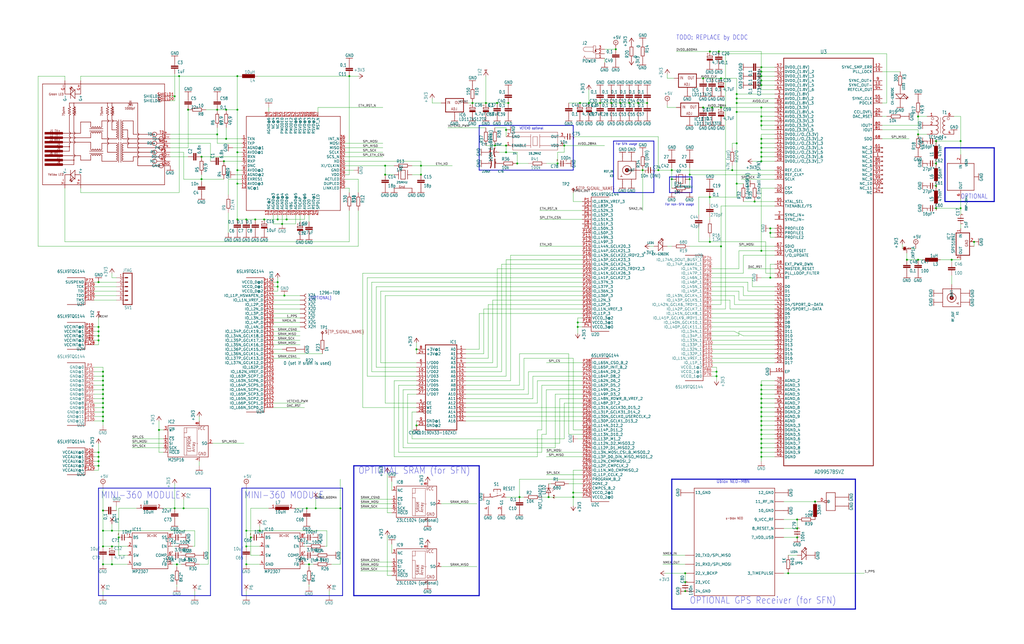
<source format=kicad_sch>
(kicad_sch (version 20250114) (generator "eeschema") (generator_version "9.0")
  (paper "User" 580.771 365.201)
  (lib_symbols
    (symbol "W5500_LX9_AD9957_sramv2_gps-eagle-import:23k256_23SOIC"
      (property "Reference" "IC" (at -10.16 11.33 0))
      (symbol "23k256_23SOIC_1_0"
        (text "SRAM" (at 3.048 -4.926 900) (effects (font (size 1.778 1.5113)) (justify left bottom)))
        (text "Array" (at 5.334 -4.926 900) (effects (font (size 1.778 1.5113)) (justify left bottom)))
        (text "VCC" (at 6.604 7.52 0) (effects (font (size 1.778 1.5113)) (justify left bottom)))
        (text "GND" (at 6.858 -6.958 0) (effects (font (size 1.778 1.5113)) (justify left bottom)))
        (pin input line (at -12.7 7.62 0) (length 2.54) (name "NC") (number "3"))
        (pin input line (at -12.7 2.54 0) (length 2.54) (name "~{CS}") (number "1"))
        (pin input line (at -12.7 0 0) (length 2.54) (name "SI") (number "5"))
        (pin input line (at -12.7 -2.54 0) (length 2.54) (name "SCK") (number "6"))
        (pin input line (at -12.7 -5.08 0) (length 2.54) (name "~{HOLD}") (number "7"))
        (pin power_in line (at 7.62 12.7 270) (length 2.54) (name "VCC") (number "8"))
        (pin power_in line (at 7.62 -10.16 90) (length 2.54) (name "GND") (number "4"))
        (pin bidirectional line (at 15.24 0 180) (length 2.54) (name "SO") (number "2"))
      )
    )
    (symbol "W5500_LX9_AD9957_sramv2_gps-eagle-import:CONNECTER_HR911105A"
      (symbol "CONNECTER_HR911105A_1_0"
        (text "1000pF" (at -46.355 -13.97 0) (effects (font (size 1.27 1.0795)) (justify left bottom)))
        (text "2KV" (at -45.085 -15.875 0) (effects (font (size 1.27 1.0795)) (justify left bottom)))
        (text "75ohm" (at -34.29 -15.875 900) (effects (font (size 1.27 1.0795)) (justify left bottom)))
        (text "75ohm" (at -27.94 -15.875 900) (effects (font (size 1.27 1.0795)) (justify left bottom)))
        (text "75ohm" (at -12.7 -15.875 900) (effects (font (size 1.27 1.0795)) (justify left bottom)))
        (text "75ohm" (at -6.35 -15.875 900) (effects (font (size 1.27 1.0795)) (justify left bottom)))
        (text "Yellow LED" (at -5.715 23.495 0) (effects (font (size 1.27 1.0795)) (justify left bottom)))
        (text "Green LED" (at -5.715 -23.495 0) (effects (font (size 1.27 1.0795)) (justify left top)))
        (text "J8" (at -3.81 16.51 0) (effects (font (size 1.27 1.0795)) (justify left bottom)))
        (text "J7" (at -3.81 13.97 0) (effects (font (size 1.27 1.0795)) (justify left bottom)))
        (text "J6 RX-" (at -3.81 11.43 0) (effects (font (size 1.27 1.0795)) (justify left bottom)))
        (text "J5" (at -3.81 8.89 0) (effects (font (size 1.27 1.0795)) (justify left bottom)))
        (text "J4" (at -3.81 6.35 0) (effects (font (size 1.27 1.0795)) (justify left bottom)))
        (text "J3 RX+" (at -3.81 3.81 0) (effects (font (size 1.27 1.0795)) (justify left bottom)))
        (text "J2 TX-" (at -3.81 1.27 0) (effects (font (size 1.27 1.0795)) (justify left bottom)))
        (text "J1 TX+" (at -3.81 -1.27 0) (effects (font (size 1.27 1.0795)) (justify left bottom)))
        (pin bidirectional line (at -66.04 17.78 0) (length 5.08) (name "GND") (number "GND"))
        (pin bidirectional line (at -66.04 15.24 0) (length 7.62) (name "NC") (number "NC"))
        (pin bidirectional line (at -66.04 12.7 0) (length 5.08) (name "RD-") (number "RD-"))
        (pin bidirectional line (at -66.04 10.16 0) (length 7.62) (name "P5") (number "P5"))
        (pin bidirectional line (at -66.04 7.62 0) (length 5.08) (name "P4") (number "P4"))
        (pin bidirectional line (at -66.04 5.08 0) (length 7.62) (name "RD+") (number "RD+"))
        (pin bidirectional line (at -66.04 2.54 0) (length 5.08) (name "TD-") (number "TD-"))
        (pin bidirectional line (at -66.04 0 0) (length 7.62) (name "TD+") (number "TD+"))
        (pin bidirectional line (at -66.04 -19.05 0) (length 5.08) (name "SHIELD0") (number "SHIELD0"))
        (pin bidirectional line (at -66.04 -21.59 0) (length 5.08) (name "SHIELD1") (number "SHIELD1"))
        (pin bidirectional line (at -15.24 30.48 270) (length 7.62) (name "Y+") (number "Y+"))
        (pin bidirectional line (at -15.24 -30.48 90) (length 7.62) (name "G+") (number "G+"))
        (pin bidirectional line (at -6.35 30.48 270) (length 7.62) (name "Y-") (number "Y-"))
        (pin bidirectional line (at -6.35 -30.48 90) (length 7.62) (name "G-") (number "G-"))
      )
    )
    (symbol "W5500_LX9_AD9957_sramv2_gps-eagle-import:Seeed-OPL-Capacitor_TANTALUM-SMD-10UF-10V-10%(AVX-A)"
      (property "Reference" "C" (at -6.35 3.81 0))
      (symbol "Seeed-OPL-Capacitor_TANTALUM-SMD-10UF-10V-10%(AVX-A)_1_0"
        (text "+" (at -2.54 0 0) (effects (font (size 1.27 1.0795)) (justify left bottom)))
        (text "-" (at 1.27 0 0) (effects (font (size 1.27 1.0795)) (justify left bottom)))
        (pin passive line (at -3.81 0 0) (length 2.54) (name "+") (number "+"))
        (pin passive line (at 3.81 0 180) (length 2.54) (name "-") (number "-"))
      )
    )
    (symbol "W5500_LX9_AD9957_sramv2_gps-eagle-import:Seeed-OPL-Capacitor_TANTALUM-SMD-470UF-6.3V(AVX-D)"
      (property "Reference" "C" (at -6.35 3.81 0))
      (symbol "Seeed-OPL-Capacitor_TANTALUM-SMD-470UF-6.3V(AVX-D)_1_0"
        (text "+" (at -2.54 0 0) (effects (font (size 1.27 1.0795)) (justify left bottom)))
        (text "-" (at 1.27 0 0) (effects (font (size 1.27 1.0795)) (justify left bottom)))
        (pin passive line (at -3.81 0 0) (length 2.54) (name "+") (number "+"))
        (pin passive line (at 3.81 0 180) (length 2.54) (name "-") (number "-"))
      )
    )
    (symbol "W5500_LX9_AD9957_sramv2_gps-eagle-import:Seeed-OPL-Connector_ANTENNA-CONN-U-FL(3P)"
      (symbol "Seeed-OPL-Connector_ANTENNA-CONN-U-FL(3P)_1_0"
        (pin bidirectional inverted_clock (at -7.62 0 0) (length 5.08) (name "D") (number "D"))
        (pin bidirectional line (at 7.62 2.54 180) (length 5.08) (name "GND1") (number "GND1"))
        (pin bidirectional line (at 7.62 -2.54 180) (length 5.08) (name "GND2") (number "GND2"))
      )
    )
    (symbol "W5500_LX9_AD9957_sramv2_gps-eagle-import:Seeed-OPL-Diode_DIP-LED-GREEN-GREEN(2P-D3MM)"
      (property "Reference" "D" (at -7.62 1.27 0))
      (symbol "Seeed-OPL-Diode_DIP-LED-GREEN-GREEN(2P-D3MM)_1_0"
        (pin passive line (at -3.81 0 0) (length 2.54) (name "+") (number "A"))
        (pin passive line (at 3.81 0 180) (length 2.54) (name "-") (number "K"))
      )
    )
    (symbol "W5500_LX9_AD9957_sramv2_gps-eagle-import:Seeed-OPL-Diode_DIP-LED-YELLOW-YELLOW-Y304DC(2P-D3MM)"
      (property "Reference" "D" (at -7.62 1.27 0))
      (symbol "Seeed-OPL-Diode_DIP-LED-YELLOW-YELLOW-Y304DC(2P-D3MM)_1_0"
        (pin passive line (at -3.81 0 0) (length 2.54) (name "+") (number "A"))
        (pin passive line (at 3.81 0 180) (length 2.54) (name "-") (number "K"))
      )
    )
    (symbol "W5500_LX9_AD9957_sramv2_gps-eagle-import:Seeed-OPL-crystal-osctllator_SMD-CRYSTAL-16MHZ-9PF-10PPM-60R(4P-3.2X2.5MM)"
      (property "Reference" "X" (at -12.7 6.35 0))
      (symbol "Seeed-OPL-crystal-osctllator_SMD-CRYSTAL-16MHZ-9PF-10PPM-60R(4P-3.2X2.5MM)_1_0"
        (pin bidirectional line (at -16.51 2.54 0) (length 2.54) (name "ENABLE") (number "1"))
        (pin bidirectional line (at -16.51 -2.54 0) (length 2.54) (name "GND") (number "2"))
        (pin bidirectional line (at 16.51 2.54 180) (length 2.54) (name "VDD") (number "4"))
        (pin bidirectional line (at 16.51 -2.54 180) (length 2.54) (name "OUT") (number "3"))
      )
    )
    (symbol "W5500_LX9_AD9957_sramv2_gps-eagle-import:W5500_LX9_AD9957_CY7C1019CV33ZXC"
      (property "Reference" "IC" (at -7.62 23.495 0))
      (symbol "W5500_LX9_AD9957_CY7C1019CV33ZXC_1_0"
        (pin input line (at -12.7 20.32 0) (length 5.08) (name "A0") (number "1"))
        (pin input line (at -12.7 17.78 0) (length 5.08) (name "A1") (number "2"))
        (pin input line (at -12.7 15.24 0) (length 5.08) (name "A2") (number "3"))
        (pin input line (at -12.7 12.7 0) (length 5.08) (name "A3") (number "4"))
        (pin input line (at -12.7 10.16 0) (length 5.08) (name "A4") (number "13"))
        (pin input line (at -12.7 7.62 0) (length 5.08) (name "A5") (number "14"))
        (pin input line (at -12.7 5.08 0) (length 5.08) (name "A6") (number "15"))
        (pin input line (at -12.7 2.54 0) (length 5.08) (name "A7") (number "16"))
        (pin input line (at -12.7 0 0) (length 5.08) (name "A8") (number "17"))
        (pin input line (at -12.7 -2.54 0) (length 5.08) (name "A9") (number "18"))
        (pin input line (at -12.7 -5.08 0) (length 5.08) (name "A10") (number "19"))
        (pin input line (at -12.7 -7.62 0) (length 5.08) (name "A11") (number "20"))
        (pin input line (at -12.7 -10.16 0) (length 5.08) (name "A12") (number "21"))
        (pin input line (at -12.7 -12.7 0) (length 5.08) (name "A13") (number "29"))
        (pin input line (at -12.7 -15.24 0) (length 5.08) (name "A14") (number "30"))
        (pin input line (at -12.7 -17.78 0) (length 5.08) (name "A15") (number "31"))
        (pin input line (at -12.7 -20.32 0) (length 5.08) (name "A16") (number "32"))
        (pin power_in line (at 15.24 20.32 180) (length 5.08) (name "+3V@1") (number "8"))
        (pin power_in line (at 15.24 17.78 180) (length 5.08) (name "+3V@2") (number "24"))
        (pin bidirectional line (at 15.24 12.7 180) (length 5.08) (name "I/O00") (number "6"))
        (pin bidirectional line (at 15.24 10.16 180) (length 5.08) (name "I/O01") (number "7"))
        (pin bidirectional line (at 15.24 7.62 180) (length 5.08) (name "I/O02") (number "10"))
        (pin bidirectional line (at 15.24 5.08 180) (length 5.08) (name "I/O03") (number "11"))
        (pin bidirectional line (at 15.24 2.54 180) (length 5.08) (name "I/O04") (number "22"))
        (pin bidirectional line (at 15.24 0 180) (length 5.08) (name "I/O05") (number "23"))
        (pin bidirectional line (at 15.24 -2.54 180) (length 5.08) (name "I/O06") (number "26"))
        (pin bidirectional line (at 15.24 -5.08 180) (length 5.08) (name "I/O07") (number "27"))
        (pin bidirectional inverted (at 15.24 -10.16 180) (length 5.08) (name "CE") (number "5"))
        (pin input inverted (at 15.24 -12.7 180) (length 5.08) (name "WE") (number "12"))
        (pin input inverted (at 15.24 -15.24 180) (length 5.08) (name "OE") (number "28"))
        (pin power_in line (at 15.24 -20.32 180) (length 5.08) (name "GND@1") (number "9"))
        (pin power_in line (at 15.24 -22.86 180) (length 5.08) (name "GND@2") (number "25"))
      )
    )
    (symbol "W5500_LX9_AD9957_sramv2_gps-eagle-import:W5500_W5500"
      (symbol "W5500_W5500_1_0"
        (pin passive line (at -30.48 12.7 0) (length 2.54) (name "TXN") (number "1"))
        (pin passive line (at -30.48 10.16 0) (length 2.54) (name "TXP") (number "2"))
        (pin passive line (at -30.48 7.62 0) (length 2.54) (name "AGND@1") (number "3"))
        (pin passive line (at -30.48 5.08 0) (length 2.54) (name "AVDD@1") (number "4"))
        (pin passive line (at -30.48 2.54 0) (length 2.54) (name "RXN") (number "5"))
        (pin passive line (at -30.48 0 0) (length 2.54) (name "RXP") (number "6"))
        (pin passive line (at -30.48 -2.54 0) (length 2.54) (name "DNC") (number "7"))
        (pin passive line (at -30.48 -5.08 0) (length 2.54) (name "AVDD@2") (number "8"))
        (pin passive line (at -30.48 -7.62 0) (length 2.54) (name "AGND@2") (number "9"))
        (pin passive line (at -30.48 -10.16 0) (length 2.54) (name "EXRES1") (number "10"))
        (pin passive line (at -30.48 -12.7 0) (length 2.54) (name "AVDD@3") (number "11"))
        (pin passive line (at -30.48 -15.24 0) (length 2.54) (name "NC@1") (number "12"))
        (pin passive line (at -15.24 27.94 270) (length 2.54) (name "AGND@6") (number "48"))
        (pin passive line (at -15.24 -30.48 90) (length 2.54) (name "NC@2") (number "13"))
        (pin passive line (at -12.7 27.94 270) (length 2.54) (name "NC@4") (number "47"))
        (pin passive line (at -12.7 -30.48 90) (length 2.54) (name "AGND@3") (number "14"))
        (pin passive line (at -10.16 27.94 270) (length 2.54) (name "NC@3") (number "46"))
        (pin passive line (at -10.16 -30.48 90) (length 2.54) (name "AVDD@4") (number "15"))
        (pin passive line (at -7.62 27.94 270) (length 2.54) (name "PMODE0") (number "45"))
        (pin passive line (at -7.62 -30.48 90) (length 2.54) (name "AGND@4") (number "16"))
        (pin passive line (at -5.08 27.94 270) (length 2.54) (name "PMODE1") (number "44"))
        (pin passive line (at -5.08 -30.48 90) (length 2.54) (name "AVDD@5") (number "17"))
        (pin passive line (at -2.54 27.94 270) (length 2.54) (name "PMODE2") (number "43"))
        (pin passive line (at -2.54 -30.48 90) (length 2.54) (name "VBG") (number "18"))
        (pin passive line (at 0 27.94 270) (length 2.54) (name "RSVD@6") (number "42"))
        (pin passive line (at 0 -30.48 90) (length 2.54) (name "AGND@5") (number "19"))
        (pin passive line (at 2.54 27.94 270) (length 2.54) (name "RSVD@5") (number "41"))
        (pin passive line (at 2.54 -30.48 90) (length 2.54) (name "TOCAP") (number "20"))
        (pin passive line (at 5.08 27.94 270) (length 2.54) (name "RSVD@4") (number "40"))
        (pin passive line (at 5.08 -30.48 90) (length 2.54) (name "AVDD@6") (number "21"))
        (pin passive line (at 7.62 27.94 270) (length 2.54) (name "RSVD@3") (number "39"))
        (pin passive line (at 7.62 -30.48 90) (length 2.54) (name "1V2O") (number "22"))
        (pin passive line (at 10.16 27.94 270) (length 2.54) (name "RSVD@2") (number "38"))
        (pin passive line (at 10.16 -30.48 90) (length 2.54) (name "RSVD@1") (number "23"))
        (pin passive line (at 12.7 27.94 270) (length 2.54) (name "RST_N") (number "37"))
        (pin passive line (at 12.7 -30.48 90) (length 2.54) (name "SPDLED") (number "24"))
        (pin passive line (at 27.94 12.7 180) (length 2.54) (name "INT_N") (number "36"))
        (pin passive line (at 27.94 10.16 180) (length 2.54) (name "MOSI") (number "35"))
        (pin passive line (at 27.94 7.62 180) (length 2.54) (name "MISO") (number "34"))
        (pin passive line (at 27.94 5.08 180) (length 2.54) (name "SCLK") (number "33"))
        (pin passive line (at 27.94 2.54 180) (length 2.54) (name "SCS_N") (number "32"))
        (pin passive line (at 27.94 0 180) (length 2.54) (name "XO") (number "31"))
        (pin passive line (at 27.94 -2.54 180) (length 2.54) (name "XI/CLKIN") (number "30"))
        (pin passive line (at 27.94 -5.08 180) (length 2.54) (name "GND") (number "29"))
        (pin passive line (at 27.94 -7.62 180) (length 2.54) (name "VDD") (number "28"))
        (pin passive line (at 27.94 -10.16 180) (length 2.54) (name "ACTLED") (number "27"))
        (pin passive line (at 27.94 -12.7 180) (length 2.54) (name "DUPLED") (number "26"))
        (pin passive line (at 27.94 -15.24 180) (length 2.54) (name "LINKLED") (number "25"))
      )
    )
    (symbol "W5500_LX9_AD9957_sramv2_gps-eagle-import:ad9957_AD9957BSVZ"
      (property "Reference" "U" (at -4.7244 114.2492 0))
      (symbol "ad9957_AD9957BSVZ_1_0"
        (pin power_in line (at -30.48 106.68 0) (length 5.08) (name "DVDD_(1.8V)") (number "57"))
        (pin power_in line (at -30.48 104.14 0) (length 5.08) (name "DVDD_(1.8V)_2") (number "17"))
        (pin power_in line (at -30.48 101.6 0) (length 5.08) (name "DVDD_(1.8V)_3") (number "30"))
        (pin power_in line (at -30.48 99.06 0) (length 5.08) (name "DVDD_(1.8V)_4") (number "23"))
        (pin power_in line (at -30.48 96.52 0) (length 5.08) (name "DVDD_(1.8V)_5") (number "47"))
        (pin power_in line (at -30.48 93.98 0) (length 5.08) (name "DVDD_(1.8V)_6") (number "64"))
        (pin power_in line (at -30.48 91.44 0) (length 5.08) (name "AVDD_(1.8V)") (number "3"))
        (pin power_in line (at -30.48 88.9 0) (length 5.08) (name "AVDD_(1.8V)_2") (number "6"))
        (pin power_in line (at -30.48 86.36 0) (length 5.08) (name "AVDD_(1.8V)_3") (number "89"))
        (pin power_in line (at -30.48 83.82 0) (length 5.08) (name "AVDD_(3.3V)") (number "75"))
        (pin power_in line (at -30.48 81.28 0) (length 5.08) (name "AVDD_(1.8V)_4") (number "92"))
        (pin power_in line (at -30.48 78.74 0) (length 5.08) (name "AVDD_(3.3V)_2") (number "74"))
        (pin power_in line (at -30.48 76.2 0) (length 5.08) (name "AVDD_(3.3V)_3") (number "76"))
        (pin power_in line (at -30.48 73.66 0) (length 5.08) (name "AVDD_(3.3V)_4") (number "77"))
        (pin power_in line (at -30.48 71.12 0) (length 5.08) (name "AVDD_(3.3V)_5") (number "83"))
        (pin power_in line (at -30.48 68.58 0) (length 5.08) (name "DVDD_I/O_(3.3V)") (number "11"))
        (pin power_in line (at -30.48 66.04 0) (length 5.08) (name "DVDD_I/O_(3.3V)_2") (number "15"))
        (pin power_in line (at -30.48 63.5 0) (length 5.08) (name "DVDD_I/O_(3.3V)_3") (number "21"))
        (pin power_in line (at -30.48 60.96 0) (length 5.08) (name "DVDD_I/O_(3.3V)_4") (number "45"))
        (pin power_in line (at -30.48 58.42 0) (length 5.08) (name "DVDD_I/O_(3.3V)_5") (number "56"))
        (pin power_in line (at -30.48 55.88 0) (length 5.08) (name "DVDD_I/O_(3.3V)_6") (number "66"))
        (pin power_in line (at -30.48 53.34 0) (length 5.08) (name "DVDD_I/O_(3.3V)_7") (number "28"))
        (pin input line (at -30.48 48.26 0) (length 5.08) (name "REF_CLK") (number "90"))
        (pin input line (at -30.48 45.72 0) (length 5.08) (name "REF_CLK*") (number "91"))
        (pin input line (at -30.48 43.18 0) (length 5.08) (name "SCLK") (number "69"))
        (pin input line (at -30.48 38.1 0) (length 5.08) (name "CS*") (number "70"))
        (pin input line (at -30.48 35.56 0) (length 5.08) (name "OSK") (number "60"))
        (pin input line (at -30.48 30.48 0) (length 5.08) (name "XTAL_SEL") (number "95"))
        (pin input line (at -30.48 27.94 0) (length 5.08) (name "TXENABLE/FS") (number "41"))
        (pin input line (at -30.48 22.86 0) (length 5.08) (name "SYNC_IN+") (number "7"))
        (pin input line (at -30.48 20.32 0) (length 5.08) (name "SYNC_IN-") (number "8"))
        (pin input line (at -30.48 15.24 0) (length 5.08) (name "PROFILE0") (number "54"))
        (pin input line (at -30.48 12.7 0) (length 5.08) (name "PROFILE1") (number "53"))
        (pin input line (at -30.48 10.16 0) (length 5.08) (name "PROFILE2") (number "52"))
        (pin bidirectional line (at -30.48 5.08 0) (length 5.08) (name "SDIO") (number "67"))
        (pin input line (at -30.48 2.54 0) (length 5.08) (name "I/O_RESET") (number "71"))
        (pin bidirectional line (at -30.48 0 0) (length 5.08) (name "I/O_UPDATE") (number "59"))
        (pin input line (at -30.48 -5.08 0) (length 5.08) (name "EXT_PWR_DWN") (number "18"))
        (pin input line (at -30.48 -7.62 0) (length 5.08) (name "MASTER_RESET") (number "14"))
        (pin input line (at -30.48 -10.16 0) (length 5.08) (name "PLL_LOOP_FILTER") (number "2"))
        (pin input line (at -30.48 -12.7 0) (length 5.08) (name "RT") (number "51"))
        (pin input line (at -30.48 -17.78 0) (length 5.08) (name "D0") (number "50"))
        (pin input line (at -30.48 -20.32 0) (length 5.08) (name "D1") (number "49"))
        (pin input line (at -30.48 -22.86 0) (length 5.08) (name "D2") (number "48"))
        (pin input line (at -30.48 -25.4 0) (length 5.08) (name "D3") (number "44"))
        (pin input line (at -30.48 -27.94 0) (length 5.08) (name "D4/SPORT_Q-DATA") (number "43"))
        (pin input line (at -30.48 -30.48 0) (length 5.08) (name "D5/SPORT_I-DATA") (number "42"))
        (pin input line (at -30.48 -33.02 0) (length 5.08) (name "D6") (number "39"))
        (pin input line (at -30.48 -35.56 0) (length 5.08) (name "D7") (number "38"))
        (pin input line (at -30.48 -38.1 0) (length 5.08) (name "D8") (number "37"))
        (pin input line (at -30.48 -40.64 0) (length 5.08) (name "D9") (number "36"))
        (pin input line (at -30.48 -43.18 0) (length 5.08) (name "D11") (number "34"))
        (pin input line (at -30.48 -45.72 0) (length 5.08) (name "D10") (number "35"))
        (pin input line (at -30.48 -48.26 0) (length 5.08) (name "D12") (number "33"))
        (pin input line (at -30.48 -50.8 0) (length 5.08) (name "D13") (number "32"))
        (pin input line (at -30.48 -53.34 0) (length 5.08) (name "D14") (number "31"))
        (pin input line (at -30.48 -55.88 0) (length 5.08) (name "D15") (number "27"))
        (pin input line (at -30.48 -58.42 0) (length 5.08) (name "D16") (number "26"))
        (pin input line (at -30.48 -60.96 0) (length 5.08) (name "D17") (number "25"))
        (pin passive line (at -30.48 -66.04 0) (length 5.08) (name "EP") (number "101"))
        (pin passive line (at -30.48 -71.12 0) (length 5.08) (name "AGND_2") (number "78"))
        (pin passive line (at -30.48 -73.66 0) (length 5.08) (name "AGND_3") (number "79"))
        (pin passive line (at -30.48 -76.2 0) (length 5.08) (name "AGND_4") (number "88"))
        (pin passive line (at -30.48 -78.74 0) (length 5.08) (name "AGND_5") (number "85"))
        (pin passive line (at -30.48 -81.28 0) (length 5.08) (name "AGND_6") (number "4"))
        (pin passive line (at -30.48 -83.82 0) (length 5.08) (name "AGND_7") (number "96"))
        (pin passive line (at -30.48 -86.36 0) (length 5.08) (name "AGND_8") (number "5"))
        (pin passive line (at -30.48 -88.9 0) (length 5.08) (name "DGND_2") (number "62"))
        (pin passive line (at -30.48 -91.44 0) (length 5.08) (name "AGND_9") (number "73"))
        (pin passive line (at -30.48 -93.98 0) (length 5.08) (name "AGND") (number "82"))
        (pin passive line (at -30.48 -96.52 0) (length 5.08) (name "DGND_3") (number "13"))
        (pin passive line (at -30.48 -99.06 0) (length 5.08) (name "DGND_4") (number "16"))
        (pin passive line (at -30.48 -101.6 0) (length 5.08) (name "DGND_5") (number "22"))
        (pin passive line (at -30.48 -104.14 0) (length 5.08) (name "DGND_6") (number "58"))
        (pin passive line (at -30.48 -106.68 0) (length 5.08) (name "DGND_7") (number "29"))
        (pin passive line (at -30.48 -109.22 0) (length 5.08) (name "DGND_8") (number "63"))
        (pin passive line (at -30.48 -111.76 0) (length 5.08) (name "DGND_9") (number "65"))
        (pin passive line (at -30.48 -114.3 0) (length 5.08) (name "DGND") (number "46"))
        (pin output line (at 30.48 106.68 180) (length 5.08) (name "SYNC_SMP_ERR") (number "12"))
        (pin output line (at 30.48 104.14 180) (length 5.08) (name "PLL_LOCK") (number "19"))
        (pin output line (at 30.48 99.06 180) (length 5.08) (name "SYNC_OUT+") (number "9"))
        (pin output line (at 30.48 96.52 180) (length 5.08) (name "SYNC_OUT-") (number "10"))
        (pin output line (at 30.48 93.98 180) (length 5.08) (name "REFCLK_OUT") (number "94"))
        (pin output line (at 30.48 88.9 180) (length 5.08) (name "SYNC_CLK") (number "55"))
        (pin output line (at 30.48 86.36 180) (length 5.08) (name "PDCLK") (number "40"))
        (pin output line (at 30.48 81.28 180) (length 5.08) (name "CCI_OVFL") (number "20"))
        (pin output line (at 30.48 78.74 180) (length 5.08) (name "DAC_RSET") (number "84"))
        (pin output line (at 30.48 73.66 180) (length 5.08) (name "IOUT*") (number "80"))
        (pin output line (at 30.48 71.12 180) (length 5.08) (name "IOUT") (number "81"))
        (pin output line (at 30.48 66.04 180) (length 5.08) (name "SDO") (number "68"))
        (pin no_connect line (at 30.48 60.96 180) (length 5.08) (name "NC_2") (number "61"))
        (pin no_connect line (at 30.48 58.42 180) (length 5.08) (name "NC_3") (number "98"))
        (pin no_connect line (at 30.48 55.88 180) (length 5.08) (name "NC_4") (number "1"))
        (pin no_connect line (at 30.48 53.34 180) (length 5.08) (name "NC_5") (number "86"))
        (pin no_connect line (at 30.48 50.8 180) (length 5.08) (name "NC_6") (number "87"))
        (pin no_connect line (at 30.48 48.26 180) (length 5.08) (name "NC_7") (number "93"))
        (pin no_connect line (at 30.48 45.72 180) (length 5.08) (name "NC_8") (number "97"))
        (pin no_connect line (at 30.48 43.18 180) (length 5.08) (name "NC_9") (number "99"))
        (pin no_connect line (at 30.48 40.64 180) (length 5.08) (name "NC_10") (number "100"))
        (pin no_connect line (at 30.48 38.1 180) (length 5.08) (name "NC_11") (number "72"))
        (pin no_connect line (at 30.48 35.56 180) (length 5.08) (name "NC") (number "24"))
      )
    )
    (symbol "W5500_LX9_AD9957_sramv2_gps-eagle-import:adafruit_LEDCHIPLED_1206"
      (property "Reference" "LED" (at 3.556 -4.572 90))
      (symbol "adafruit_LEDCHIPLED_1206_1_0"
        (pin passive line (at 0 2.54 270) (length 2.54) (name "A") (number "A"))
        (pin passive line (at 0 -5.08 90) (length 2.54) (name "C") (number "C"))
      )
    )
    (symbol "W5500_LX9_AD9957_sramv2_gps-eagle-import:adafruit_SMACONNECTOR"
      (property "Reference" "X" (at 7.62 2.54 0))
      (symbol "adafruit_SMACONNECTOR_1_0"
        (pin bidirectional line (at -7.62 0 0) (length 2.54) (name "ANT") (number "ANTENNA"))
        (pin power_in line (at -2.54 7.62 270) (length 2.54) (name "GND1") (number "GND1"))
        (pin power_in line (at -2.54 -7.62 90) (length 2.54) (name "GND3") (number "GND3"))
        (pin power_in line (at 2.54 7.62 270) (length 2.54) (name "GND2") (number "GND2"))
        (pin power_in line (at 2.54 -7.62 90) (length 2.54) (name "GND4") (number "GND4"))
      )
    )
    (symbol "W5500_LX9_AD9957_sramv2_gps-eagle-import:adafruit_XTAL-4-3225"
      (property "Reference" "Q" (at -2.54 3.81 0))
      (symbol "adafruit_XTAL-4-3225_1_0"
        (text "Gnd" (at -2.54 -7.62 0) (effects (font (size 1.27 1.27)) (justify left bottom)))
        (pin bidirectional line (at -5.08 0 0) (length 2.54) (name "X1") (number "1"))
        (pin power_in line (at -5.08 -7.62 0) (length 5.08) (name "G1") (number "4"))
        (pin bidirectional line (at 5.08 0 180) (length 2.54) (name "X2") (number "3"))
        (pin power_in line (at 5.08 -7.62 180) (length 5.08) (name "G2") (number "2"))
      )
    )
    (symbol "W5500_LX9_AD9957_sramv2_gps-eagle-import:cap-master_CNP-0603"
      (property "Reference" "C" (at 1.905 0.635 0))
      (symbol "cap-master_CNP-0603_1_0"
        (text "1" (at -2.794 -1.27 0) (effects (font (size 0.8636 0.734)) (justify left bottom)))
        (text "2" (at 2.286 -1.27 0) (effects (font (size 0.8636 0.734)) (justify left bottom)))
        (pin passive line (at -2.54 0 0) (length 0) (name "1") (number "1"))
        (pin passive line (at 2.54 0 180) (length 0) (name "2") (number "2"))
      )
    )
    (symbol "W5500_LX9_AD9957_sramv2_gps-eagle-import:con-jack_JACK-PLUG0"
      (property "Reference" "J" (at -7.62 5.08 0))
      (symbol "con-jack_JACK-PLUG0_1_0"
        (pin passive line (at 5.08 2.54 180) (length 5.08) (name "3") (number "3"))
        (pin passive line (at 5.08 0 180) (length 5.08) (name "2") (number "2"))
        (pin passive line (at 5.08 -2.54 180) (length 5.08) (name "1") (number "1"))
      )
    )
    (symbol "W5500_LX9_AD9957_sramv2_gps-eagle-import:con-lstb_MA06-1"
      (property "Reference" "SV" (at -1.27 8.382 0))
      (symbol "con-lstb_MA06-1_1_0"
        (pin passive line (at 7.62 5.08 180) (length 5.08) (name "6") (number "6"))
        (pin passive line (at 7.62 2.54 180) (length 5.08) (name "5") (number "5"))
        (pin passive line (at 7.62 0 180) (length 5.08) (name "4") (number "4"))
        (pin passive line (at 7.62 -2.54 180) (length 5.08) (name "3") (number "3"))
        (pin passive line (at 7.62 -5.08 180) (length 5.08) (name "2") (number "2"))
        (pin passive line (at 7.62 -7.62 180) (length 5.08) (name "1") (number "1"))
      )
    )
    (symbol "W5500_LX9_AD9957_sramv2_gps-eagle-import:gps_sfn_conn_W5500_LX9_AD9957_SMACONNECTOR_EDGE_UFL"
      (property "Reference" "X" (at 7.62 2.54 0))
      (symbol "gps_sfn_conn_W5500_LX9_AD9957_SMACONNECTOR_EDGE_UFL_1_0"
        (pin bidirectional line (at -7.62 0 0) (length 2.54) (name "ANT") (number "P"))
        (pin power_in line (at -2.54 7.62 270) (length 2.54) (name "GND1") (number "GND@1"))
        (pin power_in line (at -2.54 -7.62 90) (length 2.54) (name "GND3") (number "GND@3"))
        (pin power_in line (at 2.54 7.62 270) (length 2.54) (name "GND2") (number "GND@2"))
        (pin power_in line (at 2.54 -7.62 90) (length 2.54) (name "GND4") (number "GND@4"))
      )
    )
    (symbol "W5500_LX9_AD9957_sramv2_gps-eagle-import:inductors_DR74"
      (property "Reference" "L" (at -3.81 2.286 0))
      (symbol "inductors_DR74_1_0"
        (pin passive line (at -7.62 0 0) (length 5.08) (name "1") (number "1"))
        (pin passive line (at 7.62 0 180) (length 5.08) (name "2") (number "2"))
      )
    )
    (symbol "W5500_LX9_AD9957_sramv2_gps-eagle-import:ipc-7351-inductor_INDUCTOR_0603"
      (property "Reference" "L" (at -2.54 1.524 0))
      (symbol "ipc-7351-inductor_INDUCTOR_0603_1_0"
        (pin passive line (at -5.08 0 0) (length 2.54) (name "1") (number "1"))
        (pin passive line (at 5.08 0 180) (length 2.54) (name "2") (number "2"))
      )
    )
    (symbol "W5500_LX9_AD9957_sramv2_gps-eagle-import:jump-0r-smd_0R-JUMPA"
      (symbol "jump-0r-smd_0R-JUMPA_1_0"
        (pin passive line (at 0 2.54 270) (length 0) (name "1") (number "1"))
        (pin passive line (at 0 -2.54 90) (length 0) (name "3") (number "3"))
        (pin passive line (at 2.54 0 180) (length 2.54) (name "2") (number "2"))
      )
    )
    (symbol "W5500_LX9_AD9957_sramv2_gps-eagle-import:microchip_25SN"
      (property "Reference" "IC" (at -10.16 11.33 0))
      (symbol "microchip_25SN_1_0"
        (text "EEPROM" (at 3.048 -4.926 900) (effects (font (size 1.778 1.5113)) (justify left bottom)))
        (text "Array" (at 5.334 -4.926 900) (effects (font (size 1.778 1.5113)) (justify left bottom)))
        (text "VCC" (at 6.604 7.52 0) (effects (font (size 1.778 1.5113)) (justify left bottom)))
        (text "GND" (at 6.858 -6.958 0) (effects (font (size 1.778 1.5113)) (justify left bottom)))
        (pin input line (at -12.7 7.62 0) (length 2.54) (name "~{WP}") (number "3"))
        (pin input line (at -12.7 2.54 0) (length 2.54) (name "~{CS}") (number "1"))
        (pin input line (at -12.7 0 0) (length 2.54) (name "SI") (number "5"))
        (pin input line (at -12.7 -2.54 0) (length 2.54) (name "SCK") (number "6"))
        (pin input line (at -12.7 -5.08 0) (length 2.54) (name "~{HOLD}") (number "7"))
        (pin power_in line (at 7.62 12.7 270) (length 2.54) (name "VCC") (number "8"))
        (pin power_in line (at 7.62 -10.16 90) (length 2.54) (name "GND") (number "4"))
        (pin bidirectional line (at 15.24 0 180) (length 2.54) (name "SO") (number "2"))
      )
    )
    (symbol "W5500_LX9_AD9957_sramv2_gps-eagle-import:mini-circuits_TC1-1TG2+"
      (property "Reference" "T" (at -3.81 6.35 0))
      (symbol "mini-circuits_TC1-1TG2+_1_0"
        (pin passive line (at -7.62 5.08 0) (length 5.08) (name "PD") (number "6"))
        (pin passive line (at -7.62 -5.08 0) (length 5.08) (name "P") (number "4"))
        (pin passive line (at 7.62 5.08 180) (length 5.08) (name "SD") (number "1"))
        (pin passive line (at 7.62 0 180) (length 5.08) (name "SCT") (number "2"))
        (pin passive line (at 7.62 -5.08 180) (length 5.08) (name "S") (number "3"))
      )
    )
    (symbol "W5500_LX9_AD9957_sramv2_gps-eagle-import:minicircuits_filter_1296-T08"
      (property "Reference" "X" (at 1.905 -0.762 0))
      (symbol "minicircuits_filter_1296-T08_1_0"
        (pin passive line (at -2.54 0 0) (length 2.54) (name "B") (number "1"))
      )
      (symbol "minicircuits_filter_1296-T08_2_0"
        (pin passive line (at -2.54 0 0) (length 2.54) (name "B") (number "2"))
      )
      (symbol "minicircuits_filter_1296-T08_3_0"
        (pin passive line (at -2.54 0 0) (length 2.54) (name "B") (number "3"))
      )
      (symbol "minicircuits_filter_1296-T08_4_0"
        (pin passive line (at -2.54 0 0) (length 2.54) (name "B") (number "4"))
      )
      (symbol "minicircuits_filter_1296-T08_5_0"
        (pin passive line (at -2.54 0 0) (length 2.54) (name "B") (number "5"))
      )
      (symbol "minicircuits_filter_1296-T08_6_0"
        (pin passive line (at -2.54 0 0) (length 2.54) (name "B") (number "6"))
      )
      (symbol "minicircuits_filter_1296-T08_7_0"
        (pin passive line (at -2.54 0 0) (length 2.54) (name "B") (number "7"))
      )
      (symbol "minicircuits_filter_1296-T08_8_0"
        (pin passive line (at -2.54 0 0) (length 2.54) (name "B") (number "8"))
      )
    )
    (symbol "W5500_LX9_AD9957_sramv2_gps-eagle-import:minicircuits_filter_31-XX"
      (property "Reference" "S" (at -6.35 -1.905 90))
      (symbol "minicircuits_filter_31-XX_1_0"
        (pin passive line (at 0 5.08 270) (length 2.54) (name "S") (number "2"))
        (pin passive line (at 0 -5.08 90) (length 2.54) (name "P") (number "1"))
        (pin power_in line (at 7.62 2.54 180) (length 2.54) (name "G1") (number "3"))
        (pin power_in line (at 7.62 -5.08 180) (length 2.54) (name "G2") (number "4"))
      )
    )
    (symbol "W5500_LX9_AD9957_sramv2_gps-eagle-import:minicircuits_filter_RBP"
      (symbol "minicircuits_filter_RBP_1_0"
        (pin input line (at -12.7 0 0) (length 5.08) (name "IN") (number "2"))
        (pin output line (at 12.7 0 180) (length 5.08) (name "OUT") (number "6"))
      )
      (symbol "minicircuits_filter_RBP_2_0"
        (pin power_in line (at 7.62 0 180) (length 5.08) (name "GND") (number "8"))
      )
      (symbol "minicircuits_filter_RBP_3_0"
        (pin power_in line (at 7.62 0 180) (length 5.08) (name "GND") (number "1"))
      )
      (symbol "minicircuits_filter_RBP_4_0"
        (pin power_in line (at 7.62 0 180) (length 5.08) (name "GND") (number "3"))
      )
      (symbol "minicircuits_filter_RBP_5_0"
        (pin power_in line (at 7.62 0 180) (length 5.08) (name "GND") (number "4"))
      )
      (symbol "minicircuits_filter_RBP_6_0"
        (pin power_in line (at 7.62 0 180) (length 5.08) (name "GND") (number "5"))
      )
      (symbol "minicircuits_filter_RBP_7_0"
        (pin power_in line (at 7.62 0 180) (length 5.08) (name "GND") (number "7"))
      )
    )
    (symbol "W5500_LX9_AD9957_sramv2_gps-eagle-import:minicircuits_filter_SPF5189Z"
      (property "Reference" "IC" (at -5.08 5.715 0))
      (symbol "minicircuits_filter_SPF5189Z_1_0"
        (text "GND" (at -1.27 -4.318 0) (effects (font (size 1.524 1.2954)) (justify left bottom)))
        (pin input line (at -7.62 0 0) (length 2.54) (name "IN") (number "1"))
        (pin passive line (at 0 -7.62 90) (length 2.54) (name "GND") (number "2"))
        (pin passive line (at 2.54 -7.62 90) (length 2.54) (name "GND@1") (number "2@1"))
        (pin passive line (at 10.16 0 180) (length 2.54) (name "OUT") (number "3"))
      )
    )
    (symbol "W5500_LX9_AD9957_sramv2_gps-eagle-import:mp2307_MP2307"
      (property "Reference" "IC" (at -10.16 11.176 0))
      (symbol "mp2307_MP2307_1_0"
        (text "DC>DC" (at -1.778 7.874 0) (effects (font (size 1.27 1.0795)) (justify left bottom)))
        (pin passive line (at -12.7 7.62 0) (length 2.54) (name "BS") (number "1"))
        (pin input line (at -12.7 2.54 0) (length 2.54) (name "IN") (number "2"))
        (pin passive line (at -12.7 -2.54 0) (length 2.54) (name "SW") (number "3"))
        (pin power_in line (at -12.7 -7.62 0) (length 2.54) (name "GND") (number "4"))
        (pin power_in line (at 12.7 7.62 180) (length 2.54) (name "SS") (number "8"))
        (pin output line (at 12.7 2.54 180) (length 2.54) (name "EN") (number "7"))
        (pin output line (at 12.7 -2.54 180) (length 2.54) (name "COMP") (number "6"))
        (pin power_in line (at 12.7 -7.62 180) (length 2.54) (name "FB") (number "5"))
      )
    )
    (symbol "W5500_LX9_AD9957_sramv2_gps-eagle-import:rcl_C-EUC0805"
      (property "Reference" "C" (at 1.524 0.381 0))
      (symbol "rcl_C-EUC0805_1_0"
        (pin passive line (at 0 2.54 270) (length 2.54) (name "1") (number "1"))
        (pin passive line (at 0 -5.08 90) (length 2.54) (name "2") (number "2"))
      )
    )
    (symbol "W5500_LX9_AD9957_sramv2_gps-eagle-import:rcl_C-EUC1206"
      (property "Reference" "C" (at 1.524 0.381 0))
      (symbol "rcl_C-EUC1206_1_0"
        (pin passive line (at 0 2.54 270) (length 2.54) (name "1") (number "1"))
        (pin passive line (at 0 -5.08 90) (length 2.54) (name "2") (number "2"))
      )
    )
    (symbol "W5500_LX9_AD9957_sramv2_gps-eagle-import:rcl_CPOL-EUA/3216-18R"
      (property "Reference" "C" (at 1.143 0.4826 0))
      (symbol "rcl_CPOL-EUA/3216-18R_1_0"
        (text "+" (at -0.5842 0.4064 900) (effects (font (size 1.27 1.0795)) (justify left bottom)))
        (pin passive line (at 0 2.54 270) (length 2.54) (name "+") (number "+"))
        (pin passive line (at 0 -5.08 90) (length 2.54) (name "-") (number "-"))
      )
    )
    (symbol "W5500_LX9_AD9957_sramv2_gps-eagle-import:rcl_L-EUL3216C"
      (property "Reference" "L" (at -1.4986 -3.81 90))
      (symbol "rcl_L-EUL3216C_1_0"
        (pin passive line (at 0 5.08 270) (length 2.54) (name "1") (number "1"))
        (pin passive line (at 0 -5.08 90) (length 2.54) (name "2") (number "2"))
      )
    )
    (symbol "W5500_LX9_AD9957_sramv2_gps-eagle-import:rcl_R-EU_M0805"
      (property "Reference" "R" (at -3.81 1.4986 0))
      (symbol "rcl_R-EU_M0805_1_0"
        (pin passive line (at -5.08 0 0) (length 2.54) (name "1") (number "1"))
        (pin passive line (at 5.08 0 180) (length 2.54) (name "2") (number "2"))
      )
    )
    (symbol "W5500_LX9_AD9957_sramv2_gps-eagle-import:rcl_R-EU_R0603"
      (property "Reference" "R" (at -3.81 1.4986 0))
      (symbol "rcl_R-EU_R0603_1_0"
        (pin passive line (at -5.08 0 0) (length 2.54) (name "1") (number "1"))
        (pin passive line (at 5.08 0 180) (length 2.54) (name "2") (number "2"))
      )
    )
    (symbol "W5500_LX9_AD9957_sramv2_gps-eagle-import:rcl_R-EU_R0805"
      (property "Reference" "R" (at -3.81 1.4986 0))
      (symbol "rcl_R-EU_R0805_1_0"
        (pin passive line (at -5.08 0 0) (length 2.54) (name "1") (number "1"))
        (pin passive line (at 5.08 0 180) (length 2.54) (name "2") (number "2"))
      )
    )
    (symbol "W5500_LX9_AD9957_sramv2_gps-eagle-import:rcl_R-EU_R1210"
      (property "Reference" "R" (at -3.81 1.4986 0))
      (symbol "rcl_R-EU_R1210_1_0"
        (pin passive line (at -5.08 0 0) (length 2.54) (name "1") (number "1"))
        (pin passive line (at 5.08 0 180) (length 2.54) (name "2") (number "2"))
      )
    )
    (symbol "W5500_LX9_AD9957_sramv2_gps-eagle-import:resistor_C-EUC1206"
      (property "Reference" "C" (at 1.524 0.381 0))
      (symbol "resistor_C-EUC1206_1_0"
        (pin passive line (at 0 2.54 270) (length 2.54) (name "1") (number "1"))
        (pin passive line (at 0 -5.08 90) (length 2.54) (name "2") (number "2"))
      )
    )
    (symbol "W5500_LX9_AD9957_sramv2_gps-eagle-import:resistor_R-EU_R0402"
      (property "Reference" "R" (at -3.81 1.4986 0))
      (symbol "resistor_R-EU_R0402_1_0"
        (pin passive line (at -5.08 0 0) (length 2.54) (name "1") (number "1"))
        (pin passive line (at 5.08 0 180) (length 2.54) (name "2") (number "2"))
      )
    )
    (symbol "W5500_LX9_AD9957_sramv2_gps-eagle-import:resistor_R-EU_R0603"
      (property "Reference" "R" (at -3.81 1.4986 0))
      (symbol "resistor_R-EU_R0603_1_0"
        (pin passive line (at -5.08 0 0) (length 2.54) (name "1") (number "1"))
        (pin passive line (at 5.08 0 180) (length 2.54) (name "2") (number "2"))
      )
    )
    (symbol "W5500_LX9_AD9957_sramv2_gps-eagle-import:supply1_+3V3" (power)
      (symbol "supply1_+3V3_1_0"
        (pin power_in line (at 0 -2.54 90) (length 2.54) (name "+3V3") (number "1"))
      )
    )
    (symbol "W5500_LX9_AD9957_sramv2_gps-eagle-import:supply1_GND" (power)
      (symbol "supply1_GND_1_0"
        (pin power_in line (at 0 2.54 270) (length 2.54) (name "GND") (number "1"))
      )
    )
    (symbol "W5500_LX9_AD9957_sramv2_gps-eagle-import:supply1_VCCINT" (power)
      (symbol "supply1_VCCINT_1_0"
        (text "INT" (at -0.889 0.254 0) (effects (font (size 0.8128 0.6908)) (justify left bottom)))
        (pin power_in line (at 0 -2.54 90) (length 2.54) (name "VCCINT") (number "1"))
      )
    )
    (symbol "W5500_LX9_AD9957_sramv2_gps-eagle-import:supply2_+5V" (power)
      (symbol "supply2_+5V_1_0"
        (pin power_in line (at 0 -2.54 90) (length 2.54) (name "+5V") (number "1"))
      )
    )
    (symbol "W5500_LX9_AD9957_sramv2_gps-eagle-import:testpad_TPB1,27"
      (property "Reference" "TP" (at -1.27 1.27 0))
      (symbol "testpad_TPB1,27_1_0"
        (text "${TP_SIGNAL_NAME}" (at 1.27 -1.27 0) (effects (font (size 1.778 1.5113)) (justify left bottom)))
        (pin input line (at 0 -2.54 90) (length 2.54) (name "TP") (number "TP"))
      )
    )
    (symbol "W5500_LX9_AD9957_sramv2_gps-eagle-import:ubloxLib_NEO-M8"
      (symbol "ubloxLib_NEO-M8_1_0"
        (text "u-blox NEO" (at -7.62 -7.62 0) (effects (font (size 1.27 1.0795)) (justify left bottom)))
        (pin bidirectional line (at -30.48 7.62 0) (length 5.08) (name "13_GND") (number "13"))
        (pin bidirectional line (at -30.48 -27.94 0) (length 5.08) (name "20_TXD/SPI_MISO") (number "20"))
        (pin bidirectional line (at -30.48 -33.02 0) (length 5.08) (name "21_RXD/SPI_MOSI") (number "21"))
        (pin bidirectional line (at -30.48 -38.1 0) (length 5.08) (name "22_V_BCKP") (number "22"))
        (pin bidirectional line (at -30.48 -43.18 0) (length 5.08) (name "23_VCC") (number "23"))
        (pin bidirectional line (at -30.48 -48.26 0) (length 5.08) (name "24_GND") (number "24"))
        (pin bidirectional line (at 25.4 7.62 180) (length 5.08) (name "12_GND") (number "12"))
        (pin bidirectional line (at 25.4 2.54 180) (length 5.08) (name "11_RF_IN") (number "11"))
        (pin bidirectional line (at 25.4 -2.54 180) (length 5.08) (name "10_GND") (number "10"))
        (pin bidirectional line (at 25.4 -7.62 180) (length 5.08) (name "9_VCC_RF") (number "9"))
        (pin bidirectional line (at 25.4 -12.7 180) (length 5.08) (name "8_RESET_N") (number "8"))
        (pin bidirectional line (at 25.4 -17.78 180) (length 5.08) (name "7_VDD_USB") (number "7"))
        (pin bidirectional line (at 25.4 -38.1 180) (length 5.08) (name "3_TIMEPULSE") (number "3"))
      )
    )
    (symbol "W5500_LX9_AD9957_sramv2_gps-eagle-import:v-reg_LD117A?S"
      (property "Reference" "IC" (at 2.54 -7.62 0))
      (symbol "v-reg_LD117A?S_1_0"
        (text "IN" (at -4.445 -0.635 0) (effects (font (size 1.524 1.2954)) (justify left bottom)))
        (text "ADJ" (at -2.032 -4.318 0) (effects (font (size 1.524 1.2954)) (justify left bottom)))
        (text "OUT" (at 0.127 -0.635 0) (effects (font (size 1.524 1.2954)) (justify left bottom)))
        (pin input line (at -7.62 0 0) (length 2.54) (name "IN") (number "3"))
        (pin input line (at 0 -7.62 90) (length 2.54) (name "ADJ") (number "1"))
        (pin passive line (at 7.62 0 180) (length 2.54) (name "OUT") (number "4"))
      )
    )
    (symbol "W5500_LX9_AD9957_sramv2_gps-eagle-import:wirepad_1,6/0,8"
      (property "Reference" "PAD" (at -1.143 1.8542 0))
      (symbol "wirepad_1,6/0,8_1_0"
        (pin passive line (at 2.54 0 180) (length 2.54) (name "P") (number "1"))
      )
    )
    (symbol "W5500_LX9_AD9957_sramv2_gps-eagle-import:xilinx_devices_V6_6SLX9TQG144"
      (property "Reference" "U" (at 0 8.382 0))
      (symbol "xilinx_devices_V6_6SLX9TQG144_1_0"
        (pin input line (at 5.08 35.56 180) (length 5.08) (name "VCCO_0@0") (number "P122"))
        (pin input line (at 5.08 33.02 180) (length 5.08) (name "VCCO_0@1") (number "P125"))
        (pin input line (at 5.08 30.48 180) (length 5.08) (name "VCCO_0@2") (number "P135"))
        (pin bidirectional line (at 5.08 27.94 180) (length 5.08) (name "IO_L1P_HSWAPEN_0") (number "P144"))
        (pin bidirectional line (at 5.08 25.4 180) (length 5.08) (name "IO_L1N_VREF_0") (number "P143"))
        (pin bidirectional line (at 5.08 22.86 180) (length 5.08) (name "IO_L2P_0") (number "P142"))
        (pin bidirectional line (at 5.08 20.32 180) (length 5.08) (name "IO_L2N_0") (number "P141"))
        (pin bidirectional line (at 5.08 17.78 180) (length 5.08) (name "IO_L3P_0") (number "P140"))
        (pin bidirectional line (at 5.08 15.24 180) (length 5.08) (name "IO_L3N_0") (number "P139"))
        (pin bidirectional line (at 5.08 12.7 180) (length 5.08) (name "IO_L4P_0") (number "P138"))
        (pin bidirectional line (at 5.08 10.16 180) (length 5.08) (name "IO_L4N_0") (number "P137"))
        (pin bidirectional line (at 5.08 7.62 180) (length 5.08) (name "IO_L34P_GCLK19_0") (number "P134"))
        (pin bidirectional line (at 5.08 5.08 180) (length 5.08) (name "IO_L34N_GCLK18_0") (number "P133"))
        (pin bidirectional line (at 5.08 2.54 180) (length 5.08) (name "IO_L35P_GCLK17_0") (number "P132"))
        (pin bidirectional line (at 5.08 0 180) (length 5.08) (name "IO_L35N_GCLK16_0") (number "P131"))
        (pin bidirectional line (at 5.08 -2.54 180) (length 5.08) (name "IO_L36P_GCLK15_0") (number "P127"))
        (pin bidirectional line (at 5.08 -5.08 180) (length 5.08) (name "IO_L36N_GCLK14_0") (number "P126"))
        (pin bidirectional line (at 5.08 -7.62 180) (length 5.08) (name "IO_L37P_GCLK13_0") (number "P124"))
        (pin bidirectional line (at 5.08 -10.16 180) (length 5.08) (name "IO_L37N_GCLK12_0") (number "P123"))
        (pin bidirectional line (at 5.08 -12.7 180) (length 5.08) (name "IO_L62P_0") (number "P121"))
        (pin bidirectional line (at 5.08 -15.24 180) (length 5.08) (name "IO_L62N_VREF_0") (number "P120"))
        (pin bidirectional line (at 5.08 -17.78 180) (length 5.08) (name "IO_L63P_SCP7_0") (number "P119"))
        (pin bidirectional line (at 5.08 -20.32 180) (length 5.08) (name "IO_L63N_SCP6_0") (number "P118"))
        (pin bidirectional line (at 5.08 -22.86 180) (length 5.08) (name "IO_L64P_SCP5_0") (number "P117"))
        (pin bidirectional line (at 5.08 -25.4 180) (length 5.08) (name "IO_L64N_SCP4_0") (number "P116"))
        (pin bidirectional line (at 5.08 -27.94 180) (length 5.08) (name "IO_L65P_SCP3_0") (number "P115"))
        (pin bidirectional line (at 5.08 -30.48 180) (length 5.08) (name "IO_L65N_SCP2_0") (number "P114"))
        (pin bidirectional line (at 5.08 -33.02 180) (length 5.08) (name "IO_L66P_SCP1_0") (number "P112"))
        (pin bidirectional line (at 5.08 -35.56 180) (length 5.08) (name "IO_L66N_SCP0_0") (number "P111"))
      )
      (symbol "xilinx_devices_V6_6SLX9TQG144_2_0"
        (pin input line (at 5.08 33.02 180) (length 5.08) (name "VCCO_1@0") (number "P76"))
        (pin input line (at 5.08 30.48 180) (length 5.08) (name "VCCO_1@1") (number "P86"))
        (pin input line (at 5.08 27.94 180) (length 5.08) (name "VCCO_1@2") (number "P103"))
        (pin bidirectional line (at 5.08 25.4 180) (length 5.08) (name "IO_L1P_1") (number "P105"))
        (pin bidirectional line (at 5.08 22.86 180) (length 5.08) (name "IO_L1N_VREF_1") (number "P104"))
        (pin bidirectional line (at 5.08 20.32 180) (length 5.08) (name "IO_L32P_1") (number "P102"))
        (pin bidirectional line (at 5.08 17.78 180) (length 5.08) (name "IO_L32N_1") (number "P101"))
        (pin bidirectional line (at 5.08 15.24 180) (length 5.08) (name "IO_L33P_1") (number "P100"))
        (pin bidirectional line (at 5.08 12.7 180) (length 5.08) (name "IO_L33N_1") (number "P99"))
        (pin bidirectional line (at 5.08 10.16 180) (length 5.08) (name "IO_L34P_1") (number "P98"))
        (pin bidirectional line (at 5.08 7.62 180) (length 5.08) (name "IO_L34N_1") (number "P97"))
        (pin bidirectional line (at 5.08 5.08 180) (length 5.08) (name "IO_L40P_GCLK11_1") (number "P95"))
        (pin bidirectional line (at 5.08 2.54 180) (length 5.08) (name "IO_L40N_GCLK10_1") (number "P94"))
        (pin bidirectional line (at 5.08 0 180) (length 5.08) (name "IO_L41P_GCLK9_IRDY1_1") (number "P93"))
        (pin bidirectional line (at 5.08 -2.54 180) (length 5.08) (name "IO_L41N_GCLK8_1") (number "P92"))
        (pin bidirectional line (at 5.08 -5.08 180) (length 5.08) (name "IO_L42P_GCLK7_1") (number "P88"))
        (pin bidirectional line (at 5.08 -7.62 180) (length 5.08) (name "IO_L42N_GCLK6_TRDY1_1") (number "P87"))
        (pin bidirectional line (at 5.08 -10.16 180) (length 5.08) (name "IO_L43P_GCLK5_1") (number "P85"))
        (pin bidirectional line (at 5.08 -12.7 180) (length 5.08) (name "IO_L43N_GCLK4_1") (number "P84"))
        (pin bidirectional line (at 5.08 -15.24 180) (length 5.08) (name "IO_L45P_1") (number "P83"))
        (pin bidirectional line (at 5.08 -17.78 180) (length 5.08) (name "IO_L45N_1") (number "P82"))
        (pin bidirectional line (at 5.08 -20.32 180) (length 5.08) (name "IO_L46P_1") (number "P81"))
        (pin bidirectional line (at 5.08 -22.86 180) (length 5.08) (name "IO_L46N_1") (number "P80"))
        (pin bidirectional line (at 5.08 -25.4 180) (length 5.08) (name "IO_L47P_1") (number "P79"))
        (pin bidirectional line (at 5.08 -27.94 180) (length 5.08) (name "IO_L47N_1") (number "P78"))
        (pin bidirectional line (at 5.08 -30.48 180) (length 5.08) (name "IO_L74P_AWAKE_1") (number "P75"))
        (pin bidirectional line (at 5.08 -33.02 180) (length 5.08) (name "IO_L74N_DOUT_BUSY_1") (number "P74"))
      )
      (symbol "xilinx_devices_V6_6SLX9TQG144_3_0"
        (pin input line (at 5.08 38.1 180) (length 5.08) (name "VCCO_2@0") (number "P42"))
        (pin input line (at 5.08 35.56 180) (length 5.08) (name "VCCO_2@1") (number "P63"))
        (pin bidirectional line (at 5.08 33.02 180) (length 5.08) (name "CMPCS_B_2") (number "P72"))
        (pin bidirectional line (at 5.08 30.48 180) (length 5.08) (name "DONE_2") (number "P71"))
        (pin input line (at 5.08 27.94 180) (length 5.08) (name "PROGRAM_B_2") (number "P37"))
        (pin bidirectional line (at 5.08 25.4 180) (length 5.08) (name "IO_L1P_CCLK_2") (number "P70"))
        (pin bidirectional line (at 5.08 22.86 180) (length 5.08) (name "IO_L1N_M0_CMPMISO_2") (number "P69"))
        (pin bidirectional line (at 5.08 20.32 180) (length 5.08) (name "IO_L2P_CMPCLK_2") (number "P67"))
        (pin bidirectional line (at 5.08 17.78 180) (length 5.08) (name "IO_L2N_CMPMOSI_2") (number "P66"))
        (pin bidirectional line (at 5.08 15.24 180) (length 5.08) (name "IO_L3P_D0_DIN_MISO_MISO1_2") (number "P65"))
        (pin bidirectional line (at 5.08 12.7 180) (length 5.08) (name "IO_L3N_MOSI_CSI_B_MISO0_2") (number "P64"))
        (pin bidirectional line (at 5.08 10.16 180) (length 5.08) (name "IO_L12P_D1_MISO2_2") (number "P62"))
        (pin bidirectional line (at 5.08 7.62 180) (length 5.08) (name "IO_L12N_D2_MISO3_2") (number "P61"))
        (pin bidirectional line (at 5.08 5.08 180) (length 5.08) (name "IO_L13P_M1_2") (number "P60"))
        (pin bidirectional line (at 5.08 2.54 180) (length 5.08) (name "IO_L13N_D10_2") (number "P59"))
        (pin bidirectional line (at 5.08 0 180) (length 5.08) (name "IO_L14P_D11_2") (number "P58"))
        (pin bidirectional line (at 5.08 -2.54 180) (length 5.08) (name "IO_L14N_D12_2") (number "P57"))
        (pin bidirectional line (at 5.08 -5.08 180) (length 5.08) (name "IO_L30P_GCLK1_D13_2") (number "P56"))
        (pin bidirectional line (at 5.08 -7.62 180) (length 5.08) (name "IO_L30N_GCLK0_USERCCLK_2") (number "P55"))
        (pin bidirectional line (at 5.08 -10.16 180) (length 5.08) (name "IO_L31P_GCLK31_D14_2") (number "P51"))
        (pin bidirectional line (at 5.08 -12.7 180) (length 5.08) (name "IO_L31N_GCLK30_D15_2") (number "P50"))
        (pin bidirectional line (at 5.08 -15.24 180) (length 5.08) (name "IO_L48P_D7_2") (number "P48"))
        (pin bidirectional line (at 5.08 -17.78 180) (length 5.08) (name "IO_L48N_RDWR_B_VREF_2") (number "P47"))
        (pin bidirectional line (at 5.08 -20.32 180) (length 5.08) (name "IO_L49P_D3_2") (number "P46"))
        (pin bidirectional line (at 5.08 -22.86 180) (length 5.08) (name "IO_L49N_D4_2") (number "P45"))
        (pin bidirectional line (at 5.08 -25.4 180) (length 5.08) (name "IO_L62P_D5_2") (number "P44"))
        (pin bidirectional line (at 5.08 -27.94 180) (length 5.08) (name "IO_L62N_D6_2") (number "P43"))
        (pin bidirectional line (at 5.08 -30.48 180) (length 5.08) (name "IO_L64P_D8_2") (number "P41"))
        (pin bidirectional line (at 5.08 -33.02 180) (length 5.08) (name "IO_L64N_D9_2") (number "P40"))
        (pin bidirectional line (at 5.08 -35.56 180) (length 5.08) (name "IO_L65P_INIT_B_2") (number "P39"))
        (pin bidirectional line (at 5.08 -38.1 180) (length 5.08) (name "IO_L65N_CSO_B_2") (number "P38"))
      )
      (symbol "xilinx_devices_V6_6SLX9TQG144_4_0"
        (pin input line (at 5.08 35.56 180) (length 5.08) (name "VCCO_3@0") (number "P4"))
        (pin input line (at 5.08 33.02 180) (length 5.08) (name "VCCO_3@1") (number "P18"))
        (pin input line (at 5.08 30.48 180) (length 5.08) (name "VCCO_3@2") (number "P31"))
        (pin bidirectional line (at 5.08 27.94 180) (length 5.08) (name "IO_L1P_3") (number "P35"))
        (pin bidirectional line (at 5.08 25.4 180) (length 5.08) (name "IO_L1N_VREF_3") (number "P34"))
        (pin bidirectional line (at 5.08 22.86 180) (length 5.08) (name "IO_L2P_3") (number "P33"))
        (pin bidirectional line (at 5.08 20.32 180) (length 5.08) (name "IO_L2N_3") (number "P32"))
        (pin bidirectional line (at 5.08 17.78 180) (length 5.08) (name "IO_L36P_3") (number "P30"))
        (pin bidirectional line (at 5.08 15.24 180) (length 5.08) (name "IO_L36N_3") (number "P29"))
        (pin bidirectional line (at 5.08 12.7 180) (length 5.08) (name "IO_L37P_3") (number "P27"))
        (pin bidirectional line (at 5.08 10.16 180) (length 5.08) (name "IO_L37N_3") (number "P26"))
        (pin bidirectional line (at 5.08 7.62 180) (length 5.08) (name "IO_L41P_GCLK27_3") (number "P24"))
        (pin bidirectional line (at 5.08 5.08 180) (length 5.08) (name "IO_L41N_GCLK26_3") (number "P23"))
        (pin bidirectional line (at 5.08 2.54 180) (length 5.08) (name "IO_L42P_GCLK25_TRDY2_3") (number "P22"))
        (pin bidirectional line (at 5.08 0 180) (length 5.08) (name "IO_L42N_GCLK24_3") (number "P21"))
        (pin bidirectional line (at 5.08 -2.54 180) (length 5.08) (name "IO_L43P_GCLK23_3") (number "P17"))
        (pin bidirectional line (at 5.08 -5.08 180) (length 5.08) (name "IO_L43N_GCLK22_IRDY2_3") (number "P16"))
        (pin bidirectional line (at 5.08 -7.62 180) (length 5.08) (name "IO_L44P_GCLK21_3") (number "P15"))
        (pin bidirectional line (at 5.08 -10.16 180) (length 5.08) (name "IO_L44N_GCLK20_3") (number "P14"))
        (pin bidirectional line (at 5.08 -12.7 180) (length 5.08) (name "IO_L49P_3") (number "P12"))
        (pin bidirectional line (at 5.08 -15.24 180) (length 5.08) (name "IO_L49N_3") (number "P11"))
        (pin bidirectional line (at 5.08 -17.78 180) (length 5.08) (name "IO_L50P_3") (number "P10"))
        (pin bidirectional line (at 5.08 -20.32 180) (length 5.08) (name "IO_L50N_3") (number "P9"))
        (pin bidirectional line (at 5.08 -22.86 180) (length 5.08) (name "IO_L51P_3") (number "P8"))
        (pin bidirectional line (at 5.08 -25.4 180) (length 5.08) (name "IO_L51N_3") (number "P7"))
        (pin bidirectional line (at 5.08 -27.94 180) (length 5.08) (name "IO_L52P_3") (number "P6"))
        (pin bidirectional line (at 5.08 -30.48 180) (length 5.08) (name "IO_L52N_3") (number "P5"))
        (pin bidirectional line (at 5.08 -33.02 180) (length 5.08) (name "IO_L83P_3") (number "P2"))
        (pin bidirectional line (at 5.08 -35.56 180) (length 5.08) (name "IO_L83N_VREF_3") (number "P1"))
      )
      (symbol "xilinx_devices_V6_6SLX9TQG144_5_0"
        (pin power_in line (at 5.08 15.24 180) (length 5.08) (name "GND@0") (number "P3"))
        (pin power_in line (at 5.08 12.7 180) (length 5.08) (name "GND@1") (number "P13"))
        (pin power_in line (at 5.08 10.16 180) (length 5.08) (name "GND@2") (number "P25"))
        (pin power_in line (at 5.08 7.62 180) (length 5.08) (name "GND@3") (number "P49"))
        (pin power_in line (at 5.08 5.08 180) (length 5.08) (name "GND@4") (number "P54"))
        (pin power_in line (at 5.08 2.54 180) (length 5.08) (name "GND@5") (number "P68"))
        (pin power_in line (at 5.08 0 180) (length 5.08) (name "GND@6") (number "P77"))
        (pin power_in line (at 5.08 -2.54 180) (length 5.08) (name "GND@7") (number "P91"))
        (pin power_in line (at 5.08 -5.08 180) (length 5.08) (name "GND@8") (number "P96"))
        (pin power_in line (at 5.08 -7.62 180) (length 5.08) (name "GND@9") (number "P108"))
        (pin power_in line (at 5.08 -10.16 180) (length 5.08) (name "GND@10") (number "P113"))
        (pin power_in line (at 5.08 -12.7 180) (length 5.08) (name "GND@11") (number "P130"))
        (pin power_in line (at 5.08 -15.24 180) (length 5.08) (name "GND@12") (number "P136"))
      )
      (symbol "xilinx_devices_V6_6SLX9TQG144_6_0"
        (pin input line (at 5.08 5.08 180) (length 5.08) (name "SUSPEND") (number "P73"))
        (pin input line (at 5.08 2.54 180) (length 5.08) (name "TCK") (number "P109"))
        (pin input line (at 5.08 0 180) (length 5.08) (name "TDI") (number "P110"))
        (pin output line (at 5.08 -2.54 180) (length 5.08) (name "TDO") (number "P106"))
        (pin input line (at 5.08 -5.08 180) (length 5.08) (name "TMS") (number "P107"))
      )
      (symbol "xilinx_devices_V6_6SLX9TQG144_7_0"
        (pin input line (at 5.08 5.08 180) (length 5.08) (name "VCCAUX@0") (number "P20"))
        (pin input line (at 5.08 2.54 180) (length 5.08) (name "VCCAUX@1") (number "P36"))
        (pin input line (at 5.08 0 180) (length 5.08) (name "VCCAUX@2") (number "P53"))
        (pin input line (at 5.08 -2.54 180) (length 5.08) (name "VCCAUX@3") (number "P90"))
        (pin input line (at 5.08 -5.08 180) (length 5.08) (name "VCCAUX@4") (number "P129"))
      )
      (symbol "xilinx_devices_V6_6SLX9TQG144_8_0"
        (pin input line (at 5.08 5.08 180) (length 5.08) (name "VCCINT@0") (number "P19"))
        (pin input line (at 5.08 2.54 180) (length 5.08) (name "VCCINT@1") (number "P28"))
        (pin input line (at 5.08 0 180) (length 5.08) (name "VCCINT@2") (number "P52"))
        (pin input line (at 5.08 -2.54 180) (length 5.08) (name "VCCINT@3") (number "P89"))
        (pin input line (at 5.08 -5.08 180) (length 5.08) (name "VCCINT@4") (number "P128"))
      )
    )
  )
  (text "MINI-360 MODULE" (at 57.15 283.21 0) (effects (font (size 3.81 3.2385)) (justify left bottom)))
  (text "Ublox NEO-M8N" (at 406.4 274.32 0) (effects (font (size 1.778 1.5113)) (justify left bottom)))
  (text "OPTIONAL GPS Receiver (for SFN)" (at 391.16 342.9 0) (effects (font (size 3.81 3.2385)) (justify left bottom)))
  (text "VCTCXO optional" (at 294.64 73.66 0) (effects (font (size 1.27 1.0795)) (justify left bottom)))
  (text "TODO: REPLACE by DCDC" (at 383.54 22.86 0) (effects (font (size 2.54 2.159)) (justify left bottom)))
  (text "For non-SFN usage" (at 377.19 116.84 0) (effects (font (size 1.27 1.0795)) (justify left bottom)))
  (text "(OPTIONAL)" (at 175.26 170.18 0) (effects (font (size 1.778 1.5113)) (justify left bottom)))
  (text "OPTIONAL SRAM (for SFN)" (at 203.2 269.24 0) (effects (font (size 3.81 3.2385)) (justify left bottom)))
  (text "MINI-360 MODULE" (at 138.43 283.21 0) (effects (font (size 3.81 3.2385)) (justify left bottom)))
  (text "OPTIONAL" (at 544.83 113.03 0) (effects (font (size 2.54 2.159)) (justify left bottom)))
  (text "For SFN usage" (at 349.25 82.55 0) (effects (font (size 1.27 1.0795)) (justify left bottom)))
  (junction (at 101.6 43.18))
  (junction (at 55.88 259.08))
  (junction (at 431.8 48.26))
  (junction (at 139.7 320.04))
  (junction (at 160.02 127))
  (junction (at 349.25 27.94))
  (junction (at 55.88 261.62))
  (junction (at 157.48 162.56))
  (junction (at 134.62 96.52))
  (junction (at 144.78 124.46))
  (junction (at 407.67 29.21))
  (junction (at 530.86 80.01))
  (junction (at 236.22 198.12))
  (junction (at 267.97 58.42))
  (junction (at 530.86 118.11))
  (junction (at 58.42 220.98))
  (junction (at 351.79 58.42))
  (junction (at 544.83 80.01))
  (junction (at 58.42 213.36))
  (junction (at 431.8 254))
  (junction (at 127 91.44))
  (junction (at 367.03 58.42))
  (junction (at 431.8 83.82))
  (junction (at 238.76 99.06))
  (junction (at 530.86 105.41))
  (junction (at 104.14 288.29))
  (junction (at 361.95 58.42))
  (junction (at 55.88 160.02))
  (junction (at 58.42 309.88))
  (junction (at 520.7 76.2))
  (junction (at 139.7 300.99))
  (junction (at 134.62 62.23))
  (junction (at 287.02 73.66))
  (junction (at 431.8 60.96))
  (junction (at 364.49 96.52))
  (junction (at 63.5 320.04))
  (junction (at 431.8 218.44))
  (junction (at 431.8 81.28))
  (junction (at 149.86 124.46))
  (junction (at 327.66 185.42))
  (junction (at 452.12 304.8))
  (junction (at 402.59 111.76))
  (junction (at 157.48 160.02))
  (junction (at 123.19 62.23))
  (junction (at 100.33 320.04))
  (junction (at 417.83 58.42))
  (junction (at 173.99 288.29))
  (junction (at 530.86 92.71))
  (junction (at 431.8 66.04))
  (junction (at 128.27 62.23))
  (junction (at 328.93 58.42))
  (junction (at 417.83 53.34))
  (junction (at 90.17 243.84))
  (junction (at 431.8 236.22))
  (junction (at 417.83 104.14))
  (junction (at 58.42 210.82))
  (junction (at 408.94 44.45))
  (junction (at 431.8 223.52))
  (junction (at 179.07 288.29))
  (junction (at 58.42 238.76))
  (junction (at 406.4 213.36))
  (junction (at 436.88 129.54))
  (junction (at 381 96.52))
  (junction (at 58.42 228.6))
  (junction (at 55.88 185.42))
  (junction (at 514.35 147.32))
  (junction (at 427.99 114.3))
  (junction (at 431.8 43.18))
  (junction (at 316.23 92.71))
  (junction (at 408.94 139.7))
  (junction (at 431.8 241.3))
  (junction (at 58.42 320.04))
  (junction (at 293.37 92.71))
  (junction (at 398.78 60.96))
  (junction (at 431.8 142.24))
  (junction (at 281.94 58.42))
  (junction (at 280.67 82.55))
  (junction (at 55.88 264.16))
  (junction (at 55.88 190.5))
  (junction (at 58.42 233.68))
  (junction (at 139.7 309.88))
  (junction (at 58.42 289.56))
  (junction (at 157.48 124.46))
  (junction (at 288.29 58.42))
  (junction (at 162.56 124.46))
  (junction (at 417.83 55.88))
  (junction (at 402.59 29.21))
  (junction (at 402.59 137.16))
  (junction (at 114.3 101.6))
  (junction (at 436.88 132.08))
  (junction (at 388.62 325.12))
  (junction (at 63.5 309.88))
  (junction (at 218.44 93.98))
  (junction (at 311.15 281.94))
  (junction (at 356.87 58.42))
  (junction (at 431.8 246.38))
  (junction (at 134.62 86.36))
  (junction (at 325.12 281.94))
  (junction (at 388.62 330.2))
  (junction (at 198.12 43.18))
  (junction (at 417.83 63.5))
  (junction (at 431.8 38.1))
  (junction (at 142.24 304.8))
  (junction (at 63.5 300.99))
  (junction (at 58.42 218.44))
  (junction (at 520.7 147.32))
  (junction (at 391.16 99.06))
  (junction (at 431.8 45.72))
  (junction (at 334.01 58.42))
  (junction (at 275.59 58.42))
  (junction (at 55.88 187.96))
  (junction (at 408.94 60.96))
  (junction (at 520.7 66.04))
  (junction (at 58.42 215.9))
  (junction (at 431.8 251.46))
  (junction (at 128.27 78.74))
  (junction (at 55.88 256.54))
  (junction (at 406.4 210.82))
  (junction (at 431.8 231.14))
  (junction (at 193.04 288.29))
  (junction (at 139.7 124.46))
  (junction (at 287.02 82.55))
  (junction (at 134.62 124.46))
  (junction (at 431.8 91.44))
  (junction (at 431.8 228.6))
  (junction (at 99.06 288.29))
  (junction (at 431.8 238.76))
  (junction (at 552.45 137.16))
  (junction (at 287.02 86.36))
  (junction (at 417.83 81.28))
  (junction (at 447.04 325.12))
  (junction (at 431.8 248.92))
  (junction (at 403.86 60.96))
  (junction (at 452.12 294.64))
  (junction (at 161.29 167.64))
  (junction (at 431.8 243.84))
  (junction (at 544.83 118.11))
  (junction (at 55.88 193.04))
  (junction (at 431.8 68.58))
  (junction (at 147.32 300.99))
  (junction (at 431.8 71.12))
  (junction (at 327.66 182.88))
  (junction (at 123.19 76.2))
  (junction (at 99.06 54.61))
  (junction (at 415.29 96.52))
  (junction (at 134.62 104.14))
  (junction (at 340.36 58.42))
  (junction (at 398.78 44.45))
  (junction (at 431.8 86.36))
  (junction (at 431.8 256.54))
  (junction (at 218.44 99.06))
  (junction (at 236.22 241.3))
  (junction (at 431.8 226.06))
  (junction (at 373.38 96.52))
  (junction (at 320.04 82.55))
  (junction (at 325.12 279.4))
  (junction (at 431.8 78.74))
  (junction (at 106.68 62.23))
  (junction (at 134.62 43.18))
  (junction (at 388.62 335.28))
  (junction (at 294.64 281.94))
  (junction (at 238.76 93.98))
  (junction (at 431.8 40.64))
  (junction (at 431.8 233.68))
  (junction (at 381 101.6))
  (junction (at 58.42 226.06))
  (junction (at 175.26 320.04))
  (junction (at 462.28 284.48))
  (junction (at 67.31 304.8))
  (junction (at 431.8 88.9))
  (junction (at 114.3 88.9))
  (junction (at 539.75 147.32))
  (junction (at 436.88 157.48))
  (junction (at 58.42 231.14))
  (junction (at 58.42 223.52))
  (junction (at 58.42 300.99))
  (junction (at 452.12 299.72))
  (junction (at 391.16 101.6))
  (junction (at 431.8 220.98))
  (junction (at 346.71 58.42))
  (junction (at 431.8 259.08))
  (junction (at 58.42 236.22))
  (wire (pts (xy 381 139.7) (xy 378.46 139.7)) (stroke (width 0.1524)))
  (wire (pts (xy 330.2 205.74) (xy 309.88 205.74)) (stroke (width 0.1524)))
  (wire (pts (xy 436.88 149.86) (xy 436.88 157.48)) (stroke (width 0.1524)))
  (wire (pts (xy 307.34 256.54) (xy 307.34 246.38)) (stroke (width 0.1524)))
  (wire (pts (xy 439.42 254) (xy 431.8 254)) (stroke (width 0.1524)))
  (wire (pts (xy 431.8 78.74) (xy 431.8 81.28)) (stroke (width 0.1524)))
  (wire (pts (xy 439.42 185.42) (xy 403.86 185.42)) (stroke (width 0.1524)))
  (wire (pts (xy 539.75 147.32) (xy 544.83 147.32)) (stroke (width 0.1524)))
  (wire (pts (xy 238.76 91.44) (xy 238.76 93.98)) (stroke (width 0.1524)))
  (wire (pts (xy 398.78 44.45) (xy 397.51 44.45)) (stroke (width 0.1524)))
  (polyline (pts (xy 200.66 264.16) (xy 271.78 264.16)) (stroke (width 0.6096) (type solid)))
  (wire (pts (xy 45.72 43.18) (xy 101.6 43.18)) (stroke (width 0.1524)))
  (wire (pts (xy 431.8 238.76) (xy 431.8 241.3)) (stroke (width 0.1524)))
  (wire (pts (xy 264.16 200.66) (xy 274.32 200.66)) (stroke (width 0.1524)))
  (wire (pts (xy 223.52 215.9) (xy 223.52 259.08)) (stroke (width 0.1524)))
  (wire (pts (xy 431.8 236.22) (xy 431.8 238.76)) (stroke (width 0.1524)))
  (wire (pts (xy 415.29 83.82) (xy 415.29 81.28)) (stroke (width 0.1524)))
  (wire (pts (xy 231.14 223.52) (xy 231.14 251.46)) (stroke (width 0.1524)))
  (wire (pts (xy 154.94 190.5) (xy 170.18 190.5)) (stroke (width 0.1524)))
  (wire (pts (xy 407.67 29.21) (xy 431.8 29.21)) (stroke (width 0.1524)))
  (wire (pts (xy 123.19 76.2) (xy 123.19 81.28)) (stroke (width 0.1524)))
  (wire (pts (xy 294.64 218.44) (xy 264.16 218.44)) (stroke (width 0.1524)))
  (wire (pts (xy 402.59 115.57) (xy 402.59 111.76)) (stroke (width 0.1524)))
  (wire (pts (xy 55.88 266.7) (xy 53.34 266.7)) (stroke (width 0.1524)))
  (wire (pts (xy 114.3 99.06) (xy 114.3 101.6)) (stroke (width 0.1524)))
  (wire (pts (xy 500.38 40.64) (xy 510.54 40.64)) (stroke (width 0.1524)))
  (wire (pts (xy 179.07 288.29) (xy 193.04 288.29)) (stroke (width 0.1524)))
  (wire (pts (xy 447.04 325.12) (xy 490.22 325.12)) (stroke (width 0.1524)))
  (wire (pts (xy 45.72 109.22) (xy 101.6 109.22)) (stroke (width 0.1524)))
  (wire (pts (xy 381 96.52) (xy 373.38 96.52)) (stroke (width 0.1524)))
  (polyline (pts (xy 381 271.78) (xy 485.14 271.78)) (stroke (width 0.6096) (type solid)))
  (wire (pts (xy 275.59 82.55) (xy 280.67 82.55)) (stroke (width 0.1524)))
  (wire (pts (xy 139.7 276.86) (xy 139.7 300.99)) (stroke (width 0.1524)))
  (wire (pts (xy 431.8 50.8) (xy 431.8 48.26)) (stroke (width 0.1524)))
  (wire (pts (xy 431.8 45.72) (xy 431.8 43.18)) (stroke (width 0.1524)))
  (wire (pts (xy 530.86 118.11) (xy 544.83 118.11)) (stroke (width 0.1524)))
  (wire (pts (xy 439.42 58.42) (xy 417.83 58.42)) (stroke (width 0.1524)))
  (wire (pts (xy 53.34 210.82) (xy 58.42 210.82)) (stroke (width 0.1524)))
  (wire (pts (xy 172.72 124.46) (xy 172.72 121.92)) (stroke (width 0.1524)))
  (wire (pts (xy 99.06 57.15) (xy 99.06 54.61)) (stroke (width 0.1524)))
  (wire (pts (xy 53.34 187.96) (xy 55.88 187.96)) (stroke (width 0.1524)))
  (wire (pts (xy 110.49 337.82) (xy 110.49 335.28)) (stroke (width 0.1524)))
  (wire (pts (xy 407.67 29.21) (xy 402.59 29.21)) (stroke (width 0.1524)))
  (wire (pts (xy 53.34 226.06) (xy 58.42 226.06)) (stroke (width 0.1524)))
  (wire (pts (xy 236.22 205.74) (xy 215.9 205.74)) (stroke (width 0.1524)))
  (wire (pts (xy 431.8 91.44) (xy 439.42 91.44)) (stroke (width 0.1524)))
  (wire (pts (xy 330.2 182.88) (xy 327.66 182.88)) (stroke (width 0.1524)))
  (wire (pts (xy 104.14 283.21) (xy 104.14 288.29)) (stroke (width 0.1524)))
  (wire (pts (xy 154.94 193.04) (xy 170.18 193.04)) (stroke (width 0.1524)))
  (wire (pts (xy 530.86 106.68) (xy 530.86 105.41)) (stroke (width 0.1524)))
  (wire (pts (xy 439.42 177.8) (xy 403.86 177.8)) (stroke (width 0.1524)))
  (wire (pts (xy 137.16 104.14) (xy 134.62 104.14)) (stroke (width 0.1524)))
  (wire (pts (xy 92.71 251.46) (xy 74.93 251.46)) (stroke (width 0.1524)))
  (wire (pts (xy 114.3 101.6) (xy 104.14 101.6)) (stroke (width 0.1524)))
  (wire (pts (xy 236.22 223.52) (xy 231.14 223.52)) (stroke (width 0.1524)))
  (wire (pts (xy 162.56 124.46) (xy 172.72 124.46)) (stroke (width 0.1524)))
  (wire (pts (xy 134.62 86.36) (xy 134.62 62.23)) (stroke (width 0.1524)))
  (wire (pts (xy 439.42 157.48) (xy 436.88 157.48)) (stroke (width 0.1524)))
  (wire (pts (xy 58.42 309.88) (xy 63.5 309.88)) (stroke (width 0.1524)))
  (wire (pts (xy 523.24 147.32) (xy 520.7 147.32)) (stroke (width 0.1524)))
  (wire (pts (xy 170.18 167.64) (xy 161.29 167.64)) (stroke (width 0.1524)))
  (wire (pts (xy 327.66 189.23) (xy 327.66 185.42)) (stroke (width 0.1524)))
  (wire (pts (xy 104.14 86.36) (xy 96.52 86.36)) (stroke (width 0.1524)))
  (wire (pts (xy 330.2 220.98) (xy 309.88 220.98)) (stroke (width 0.1524)))
  (wire (pts (xy 154.94 203.2) (xy 170.18 203.2)) (stroke (width 0.1524)))
  (wire (pts (xy 419.1 170.18) (xy 419.1 165.1)) (stroke (width 0.1524)))
  (wire (pts (xy 381 95.25) (xy 381 96.52)) (stroke (width 0.1524)))
  (wire (pts (xy 213.36 208.28) (xy 213.36 162.56)) (stroke (width 0.1524)))
  (wire (pts (xy 439.42 187.96) (xy 419.1 187.96)) (stroke (width 0.1524)))
  (wire (pts (xy 63.5 317.5) (xy 63.5 320.04)) (stroke (width 0.1524)))
  (wire (pts (xy 436.88 132.08) (xy 436.88 129.54)) (stroke (width 0.1524)))
  (wire (pts (xy 328.93 58.42) (xy 334.01 58.42)) (stroke (width 0.1524)))
  (wire (pts (xy 219.71 326.39) (xy 222.25 326.39)) (stroke (width 0.1524)))
  (polyline (pts (xy 55.88 276.86) (xy 55.88 337.82)) (stroke (width 0.4064) (type solid)))
  (wire (pts (xy 325.12 266.7) (xy 325.12 279.4)) (stroke (width 0.1524)))
  (wire (pts (xy 439.42 48.26) (xy 431.8 48.26)) (stroke (width 0.1524)))
  (wire (pts (xy 439.42 203.2) (xy 403.86 203.2)) (stroke (width 0.1524)))
  (wire (pts (xy 173.99 288.29) (xy 179.07 288.29)) (stroke (width 0.1524)))
  (wire (pts (xy 208.28 157.48) (xy 330.2 157.48)) (stroke (width 0.1524)))
  (wire (pts (xy 544.83 127) (xy 544.83 129.54)) (stroke (width 0.1524)))
  (wire (pts (xy 327.66 182.88) (xy 327.66 180.34)) (stroke (width 0.1524)))
  (wire (pts (xy 154.94 121.92) (xy 154.94 127)) (stroke (width 0.1524)))
  (wire (pts (xy 267.97 58.42) (xy 275.59 58.42)) (stroke (width 0.1524)))
  (wire (pts (xy 287.02 82.55) (xy 287.02 86.36)) (stroke (width 0.1524)))
  (wire (pts (xy 58.42 210.82) (xy 58.42 213.36)) (stroke (width 0.1524)))
  (wire (pts (xy 99.06 288.29) (xy 104.14 288.29)) (stroke (width 0.1524)))
  (wire (pts (xy 325.12 281.94) (xy 311.15 281.94)) (stroke (width 0.1524)))
  (wire (pts (xy 419.1 165.1) (xy 403.86 165.1)) (stroke (width 0.1524)))
  (wire (pts (xy 142.24 288.29) (xy 152.4 288.29)) (stroke (width 0.1524)))
  (wire (pts (xy 198.12 99.06) (xy 195.58 99.06)) (stroke (width 0.1524)))
  (wire (pts (xy 55.88 190.5) (xy 55.88 193.04)) (stroke (width 0.1524)))
  (wire (pts (xy 55.88 251.46) (xy 55.88 256.54)) (stroke (width 0.1524)))
  (wire (pts (xy 53.34 160.02) (xy 55.88 160.02)) (stroke (width 0.1524)))
  (wire (pts (xy 402.59 137.16) (xy 396.24 137.16)) (stroke (width 0.1524)))
  (wire (pts (xy 160.02 127) (xy 154.94 127)) (stroke (width 0.1524)))
  (polyline (pts (xy 271.78 71.12) (xy 325.12 71.12)) (stroke (width 0.4064) (type solid)))
  (wire (pts (xy 426.72 157.48) (xy 403.86 157.48)) (stroke (width 0.1524)))
  (wire (pts (xy 439.42 76.2) (xy 431.8 76.2)) (stroke (width 0.1524)))
  (wire (pts (xy 381 96.52) (xy 381 101.6)) (stroke (width 0.1524)))
  (wire (pts (xy 426.72 162.56) (xy 426.72 157.48)) (stroke (width 0.1524)))
  (wire (pts (xy 55.88 160.02) (xy 66.04 160.02)) (stroke (width 0.1524)))
  (wire (pts (xy 210.82 160.02) (xy 330.2 160.02)) (stroke (width 0.1524)))
  (wire (pts (xy 388.62 330.2) (xy 388.62 325.12)) (stroke (width 0.1524)))
  (wire (pts (xy 222.25 283.21) (xy 204.47 283.21)) (stroke (width 0.1524)))
  (wire (pts (xy 452.12 299.72) (xy 452.12 294.64)) (stroke (width 0.1524)))
  (wire (pts (xy 439.42 40.64) (xy 431.8 40.64)) (stroke (width 0.1524)))
  (wire (pts (xy 195.58 81.28) (xy 217.17 81.28)) (stroke (width 0.1524)))
  (polyline (pts (xy 194.31 337.82) (xy 194.31 276.86)) (stroke (width 0.4064) (type solid)))
  (wire (pts (xy 236.22 228.6) (xy 218.44 228.6)) (stroke (width 0.1524)))
  (wire (pts (xy 431.8 29.21) (xy 431.8 38.1)) (stroke (width 0.1524)))
  (wire (pts (xy 330.2 215.9) (xy 304.8 215.9)) (stroke (width 0.1524)))
  (wire (pts (xy 264.16 213.36) (xy 287.02 213.36)) (stroke (width 0.1524)))
  (wire (pts (xy 264.16 215.9) (xy 289.56 215.9)) (stroke (width 0.1524)))
  (wire (pts (xy 520.7 71.12) (xy 520.7 66.04)) (stroke (width 0.1524)))
  (wire (pts (xy 99.06 54.61) (xy 99.06 41.91)) (stroke (width 0.1524)))
  (wire (pts (xy 45.72 106.68) (xy 45.72 109.22)) (stroke (width 0.1524)))
  (wire (pts (xy 388.62 320.04) (xy 375.92 320.04)) (stroke (width 0.1524)))
  (wire (pts (xy 287.02 73.66) (xy 287.02 77.47)) (stroke (width 0.1524)))
  (wire (pts (xy 264.16 203.2) (xy 276.86 203.2)) (stroke (width 0.1524)))
  (wire (pts (xy 144.78 124.46) (xy 149.86 124.46)) (stroke (width 0.1524)))
  (wire (pts (xy 406.4 213.36) (xy 406.4 215.9)) (stroke (width 0.1524)))
  (wire (pts (xy 198.12 43.18) (xy 203.2 43.18)) (stroke (width 0.1524)))
  (wire (pts (xy 58.42 233.68) (xy 58.42 236.22)) (stroke (width 0.1524)))
  (wire (pts (xy 223.52 259.08) (xy 304.8 259.08)) (stroke (width 0.1524)))
  (wire (pts (xy 383.54 101.6) (xy 381 101.6)) (stroke (width 0.1524)))
  (wire (pts (xy 439.42 73.66) (xy 431.8 73.66)) (stroke (width 0.1524)))
  (wire (pts (xy 381 101.6) (xy 381 106.68)) (stroke (width 0.1524)))
  (wire (pts (xy 415.29 96.52) (xy 381 96.52)) (stroke (width 0.1524)))
  (wire (pts (xy 500.38 78.74) (xy 515.62 78.74)) (stroke (width 0.1524)))
  (wire (pts (xy 500.38 66.04) (xy 502.92 66.04)) (stroke (width 0.1524)))
  (wire (pts (xy 218.44 167.64) (xy 330.2 167.64)) (stroke (width 0.1524)))
  (wire (pts (xy 439.42 71.12) (xy 431.8 71.12)) (stroke (width 0.1524)))
  (wire (pts (xy 439.42 66.04) (xy 431.8 66.04)) (stroke (width 0.1524)))
  (wire (pts (xy 154.94 200.66) (xy 182.88 200.66)) (stroke (width 0.1524)))
  (wire (pts (xy 276.86 172.72) (xy 330.2 172.72)) (stroke (width 0.1524)))
  (wire (pts (xy 439.42 101.6) (xy 420.37 101.6)) (stroke (width 0.1524)))
  (wire (pts (xy 96.52 83.82) (xy 106.68 83.82)) (stroke (width 0.1524)))
  (wire (pts (xy 439.42 132.08) (xy 436.88 132.08)) (stroke (width 0.1524)))
  (wire (pts (xy 264.16 238.76) (xy 330.2 238.76)) (stroke (width 0.1524)))
  (wire (pts (xy 137.16 96.52) (xy 134.62 96.52)) (stroke (width 0.1524)))
  (wire (pts (xy 53.34 231.14) (xy 58.42 231.14)) (stroke (width 0.1524)))
  (wire (pts (xy 175.26 320.04) (xy 175.26 321.31)) (stroke (width 0.1524)))
  (wire (pts (xy 297.18 203.2) (xy 297.18 220.98)) (stroke (width 0.1524)))
  (wire (pts (xy 383.54 29.21) (xy 402.59 29.21)) (stroke (width 0.1524)))
  (wire (pts (xy 92.71 256.54) (xy 90.17 256.54)) (stroke (width 0.1524)))
  (wire (pts (xy 388.62 325.12) (xy 377.19 325.12)) (stroke (width 0.1524)))
  (wire (pts (xy 436.88 134.62) (xy 436.88 132.08)) (stroke (width 0.1524)))
  (wire (pts (xy 215.9 165.1) (xy 330.2 165.1)) (stroke (width 0.1524)))
  (wire (pts (xy 439.42 134.62) (xy 436.88 134.62)) (stroke (width 0.1524)))
  (wire (pts (xy 439.42 81.28) (xy 431.8 81.28)) (stroke (width 0.1524)))
  (wire (pts (xy 219.71 290.83) (xy 222.25 290.83)) (stroke (width 0.1524)))
  (wire (pts (xy 287.02 72.39) (xy 287.02 73.66)) (stroke (width 0.1524)))
  (wire (pts (xy 320.04 82.55) (xy 320.04 86.36)) (stroke (width 0.1524)))
  (wire (pts (xy 185.42 300.99) (xy 147.32 300.99)) (stroke (width 0.1524)))
  (wire (pts (xy 92.71 288.29) (xy 99.06 288.29)) (stroke (width 0.1524)))
  (wire (pts (xy 135.89 43.18) (xy 134.62 43.18)) (stroke (width 0.1524)))
  (wire (pts (xy 67.31 304.8) (xy 67.31 288.29)) (stroke (width 0.1524)))
  (wire (pts (xy 322.58 200.66) (xy 294.64 200.66)) (stroke (width 0.1524)))
  (wire (pts (xy 137.16 88.9) (xy 114.3 88.9)) (stroke (width 0.1524)))
  (wire (pts (xy 342.9 35.56) (xy 342.9 33.02)) (stroke (width 0.1524)))
  (wire (pts (xy 154.94 180.34) (xy 170.18 180.34)) (stroke (width 0.1524)))
  (wire (pts (xy 139.7 337.82) (xy 139.7 335.28)) (stroke (width 0.1524)))
  (wire (pts (xy 439.42 86.36) (xy 431.8 86.36)) (stroke (width 0.1524)))
  (wire (pts (xy 502.92 30.48) (xy 411.48 30.48)) (stroke (width 0.1524)))
  (wire (pts (xy 101.6 109.22) (xy 101.6 43.18)) (stroke (width 0.1524)))
  (wire (pts (xy 439.42 248.92) (xy 431.8 248.92)) (stroke (width 0.1524)))
  (wire (pts (xy 439.42 88.9) (xy 431.8 88.9)) (stroke (width 0.1524)))
  (wire (pts (xy 500.38 58.42) (xy 502.92 58.42)) (stroke (width 0.1524)))
  (wire (pts (xy 294.64 200.66) (xy 294.64 218.44)) (stroke (width 0.1524)))
  (wire (pts (xy 330.2 243.84) (xy 325.12 243.84)) (stroke (width 0.1524)))
  (wire (pts (xy 462.28 284.48) (xy 463.55 284.48)) (stroke (width 0.1524)))
  (wire (pts (xy 320.04 248.92) (xy 320.04 228.6)) (stroke (width 0.1524)))
  (wire (pts (xy 431.8 86.36) (xy 431.8 88.9)) (stroke (width 0.1524)))
  (wire (pts (xy 154.94 198.12) (xy 160.02 198.12)) (stroke (width 0.1524)))
  (wire (pts (xy 539.75 161.29) (xy 539.75 156.21)) (stroke (width 0.1524)))
  (polyline (pts (xy 137.16 276.86) (xy 137.16 337.82)) (stroke (width 0.4064) (type solid)))
  (wire (pts (xy 275.59 58.42) (xy 275.59 43.18)) (stroke (width 0.1524)))
  (wire (pts (xy 236.22 220.98) (xy 228.6 220.98)) (stroke (width 0.1524)))
  (wire (pts (xy 100.33 320.04) (xy 102.87 320.04)) (stroke (width 0.1524)))
  (wire (pts (xy 419.1 142.24) (xy 419.1 152.4)) (stroke (width 0.1524)))
  (wire (pts (xy 431.8 83.82) (xy 431.8 86.36)) (stroke (width 0.1524)))
  (wire (pts (xy 552.45 139.7) (xy 552.45 137.16)) (stroke (width 0.1524)))
  (wire (pts (xy 530.86 80.01) (xy 544.83 80.01)) (stroke (width 0.1524)))
  (wire (pts (xy 53.34 167.64) (xy 66.04 167.64)) (stroke (width 0.1524)))
  (wire (pts (xy 67.31 314.96) (xy 67.31 304.8)) (stroke (width 0.1524)))
  (wire (pts (xy 137.16 101.6) (xy 129.54 101.6)) (stroke (width 0.1524)))
  (wire (pts (xy 193.04 288.29) (xy 193.04 271.78)) (stroke (width 0.1524)))
  (wire (pts (xy 58.42 289.56) (xy 58.42 300.99)) (stroke (width 0.1524)))
  (wire (pts (xy 403.86 210.82) (xy 406.4 210.82)) (stroke (width 0.1524)))
  (wire (pts (xy 279.4 170.18) (xy 330.2 170.18)) (stroke (width 0.1524)))
  (wire (pts (xy 109.22 309.88) (xy 110.49 309.88)) (stroke (width 0.1524)))
  (wire (pts (xy 53.34 238.76) (xy 58.42 238.76)) (stroke (width 0.1524)))
  (wire (pts (xy 539.75 148.59) (xy 539.75 147.32)) (stroke (width 0.1524)))
  (wire (pts (xy 439.42 96.52) (xy 415.29 96.52)) (stroke (width 0.1524)))
  (wire (pts (xy 439.42 170.18) (xy 419.1 170.18)) (stroke (width 0.1524)))
  (wire (pts (xy 406.4 210.82) (xy 406.4 213.36)) (stroke (width 0.1524)))
  (polyline (pts (xy 485.14 271.78) (xy 485.14 345.44)) (stroke (width 0.6096) (type solid)))
  (wire (pts (xy 327.66 180.34) (xy 330.2 180.34)) (stroke (width 0.1524)))
  (wire (pts (xy 330.2 281.94) (xy 325.12 281.94)) (stroke (width 0.1524)))
  (wire (pts (xy 58.42 337.82) (xy 58.42 335.28)) (stroke (width 0.1524)))
  (wire (pts (xy 238.76 99.06) (xy 233.68 99.06)) (stroke (width 0.1524)))
  (wire (pts (xy 325.12 243.84) (xy 325.12 203.2)) (stroke (width 0.1524)))
  (wire (pts (xy 327.66 185.42) (xy 327.66 182.88)) (stroke (width 0.1524)))
  (wire (pts (xy 304.8 259.08) (xy 304.8 243.84)) (stroke (width 0.1524)))
  (wire (pts (xy 198.12 43.18) (xy 198.12 99.06)) (stroke (width 0.1524)))
  (wire (pts (xy 419.1 142.24) (xy 431.8 142.24)) (stroke (width 0.1524)))
  (wire (pts (xy 53.34 220.98) (xy 58.42 220.98)) (stroke (width 0.1524)))
  (wire (pts (xy 53.34 256.54) (xy 55.88 256.54)) (stroke (width 0.1524)))
  (wire (pts (xy 439.42 246.38) (xy 431.8 246.38)) (stroke (width 0.1524)))
  (wire (pts (xy 236.22 194.31) (xy 236.22 198.12)) (stroke (width 0.1524)))
  (wire (pts (xy 264.16 228.6) (xy 304.8 228.6)) (stroke (width 0.1524)))
  (wire (pts (xy 431.8 60.96) (xy 439.42 60.96)) (stroke (width 0.1524)))
  (wire (pts (xy 417.83 55.88) (xy 417.83 58.42)) (stroke (width 0.1524)))
  (wire (pts (xy 364.49 96.52) (xy 363.22 96.52)) (stroke (width 0.1524)))
  (wire (pts (xy 330.2 271.78) (xy 294.64 271.78)) (stroke (width 0.1524)))
  (wire (pts (xy 198.12 137.16) (xy 36.83 137.16)) (stroke (width 0.1524)))
  (wire (pts (xy 154.94 187.96) (xy 170.18 187.96)) (stroke (width 0.1524)))
  (wire (pts (xy 128.27 62.23) (xy 134.62 62.23)) (stroke (width 0.1524)))
  (wire (pts (xy 162.56 121.92) (xy 162.56 124.46)) (stroke (width 0.1524)))
  (wire (pts (xy 96.52 57.15) (xy 99.06 57.15)) (stroke (width 0.1524)))
  (wire (pts (xy 330.2 269.24) (xy 309.88 269.24)) (stroke (width 0.1524)))
  (wire (pts (xy 431.8 88.9) (xy 431.8 91.44)) (stroke (width 0.1524)))
  (wire (pts (xy 203.2 139.7) (xy 21.59 139.7)) (stroke (width 0.1524)))
  (wire (pts (xy 439.42 139.7) (xy 419.1 139.7)) (stroke (width 0.1524)))
  (wire (pts (xy 53.34 162.56) (xy 66.04 162.56)) (stroke (width 0.1524)))
  (wire (pts (xy 96.52 81.28) (xy 119.38 81.28)) (stroke (width 0.1524)))
  (wire (pts (xy 147.32 298.45) (xy 147.32 300.99)) (stroke (width 0.1524)))
  (wire (pts (xy 236.22 208.28) (xy 213.36 208.28)) (stroke (width 0.1524)))
  (wire (pts (xy 364.49 96.52) (xy 364.49 119.38)) (stroke (width 0.1524)))
  (wire (pts (xy 431.8 218.44) (xy 431.8 220.98)) (stroke (width 0.1524)))
  (wire (pts (xy 123.19 81.28) (xy 137.16 81.28)) (stroke (width 0.1524)))
  (wire (pts (xy 439.42 243.84) (xy 431.8 243.84)) (stroke (width 0.1524)))
  (wire (pts (xy 444.5 325.12) (xy 447.04 325.12)) (stroke (width 0.1524)))
  (wire (pts (xy 231.14 251.46) (xy 317.5 251.46)) (stroke (width 0.1524)))
  (wire (pts (xy 424.18 160.02) (xy 403.86 160.02)) (stroke (width 0.1524)))
  (wire (pts (xy 195.58 88.9) (xy 217.17 88.9)) (stroke (width 0.1524)))
  (polyline (pts (xy 119.38 337.82) (xy 119.38 276.86)) (stroke (width 0.4064) (type solid)))
  (wire (pts (xy 421.64 154.94) (xy 403.86 154.94)) (stroke (width 0.1524)))
  (wire (pts (xy 161.29 167.64) (xy 154.94 167.64)) (stroke (width 0.1524)))
  (wire (pts (xy 53.34 218.44) (xy 58.42 218.44)) (stroke (width 0.1524)))
  (wire (pts (xy 53.34 208.28) (xy 58.42 208.28)) (stroke (width 0.1524)))
  (wire (pts (xy 45.72 45.72) (xy 45.72 43.18)) (stroke (width 0.1524)))
  (polyline (pts (xy 137.16 337.82) (xy 194.31 337.82)) (stroke (width 0.4064) (type solid)))
  (wire (pts (xy 53.34 228.6) (xy 58.42 228.6)) (stroke (width 0.1524)))
  (wire (pts (xy 411.48 175.26) (xy 403.86 175.26)) (stroke (width 0.1524)))
  (wire (pts (xy 106.68 88.9) (xy 96.52 88.9)) (stroke (width 0.1524)))
  (wire (pts (xy 137.16 99.06) (xy 133.35 99.06)) (stroke (width 0.1524)))
  (wire (pts (xy 58.42 276.86) (xy 58.42 289.56)) (stroke (width 0.1524)))
  (polyline (pts (xy 485.14 345.44) (xy 381 345.44)) (stroke (width 0.6096) (type solid)))
  (wire (pts (xy 439.42 38.1) (xy 431.8 38.1)) (stroke (width 0.1524)))
  (wire (pts (xy 96.52 76.2) (xy 123.19 76.2)) (stroke (width 0.1524)))
  (wire (pts (xy 218.44 228.6) (xy 218.44 167.64)) (stroke (width 0.1524)))
  (wire (pts (xy 152.4 63.5) (xy 152.4 60.96)) (stroke (width 0.1524)))
  (wire (pts (xy 186.69 335.28) (xy 186.69 337.82)) (stroke (width 0.1524)))
  (wire (pts (xy 431.8 254) (xy 431.8 256.54)) (stroke (width 0.1524)))
  (wire (pts (xy 281.94 58.42) (xy 288.29 58.42)) (stroke (width 0.1524)))
  (wire (pts (xy 330.2 114.3) (xy 325.12 114.3)) (stroke (width 0.1524)))
  (wire (pts (xy 439.42 259.08) (xy 431.8 259.08)) (stroke (width 0.1524)))
  (wire (pts (xy 184.15 309.88) (xy 185.42 309.88)) (stroke (width 0.1524)))
  (wire (pts (xy 236.22 218.44) (xy 226.06 218.44)) (stroke (width 0.1524)))
  (wire (pts (xy 439.42 165.1) (xy 424.18 165.1)) (stroke (width 0.1524)))
  (wire (pts (xy 530.86 92.71) (xy 530.86 91.44)) (stroke (width 0.1524)))
  (wire (pts (xy 104.14 288.29) (xy 118.11 288.29)) (stroke (width 0.1524)))
  (wire (pts (xy 55.88 195.58) (xy 53.34 195.58)) (stroke (width 0.1524)))
  (wire (pts (xy 139.7 317.5) (xy 139.7 320.04)) (stroke (width 0.1524)))
  (wire (pts (xy 283.21 86.36) (xy 287.02 86.36)) (stroke (width 0.1524)))
  (wire (pts (xy 334.01 58.42) (xy 334.01 50.8)) (stroke (width 0.1524)))
  (wire (pts (xy 195.58 83.82) (xy 217.17 83.82)) (stroke (width 0.1524)))
  (wire (pts (xy 58.42 238.76) (xy 58.42 241.3)) (stroke (width 0.1524)))
  (wire (pts (xy 403.86 208.28) (xy 406.4 208.28)) (stroke (width 0.1524)))
  (wire (pts (xy 58.42 317.5) (xy 58.42 320.04)) (stroke (width 0.1524)))
  (wire (pts (xy 403.86 172.72) (xy 408.94 172.72)) (stroke (width 0.1524)))
  (wire (pts (xy 123.19 62.23) (xy 128.27 62.23)) (stroke (width 0.1524)))
  (wire (pts (xy 287.02 147.32) (xy 330.2 147.32)) (stroke (width 0.1524)))
  (wire (pts (xy 439.42 256.54) (xy 431.8 256.54)) (stroke (width 0.1524)))
  (wire (pts (xy 236.22 210.82) (xy 210.82 210.82)) (stroke (width 0.1524)))
  (wire (pts (xy 236.22 215.9) (xy 223.52 215.9)) (stroke (width 0.1524)))
  (wire (pts (xy 403.86 187.96) (xy 416.56 187.96)) (stroke (width 0.1524)))
  (wire (pts (xy 439.42 154.94) (xy 434.34 154.94)) (stroke (width 0.1524)))
  (wire (pts (xy 289.56 215.9) (xy 289.56 144.78)) (stroke (width 0.1524)))
  (wire (pts (xy 63.5 157.48) (xy 63.5 154.94)) (stroke (width 0.1524)))
  (wire (pts (xy 431.8 71.12) (xy 431.8 68.58)) (stroke (width 0.1524)))
  (wire (pts (xy 67.31 288.29) (xy 77.47 288.29)) (stroke (width 0.1524)))
  (wire (pts (xy 431.8 91.44) (xy 426.72 91.44)) (stroke (width 0.1524)))
  (wire (pts (xy 434.34 137.16) (xy 402.59 137.16)) (stroke (width 0.1524)))
  (wire (pts (xy 439.42 241.3) (xy 431.8 241.3)) (stroke (width 0.1524)))
  (wire (pts (xy 431.8 48.26) (xy 431.8 45.72)) (stroke (width 0.1524)))
  (wire (pts (xy 172.72 228.6) (xy 154.94 228.6)) (stroke (width 0.1524)))
  (wire (pts (xy 530.86 116.84) (xy 530.86 118.11)) (stroke (width 0.1524)))
  (wire (pts (xy 414.02 175.26) (xy 414.02 170.18)) (stroke (width 0.1524)))
  (wire (pts (xy 424.18 165.1) (xy 424.18 160.02)) (stroke (width 0.1524)))
  (wire (pts (xy 361.95 58.42) (xy 367.03 58.42)) (stroke (width 0.1524)))
  (wire (pts (xy 275.59 72.39) (xy 254 72.39)) (stroke (width 0.1524)))
  (wire (pts (xy 317.5 226.06) (xy 330.2 226.06)) (stroke (width 0.1524)))
  (polyline (pts (xy 370.84 80.01) (xy 370.84 109.22)) (stroke (width 0.4064) (type solid)))
  (wire (pts (xy 55.88 185.42) (xy 55.88 187.96)) (stroke (width 0.1524)))
  (wire (pts (xy 299.72 223.52) (xy 264.16 223.52)) (stroke (width 0.1524)))
  (wire (pts (xy 530.86 81.28) (xy 530.86 80.01)) (stroke (width 0.1524)))
  (polyline (pts (xy 271.78 337.82) (xy 200.66 337.82)) (stroke (width 0.6096) (type solid)))
  (wire (pts (xy 106.68 83.82) (xy 106.68 62.23)) (stroke (width 0.1524)))
  (wire (pts (xy 431.8 66.04) (xy 431.8 60.96)) (stroke (width 0.1524)))
  (wire (pts (xy 154.94 182.88) (xy 170.18 182.88)) (stroke (width 0.1524)))
  (wire (pts (xy 431.8 241.3) (xy 431.8 243.84)) (stroke (width 0.1524)))
  (wire (pts (xy 436.88 157.48) (xy 431.8 157.48)) (stroke (width 0.1524)))
  (wire (pts (xy 330.2 139.7) (xy 306.07 139.7)) (stroke (width 0.1524)))
  (wire (pts (xy 36.83 43.18) (xy 36.83 45.72)) (stroke (width 0.1524)))
  (wire (pts (xy 127 101.6) (xy 114.3 101.6)) (stroke (width 0.1524)))
  (wire (pts (xy 365.76 96.52) (xy 364.49 96.52)) (stroke (width 0.1524)))
  (wire (pts (xy 21.59 43.18) (xy 36.83 43.18)) (stroke (width 0.1524)))
  (wire (pts (xy 520.7 76.2) (xy 525.78 76.2)) (stroke (width 0.1524)))
  (wire (pts (xy 297.18 220.98) (xy 264.16 220.98)) (stroke (width 0.1524)))
  (wire (pts (xy 157.48 162.56) (xy 157.48 160.02)) (stroke (width 0.1524)))
  (wire (pts (xy 55.88 259.08) (xy 55.88 261.62)) (stroke (width 0.1524)))
  (wire (pts (xy 226.06 256.54) (xy 307.34 256.54)) (stroke (width 0.1524)))
  (polyline (pts (xy 119.38 276.86) (xy 55.88 276.86)) (stroke (width 0.4064) (type solid)))
  (wire (pts (xy 431.8 220.98) (xy 431.8 223.52)) (stroke (width 0.1524)))
  (wire (pts (xy 120.65 251.46) (xy 138.43 251.46)) (stroke (width 0.1524)))
  (wire (pts (xy 439.42 99.06) (xy 391.16 99.06)) (stroke (width 0.1524)))
  (wire (pts (xy 304.8 228.6) (xy 304.8 215.9)) (stroke (width 0.1524)))
  (wire (pts (xy 439.42 142.24) (xy 431.8 142.24)) (stroke (width 0.1524)))
  (wire (pts (xy 398.78 60.96) (xy 403.86 60.96)) (stroke (width 0.1524)))
  (wire (pts (xy 58.42 231.14) (xy 58.42 233.68)) (stroke (width 0.1524)))
  (wire (pts (xy 222.25 285.75) (xy 204.47 285.75)) (stroke (width 0.1524)))
  (wire (pts (xy 53.34 236.22) (xy 58.42 236.22)) (stroke (width 0.1524)))
  (wire (pts (xy 500.38 73.66) (xy 520.7 73.66)) (stroke (width 0.1524)))
  (wire (pts (xy 193.04 320.04) (xy 187.96 320.04)) (stroke (width 0.1524)))
  (wire (pts (xy 222.25 318.77) (xy 204.47 318.77)) (stroke (width 0.1524)))
  (wire (pts (xy 72.39 314.96) (xy 67.31 314.96)) (stroke (width 0.1524)))
  (wire (pts (xy 421.64 162.56) (xy 403.86 162.56)) (stroke (width 0.1524)))
  (polyline (pts (xy 370.84 109.22) (xy 347.98 109.22)) (stroke (width 0.4064) (type solid)))
  (wire (pts (xy 431.8 215.9) (xy 431.8 218.44)) (stroke (width 0.1524)))
  (wire (pts (xy 414.02 170.18) (xy 403.86 170.18)) (stroke (width 0.1524)))
  (wire (pts (xy 170.18 121.92) (xy 170.18 125.73)) (stroke (width 0.1524)))
  (wire (pts (xy 289.56 144.78) (xy 330.2 144.78)) (stroke (width 0.1524)))
  (wire (pts (xy 53.34 190.5) (xy 55.88 190.5)) (stroke (width 0.1524)))
  (wire (pts (xy 415.29 81.28) (xy 417.83 81.28)) (stroke (width 0.1524)))
  (wire (pts (xy 175.26 331.47) (xy 175.26 332.74)) (stroke (width 0.1524)))
  (wire (pts (xy 58.42 213.36) (xy 58.42 215.9)) (stroke (width 0.1524)))
  (wire (pts (xy 431.8 73.66) (xy 431.8 71.12)) (stroke (width 0.1524)))
  (wire (pts (xy 129.54 132.08) (xy 129.54 120.65)) (stroke (width 0.1524)))
  (wire (pts (xy 238.76 93.98) (xy 256.54 93.98)) (stroke (width 0.1524)))
  (wire (pts (xy 325.12 203.2) (xy 297.18 203.2)) (stroke (width 0.1524)))
  (wire (pts (xy 421.64 144.78) (xy 421.64 154.94)) (stroke (width 0.1524)))
  (wire (pts (xy 417.83 81.28) (xy 417.83 63.5)) (stroke (width 0.1524)))
  (wire (pts (xy 302.26 226.06) (xy 302.26 213.36)) (stroke (width 0.1524)))
  (wire (pts (xy 520.7 66.04) (xy 525.78 66.04)) (stroke (width 0.1524)))
  (wire (pts (xy 208.28 213.36) (xy 208.28 157.48)) (stroke (width 0.1524)))
  (wire (pts (xy 100.33 320.04) (xy 100.33 321.31)) (stroke (width 0.1524)))
  (wire (pts (xy 340.36 58.42) (xy 346.71 58.42)) (stroke (width 0.1524)))
  (wire (pts (xy 439.42 53.34) (xy 417.83 53.34)) (stroke (width 0.1524)))
  (wire (pts (xy 264.16 205.74) (xy 279.4 205.74)) (stroke (width 0.1524)))
  (wire (pts (xy 439.42 220.98) (xy 431.8 220.98)) (stroke (width 0.1524)))
  (wire (pts (xy 157.48 165.1) (xy 157.48 162.56)) (stroke (width 0.1524)))
  (wire (pts (xy 233.68 233.68) (xy 233.68 248.92)) (stroke (width 0.1524)))
  (wire (pts (xy 421.64 104.14) (xy 417.83 104.14)) (stroke (width 0.1524)))
  (wire (pts (xy 118.11 320.04) (xy 113.03 320.04)) (stroke (width 0.1524)))
  (wire (pts (xy 175.26 121.92) (xy 175.26 125.73)) (stroke (width 0.1524)))
  (wire (pts (xy 378.46 44.45) (xy 382.27 44.45)) (stroke (width 0.1524)))
  (wire (pts (xy 417.83 44.45) (xy 408.94 44.45)) (stroke (width 0.1524)))
  (wire (pts (xy 317.5 251.46) (xy 317.5 226.06)) (stroke (width 0.1524)))
  (wire (pts (xy 330.2 119.38) (xy 306.07 119.38)) (stroke (width 0.1524)))
  (wire (pts (xy 236.22 213.36) (xy 208.28 213.36)) (stroke (width 0.1524)))
  (wire (pts (xy 544.83 121.92) (xy 544.83 118.11)) (stroke (width 0.1524)))
  (wire (pts (xy 516.89 140.97) (xy 519.43 140.97)) (stroke (width 0.1524)))
  (wire (pts (xy 431.8 256.54) (xy 431.8 259.08)) (stroke (width 0.1524)))
  (wire (pts (xy 110.49 300.99) (xy 63.5 300.99)) (stroke (width 0.1524)))
  (wire (pts (xy 63.5 320.04) (xy 72.39 320.04)) (stroke (width 0.1524)))
  (wire (pts (xy 134.62 62.23) (xy 134.62 43.18)) (stroke (width 0.1524)))
  (wire (pts (xy 236.22 198.12) (xy 236.22 200.66)) (stroke (width 0.1524)))
  (wire (pts (xy 55.88 180.34) (xy 55.88 185.42)) (stroke (width 0.1524)))
  (wire (pts (xy 58.42 208.28) (xy 58.42 210.82)) (stroke (width 0.1524)))
  (wire (pts (xy 114.3 101.6) (xy 114.3 102.87)) (stroke (width 0.1524)))
  (wire (pts (xy 439.42 106.68) (xy 431.8 106.68)) (stroke (width 0.1524)))
  (polyline (pts (xy 392.43 100.33) (xy 392.43 109.22)) (stroke (width 0.4064) (type solid)))
  (wire (pts (xy 53.34 215.9) (xy 58.42 215.9)) (stroke (width 0.1524)))
  (wire (pts (xy 431.8 243.84) (xy 431.8 246.38)) (stroke (width 0.1524)))
  (wire (pts (xy 104.14 101.6) (xy 104.14 86.36)) (stroke (width 0.1524)))
  (wire (pts (xy 439.42 231.14) (xy 431.8 231.14)) (stroke (width 0.1524)))
  (wire (pts (xy 444.5 299.72) (xy 452.12 299.72)) (stroke (width 0.1524)))
  (wire (pts (xy 167.64 288.29) (xy 173.99 288.29)) (stroke (width 0.1524)))
  (wire (pts (xy 118.11 288.29) (xy 118.11 320.04)) (stroke (width 0.1524)))
  (wire (pts (xy 287.02 86.36) (xy 293.37 86.36)) (stroke (width 0.1524)))
  (wire (pts (xy 287.02 213.36) (xy 287.02 147.32)) (stroke (width 0.1524)))
  (wire (pts (xy 96.52 54.61) (xy 99.06 54.61)) (stroke (width 0.1524)))
  (wire (pts (xy 322.58 58.42) (xy 328.93 58.42)) (stroke (width 0.1524)))
  (wire (pts (xy 439.42 215.9) (xy 431.8 215.9)) (stroke (width 0.1524)))
  (wire (pts (xy 403.86 60.96) (xy 408.94 60.96)) (stroke (width 0.1524)))
  (wire (pts (xy 314.96 254) (xy 314.96 223.52)) (stroke (width 0.1524)))
  (wire (pts (xy 421.64 190.5) (xy 439.42 190.5)) (stroke (width 0.1524)))
  (wire (pts (xy 55.88 264.16) (xy 55.88 266.7)) (stroke (width 0.1524)))
  (wire (pts (xy 439.42 198.12) (xy 403.86 198.12)) (stroke (width 0.1524)))
  (wire (pts (xy 223.52 99.06) (xy 218.44 99.06)) (stroke (width 0.1524)))
  (wire (pts (xy 417.83 53.34) (xy 417.83 55.88)) (stroke (width 0.1524)))
  (wire (pts (xy 134.62 124.46) (xy 139.7 124.46)) (stroke (width 0.1524)))
  (wire (pts (xy 279.4 205.74) (xy 279.4 170.18)) (stroke (width 0.1524)))
  (wire (pts (xy 411.48 30.48) (xy 411.48 175.26)) (stroke (width 0.1524)))
  (wire (pts (xy 271.78 198.12) (xy 264.16 198.12)) (stroke (width 0.1524)))
  (wire (pts (xy 97.79 309.88) (xy 99.06 309.88)) (stroke (width 0.1524)))
  (wire (pts (xy 167.64 127) (xy 160.02 127)) (stroke (width 0.1524)))
  (wire (pts (xy 92.71 254) (xy 74.93 254)) (stroke (width 0.1524)))
  (wire (pts (xy 439.42 180.34) (xy 403.86 180.34)) (stroke (width 0.1524)))
  (wire (pts (xy 58.42 236.22) (xy 58.42 238.76)) (stroke (width 0.1524)))
  (wire (pts (xy 391.16 99.06) (xy 391.16 95.25)) (stroke (width 0.1524)))
  (wire (pts (xy 452.12 304.8) (xy 444.5 304.8)) (stroke (width 0.1524)))
  (wire (pts (xy 311.15 281.94) (xy 307.34 281.94)) (stroke (width 0.1524)))
  (wire (pts (xy 416.56 167.64) (xy 403.86 167.64)) (stroke (width 0.1524)))
  (wire (pts (xy 213.36 162.56) (xy 330.2 162.56)) (stroke (width 0.1524)))
  (wire (pts (xy 346.71 58.42) (xy 351.79 58.42)) (stroke (width 0.1524)))
  (wire (pts (xy 139.7 300.99) (xy 139.7 309.88)) (stroke (width 0.1524)))
  (wire (pts (xy 154.94 170.18) (xy 170.18 170.18)) (stroke (width 0.1524)))
  (wire (pts (xy 281.94 208.28) (xy 281.94 152.4)) (stroke (width 0.1524)))
  (wire (pts (xy 264.16 231.14) (xy 330.2 231.14)) (stroke (width 0.1524)))
  (wire (pts (xy 172.72 320.04) (xy 175.26 320.04)) (stroke (width 0.1524)))
  (wire (pts (xy 123.19 76.2) (xy 123.19 72.39)) (stroke (width 0.1524)))
  (wire (pts (xy 99.06 288.29) (xy 99.06 274.32)) (stroke (width 0.1524)))
  (wire (pts (xy 419.1 190.5) (xy 403.86 190.5)) (stroke (width 0.1524)))
  (wire (pts (xy 330.2 210.82) (xy 299.72 210.82)) (stroke (width 0.1524)))
  (wire (pts (xy 511.81 140.97) (xy 511.81 138.43)) (stroke (width 0.1524)))
  (wire (pts (xy 322.58 246.38) (xy 322.58 200.66)) (stroke (width 0.1524)))
  (wire (pts (xy 431.8 248.92) (xy 431.8 251.46)) (stroke (width 0.1524)))
  (wire (pts (xy 154.94 162.56) (xy 157.48 162.56)) (stroke (width 0.1524)))
  (wire (pts (xy 330.2 259.08) (xy 309.88 259.08)) (stroke (width 0.1524)))
  (wire (pts (xy 53.34 165.1) (xy 66.04 165.1)) (stroke (width 0.1524)))
  (wire (pts (xy 439.42 63.5) (xy 417.83 63.5)) (stroke (width 0.1524)))
  (wire (pts (xy 402.59 134.62) (xy 402.59 137.16)) (stroke (width 0.1524)))
  (wire (pts (xy 417.83 111.76) (xy 417.83 104.14)) (stroke (width 0.1524)))
  (wire (pts (xy 154.94 177.8) (xy 170.18 177.8)) (stroke (width 0.1524)))
  (wire (pts (xy 142.24 304.8) (xy 142.24 288.29)) (stroke (width 0.1524)))
  (wire (pts (xy 195.58 86.36) (xy 217.17 86.36)) (stroke (width 0.1524)))
  (wire (pts (xy 391.16 101.6) (xy 391.16 106.68)) (stroke (width 0.1524)))
  (wire (pts (xy 142.24 314.96) (xy 142.24 304.8)) (stroke (width 0.1524)))
  (wire (pts (xy 431.8 223.52) (xy 431.8 226.06)) (stroke (width 0.1524)))
  (wire (pts (xy 447.04 314.96) (xy 452.12 314.96)) (stroke (width 0.1524)))
  (wire (pts (xy 205.74 231.14) (xy 205.74 154.94)) (stroke (width 0.1524)))
  (wire (pts (xy 439.42 236.22) (xy 431.8 236.22)) (stroke (width 0.1524)))
  (wire (pts (xy 439.42 251.46) (xy 431.8 251.46)) (stroke (width 0.1524)))
  (wire (pts (xy 439.42 68.58) (xy 431.8 68.58)) (stroke (width 0.1524)))
  (wire (pts (xy 439.42 200.66) (xy 403.86 200.66)) (stroke (width 0.1524)))
  (wire (pts (xy 320.04 228.6) (xy 330.2 228.6)) (stroke (width 0.1524)))
  (wire (pts (xy 431.8 251.46) (xy 431.8 254)) (stroke (width 0.1524)))
  (wire (pts (xy 92.71 243.84) (xy 90.17 243.84)) (stroke (width 0.1524)))
  (wire (pts (xy 533.4 147.32) (xy 539.75 147.32)) (stroke (width 0.1524)))
  (wire (pts (xy 222.25 308.61) (xy 222.25 313.69)) (stroke (width 0.1524)))
  (wire (pts (xy 233.68 248.92) (xy 320.04 248.92)) (stroke (width 0.1524)))
  (wire (pts (xy 271.78 177.8) (xy 271.78 198.12)) (stroke (width 0.1524)))
  (wire (pts (xy 195.58 106.68) (xy 198.12 106.68)) (stroke (width 0.1524)))
  (wire (pts (xy 134.62 96.52) (xy 134.62 86.36)) (stroke (width 0.1524)))
  (wire (pts (xy 439.42 162.56) (xy 426.72 162.56)) (stroke (width 0.1524)))
  (wire (pts (xy 330.2 213.36) (xy 302.26 213.36)) (stroke (width 0.1524)))
  (wire (pts (xy 431.8 228.6) (xy 431.8 231.14)) (stroke (width 0.1524)))
  (polyline (pts (xy 392.43 109.22) (xy 379.73 109.22)) (stroke (width 0.4064) (type solid)))
  (polyline (pts (xy 271.78 264.16) (xy 271.78 337.82)) (stroke (width 0.6096) (type solid)))
  (wire (pts (xy 129.54 101.6) (xy 129.54 110.49)) (stroke (width 0.1524)))
  (wire (pts (xy 431.8 259.08) (xy 431.8 261.62)) (stroke (width 0.1524)))
  (wire (pts (xy 330.2 246.38) (xy 322.58 246.38)) (stroke (width 0.1524)))
  (polyline (pts (xy 563.88 114.3) (xy 535.94 114.3)) (stroke (width 0.6096) (type solid)))
  (wire (pts (xy 222.25 288.29) (xy 204.47 288.29)) (stroke (width 0.1524)))
  (polyline (pts (xy 379.73 109.22) (xy 379.73 100.33)) (stroke (width 0.4064) (type solid)))
  (wire (pts (xy 210.82 210.82) (xy 210.82 160.02)) (stroke (width 0.1524)))
  (wire (pts (xy 139.7 320.04) (xy 147.32 320.04)) (stroke (width 0.1524)))
  (wire (pts (xy 154.94 172.72) (xy 170.18 172.72)) (stroke (width 0.1524)))
  (wire (pts (xy 439.42 83.82) (xy 431.8 83.82)) (stroke (width 0.1524)))
  (wire (pts (xy 439.42 172.72) (xy 416.56 172.72)) (stroke (width 0.1524)))
  (wire (pts (xy 330.2 279.4) (xy 325.12 279.4)) (stroke (width 0.1524)))
  (wire (pts (xy 304.8 243.84) (xy 307.34 243.84)) (stroke (width 0.1524)))
  (wire (pts (xy 167.64 121.92) (xy 167.64 127)) (stroke (width 0.1524)))
  (wire (pts (xy 408.94 139.7) (xy 408.94 116.84)) (stroke (width 0.1524)))
  (wire (pts (xy 284.48 149.86) (xy 330.2 149.86)) (stroke (width 0.1524)))
  (wire (pts (xy 342.9 27.94) (xy 349.25 27.94)) (stroke (width 0.1524)))
  (wire (pts (xy 100.33 331.47) (xy 100.33 332.74)) (stroke (width 0.1524)))
  (wire (pts (xy 378.46 59.69) (xy 378.46 60.96)) (stroke (width 0.1524)))
  (wire (pts (xy 378.46 60.96) (xy 383.54 60.96)) (stroke (width 0.1524)))
  (wire (pts (xy 439.42 55.88) (xy 417.83 55.88)) (stroke (width 0.1524)))
  (wire (pts (xy 53.34 185.42) (xy 55.88 185.42)) (stroke (width 0.1524)))
  (wire (pts (xy 431.8 76.2) (xy 431.8 78.74)) (stroke (width 0.1524)))
  (wire (pts (xy 134.62 104.14) (xy 134.62 124.46)) (stroke (width 0.1524)))
  (wire (pts (xy 330.2 266.7) (xy 325.12 266.7)) (stroke (width 0.1524)))
  (wire (pts (xy 219.71 267.97) (xy 219.71 290.83)) (stroke (width 0.1524)))
  (wire (pts (xy 431.8 81.28) (xy 431.8 83.82)) (stroke (width 0.1524)))
  (wire (pts (xy 444.5 284.48) (xy 462.28 284.48)) (stroke (width 0.1524)))
  (wire (pts (xy 154.94 165.1) (xy 157.48 165.1)) (stroke (width 0.1524)))
  (wire (pts (xy 417.83 53.34) (xy 417.83 44.45)) (stroke (width 0.1524)))
  (wire (pts (xy 58.42 226.06) (xy 58.42 228.6)) (stroke (width 0.1524)))
  (wire (pts (xy 408.94 116.84) (xy 439.42 116.84)) (stroke (width 0.1524)))
  (wire (pts (xy 439.42 50.8) (xy 431.8 50.8)) (stroke (width 0.1524)))
  (wire (pts (xy 434.34 154.94) (xy 434.34 137.16)) (stroke (width 0.1524)))
  (wire (pts (xy 408.94 139.7) (xy 391.16 139.7)) (stroke (width 0.1524)))
  (wire (pts (xy 236.22 231.14) (xy 205.74 231.14)) (stroke (width 0.1524)))
  (wire (pts (xy 439.42 149.86) (xy 436.88 149.86)) (stroke (width 0.1524)))
  (wire (pts (xy 439.42 218.44) (xy 431.8 218.44)) (stroke (width 0.1524)))
  (wire (pts (xy 415.29 93.98) (xy 415.29 96.52)) (stroke (width 0.1524)))
  (wire (pts (xy 137.16 86.36) (xy 134.62 86.36)) (stroke (width 0.1524)))
  (wire (pts (xy 53.34 261.62) (xy 55.88 261.62)) (stroke (width 0.1524)))
  (wire (pts (xy 417.83 63.5) (xy 417.83 58.42)) (stroke (width 0.1524)))
  (wire (pts (xy 113.03 264.16) (xy 113.03 261.62)) (stroke (width 0.1524)))
  (wire (pts (xy 271.78 177.8) (xy 330.2 177.8)) (stroke (width 0.1524)))
  (wire (pts (xy 299.72 92.71) (xy 293.37 92.71)) (stroke (width 0.1524)))
  (wire (pts (xy 431.8 68.58) (xy 431.8 66.04)) (stroke (width 0.1524)))
  (wire (pts (xy 63.5 297.18) (xy 63.5 300.99)) (stroke (width 0.1524)))
  (wire (pts (xy 154.94 185.42) (xy 170.18 185.42)) (stroke (width 0.1524)))
  (wire (pts (xy 439.42 182.88) (xy 403.86 182.88)) (stroke (width 0.1524)))
  (polyline (pts (xy 535.94 114.3) (xy 535.94 83.82)) (stroke (width 0.6096) (type solid)))
  (wire (pts (xy 439.42 45.72) (xy 431.8 45.72)) (stroke (width 0.1524)))
  (wire (pts (xy 325.12 279.4) (xy 325.12 281.94)) (stroke (width 0.1524)))
  (wire (pts (xy 431.8 233.68) (xy 431.8 236.22)) (stroke (width 0.1524)))
  (wire (pts (xy 154.94 231.14) (xy 172.72 231.14)) (stroke (width 0.1524)))
  (wire (pts (xy 375.92 314.96) (xy 388.62 314.96)) (stroke (width 0.1524)))
  (polyline (pts (xy 535.94 83.82) (xy 563.88 83.82)) (stroke (width 0.6096) (type solid)))
  (wire (pts (xy 58.42 300.99) (xy 58.42 309.88)) (stroke (width 0.1524)))
  (wire (pts (xy 320.04 82.55) (xy 342.9 82.55)) (stroke (width 0.1524)))
  (wire (pts (xy 58.42 228.6) (xy 58.42 231.14)) (stroke (width 0.1524)))
  (wire (pts (xy 58.42 223.52) (xy 58.42 226.06)) (stroke (width 0.1524)))
  (wire (pts (xy 137.16 78.74) (xy 128.27 78.74)) (stroke (width 0.1524)))
  (wire (pts (xy 172.72 309.88) (xy 173.99 309.88)) (stroke (width 0.1524)))
  (wire (pts (xy 154.94 175.26) (xy 170.18 175.26)) (stroke (width 0.1524)))
  (wire (pts (xy 110.49 309.88) (xy 110.49 300.99)) (stroke (width 0.1524)))
  (wire (pts (xy 431.8 43.18) (xy 431.8 40.64)) (stroke (width 0.1524)))
  (wire (pts (xy 203.2 101.6) (xy 203.2 109.22)) (stroke (width 0.1524)))
  (polyline (pts (xy 325.12 71.12) (xy 325.12 96.52)) (stroke (width 0.4064) (type solid)))
  (wire (pts (xy 137.16 91.44) (xy 127 91.44)) (stroke (width 0.1524)))
  (wire (pts (xy 264.16 236.22) (xy 330.2 236.22)) (stroke (width 0.1524)))
  (wire (pts (xy 281.94 152.4) (xy 330.2 152.4)) (stroke (width 0.1524)))
  (wire (pts (xy 219.71 303.53) (xy 219.71 326.39)) (stroke (width 0.1524)))
  (wire (pts (xy 439.42 193.04) (xy 403.86 193.04)) (stroke (width 0.1524)))
  (wire (pts (xy 149.86 124.46) (xy 157.48 124.46)) (stroke (width 0.1524)))
  (wire (pts (xy 417.83 111.76) (xy 402.59 111.76)) (stroke (width 0.1524)))
  (wire (pts (xy 53.34 259.08) (xy 55.88 259.08)) (stroke (width 0.1524)))
  (wire (pts (xy 128.27 78.74) (xy 96.52 78.74)) (stroke (width 0.1524)))
  (wire (pts (xy 431.8 60.96) (xy 408.94 60.96)) (stroke (width 0.1524)))
  (wire (pts (xy 439.42 167.64) (xy 421.64 167.64)) (stroke (width 0.1524)))
  (wire (pts (xy 264.16 226.06) (xy 302.26 226.06)) (stroke (width 0.1524)))
  (wire (pts (xy 373.38 77.47) (xy 373.38 96.52)) (stroke (width 0.1524)))
  (wire (pts (xy 134.62 104.14) (xy 134.62 96.52)) (stroke (width 0.1524)))
  (wire (pts (xy 275.59 58.42) (xy 281.94 58.42)) (stroke (width 0.1524)))
  (wire (pts (xy 356.87 58.42) (xy 361.95 58.42)) (stroke (width 0.1524)))
  (wire (pts (xy 180.34 60.96) (xy 217.17 60.96)) (stroke (width 0.1524)))
  (wire (pts (xy 544.83 66.04) (xy 544.83 80.01)) (stroke (width 0.1524)))
  (wire (pts (xy 439.42 238.76) (xy 431.8 238.76)) (stroke (width 0.1524)))
  (polyline (pts (xy 271.78 96.52) (xy 271.78 71.12)) (stroke (width 0.4064) (type solid)))
  (wire (pts (xy 223.52 93.98) (xy 218.44 93.98)) (stroke (width 0.1524)))
  (wire (pts (xy 233.68 93.98) (xy 238.76 93.98)) (stroke (width 0.1524)))
  (wire (pts (xy 444.5 294.64) (xy 452.12 294.64)) (stroke (width 0.1524)))
  (wire (pts (xy 330.2 185.42) (xy 327.66 185.42)) (stroke (width 0.1524)))
  (wire (pts (xy 325.12 281.94) (xy 325.12 287.02)) (stroke (width 0.1524)))
  (polyline (pts (xy 347.98 109.22) (xy 347.98 80.01)) (stroke (width 0.4064) (type solid)))
  (wire (pts (xy 502.92 58.42) (xy 502.92 30.48)) (stroke (width 0.1524)))
  (wire (pts (xy 180.34 63.5) (xy 180.34 60.96)) (stroke (width 0.1524)))
  (wire (pts (xy 21.59 139.7) (xy 21.59 43.18)) (stroke (width 0.1524)))
  (wire (pts (xy 53.34 264.16) (xy 55.88 264.16)) (stroke (width 0.1524)))
  (wire (pts (xy 439.42 175.26) (xy 414.02 175.26)) (stroke (width 0.1524)))
  (wire (pts (xy 250.19 321.31) (xy 270.51 321.31)) (stroke (width 0.1524)))
  (wire (pts (xy 368.3 139.7) (xy 370.84 139.7)) (stroke (width 0.1524)))
  (wire (pts (xy 311.15 274.32) (xy 312.42 274.32)) (stroke (width 0.1524)))
  (wire (pts (xy 398.78 44.45) (xy 408.94 44.45)) (stroke (width 0.1524)))
  (wire (pts (xy 203.2 119.38) (xy 203.2 139.7)) (stroke (width 0.1524)))
  (wire (pts (xy 294.64 271.78) (xy 294.64 281.94)) (stroke (width 0.1524)))
  (wire (pts (xy 162.56 124.46) (xy 157.48 124.46)) (stroke (width 0.1524)))
  (wire (pts (xy 439.42 195.58) (xy 403.86 195.58)) (stroke (width 0.1524)))
  (wire (pts (xy 396.24 137.16) (xy 396.24 129.54)) (stroke (width 0.1524)))
  (wire (pts (xy 147.32 300.99) (xy 139.7 300.99)) (stroke (width 0.1524)))
  (wire (pts (xy 439.42 43.18) (xy 431.8 43.18)) (stroke (width 0.1524)))
  (wire (pts (xy 55.88 256.54) (xy 55.88 259.08)) (stroke (width 0.1524)))
  (wire (pts (xy 439.42 233.68) (xy 431.8 233.68)) (stroke (width 0.1524)))
  (polyline (pts (xy 381 345.44) (xy 381 271.78)) (stroke (width 0.6096) (type solid)))
  (wire (pts (xy 264.16 208.28) (xy 281.94 208.28)) (stroke (width 0.1524)))
  (wire (pts (xy 193.04 288.29) (xy 193.04 320.04)) (stroke (width 0.1524)))
  (wire (pts (xy 436.88 129.54) (xy 439.42 129.54)) (stroke (width 0.1524)))
  (wire (pts (xy 245.11 58.42) (xy 245.11 55.88)) (stroke (width 0.1524)))
  (wire (pts (xy 391.16 99.06) (xy 391.16 101.6)) (stroke (width 0.1524)))
  (wire (pts (xy 139.7 124.46) (xy 144.78 124.46)) (stroke (width 0.1524)))
  (wire (pts (xy 330.2 248.92) (xy 327.66 248.92)) (stroke (width 0.1524)))
  (wire (pts (xy 419.1 187.96) (xy 419.1 190.5)) (stroke (width 0.1524)))
  (wire (pts (xy 307.34 243.84) (xy 307.34 218.44)) (stroke (width 0.1524)))
  (wire (pts (xy 280.67 72.39) (xy 287.02 72.39)) (stroke (width 0.1524)))
  (wire (pts (xy 416.56 172.72) (xy 416.56 167.64)) (stroke (width 0.1524)))
  (wire (pts (xy 544.83 80.01) (xy 544.83 87.63)) (stroke (width 0.1524)))
  (wire (pts (xy 146.05 43.18) (xy 198.12 43.18)) (stroke (width 0.1524)))
  (wire (pts (xy 356.87 58.42) (xy 351.79 58.42)) (stroke (width 0.1524)))
  (wire (pts (xy 417.83 104.14) (xy 417.83 81.28)) (stroke (width 0.1524)))
  (wire (pts (xy 228.6 220.98) (xy 228.6 254)) (stroke (width 0.1524)))
  (wire (pts (xy 53.34 170.18) (xy 66.04 170.18)) (stroke (width 0.1524)))
  (wire (pts (xy 58.42 220.98) (xy 58.42 223.52)) (stroke (width 0.1524)))
  (wire (pts (xy 439.42 205.74) (xy 403.86 205.74)) (stroke (width 0.1524)))
  (wire (pts (xy 119.38 81.28) (xy 119.38 91.44)) (stroke (width 0.1524)))
  (wire (pts (xy 396.24 111.76) (xy 396.24 121.92)) (stroke (width 0.1524)))
  (wire (pts (xy 274.32 200.66) (xy 274.32 175.26)) (stroke (width 0.1524)))
  (wire (pts (xy 402.59 111.76) (xy 396.24 111.76)) (stroke (width 0.1524)))
  (wire (pts (xy 294.64 281.94) (xy 287.02 281.94)) (stroke (width 0.1524)))
  (polyline (pts (xy 194.31 276.86) (xy 137.16 276.86)) (stroke (width 0.4064) (type solid)))
  (wire (pts (xy 297.18 281.94) (xy 294.64 281.94)) (stroke (width 0.1524)))
  (wire (pts (xy 147.32 314.96) (xy 142.24 314.96)) (stroke (width 0.1524)))
  (wire (pts (xy 378.46 44.45) (xy 378.46 41.91)) (stroke (width 0.1524)))
  (wire (pts (xy 316.23 86.36) (xy 316.23 92.71)) (stroke (width 0.1524)))
  (wire (pts (xy 439.42 152.4) (xy 424.18 152.4)) (stroke (width 0.1524)))
  (wire (pts (xy 373.38 96.52) (xy 370.84 96.52)) (stroke (width 0.1524)))
  (wire (pts (xy 222.25 321.31) (xy 204.47 321.31)) (stroke (width 0.1524)))
  (wire (pts (xy 264.16 210.82) (xy 284.48 210.82)) (stroke (width 0.1524)))
  (wire (pts (xy 280.67 82.55) (xy 287.02 82.55)) (stroke (width 0.1524)))
  (wire (pts (xy 63.5 300.99) (xy 58.42 300.99)) (stroke (width 0.1524)))
  (wire (pts (xy 101.6 43.18) (xy 134.62 43.18)) (stroke (width 0.1524)))
  (wire (pts (xy 330.2 218.44) (xy 307.34 218.44)) (stroke (width 0.1524)))
  (polyline (pts (xy 379.73 100.33) (xy 392.43 100.33)) (stroke (width 0.4064) (type solid)))
  (wire (pts (xy 431.8 40.64) (xy 431.8 38.1)) (stroke (width 0.1524)))
  (wire (pts (xy 307.34 246.38) (xy 309.88 246.38)) (stroke (width 0.1524)))
  (wire (pts (xy 250.19 58.42) (xy 245.11 58.42)) (stroke (width 0.1524)))
  (wire (pts (xy 500.38 71.12) (xy 520.7 71.12)) (stroke (width 0.1524)))
  (wire (pts (xy 544.83 118.11) (xy 544.83 113.03)) (stroke (width 0.1524)))
  (wire (pts (xy 325.12 114.3) (xy 325.12 109.22)) (stroke (width 0.1524)))
  (wire (pts (xy 431.8 226.06) (xy 431.8 228.6)) (stroke (width 0.1524)))
  (wire (pts (xy 53.34 193.04) (xy 55.88 193.04)) (stroke (width 0.1524)))
  (wire (pts (xy 264.16 233.68) (xy 330.2 233.68)) (stroke (width 0.1524)))
  (wire (pts (xy 403.86 213.36) (xy 406.4 213.36)) (stroke (width 0.1524)))
  (wire (pts (xy 66.04 289.56) (xy 66.04 287.02)) (stroke (width 0.1524)))
  (wire (pts (xy 520.7 147.32) (xy 514.35 147.32)) (stroke (width 0.1524)))
  (wire (pts (xy 439.42 226.06) (xy 431.8 226.06)) (stroke (width 0.1524)))
  (wire (pts (xy 157.48 160.02) (xy 157.48 157.48)) (stroke (width 0.1524)))
  (wire (pts (xy 154.94 195.58) (xy 170.18 195.58)) (stroke (width 0.1524)))
  (wire (pts (xy 408.94 172.72) (xy 408.94 139.7)) (stroke (width 0.1524)))
  (wire (pts (xy 402.59 123.19) (xy 402.59 124.46)) (stroke (width 0.1524)))
  (wire (pts (xy 58.42 215.9) (xy 58.42 218.44)) (stroke (width 0.1524)))
  (wire (pts (xy 36.83 137.16) (xy 36.83 106.68)) (stroke (width 0.1524)))
  (wire (pts (xy 139.7 309.88) (xy 147.32 309.88)) (stroke (width 0.1524)))
  (wire (pts (xy 416.56 187.96) (xy 421.64 190.5)) (stroke (width 0.1524)))
  (polyline (pts (xy 55.88 337.82) (xy 119.38 337.82)) (stroke (width 0.4064) (type solid)))
  (wire (pts (xy 325.12 77.47) (xy 373.38 77.47)) (stroke (width 0.1524)))
  (wire (pts (xy 222.25 323.85) (xy 204.47 323.85)) (stroke (width 0.1524)))
  (wire (pts (xy 322.58 274.32) (xy 330.2 274.32)) (stroke (width 0.1524)))
  (wire (pts (xy 53.34 223.52) (xy 58.42 223.52)) (stroke (width 0.1524)))
  (polyline (pts (xy 563.88 83.82) (xy 563.88 114.3)) (stroke (width 0.6096) (type solid)))
  (wire (pts (xy 55.88 193.04) (xy 55.88 195.58)) (stroke (width 0.1524)))
  (wire (pts (xy 316.23 92.71) (xy 309.88 92.71)) (stroke (width 0.1524)))
  (wire (pts (xy 90.17 243.84) (xy 90.17 238.76)) (stroke (width 0.1524)))
  (wire (pts (xy 439.42 223.52) (xy 431.8 223.52)) (stroke (width 0.1524)))
  (wire (pts (xy 195.58 96.52) (xy 200.66 96.52)) (stroke (width 0.1524)))
  (wire (pts (xy 218.44 99.06) (xy 218.44 93.98)) (stroke (width 0.1524)))
  (wire (pts (xy 236.22 241.3) (xy 236.22 238.76)) (stroke (width 0.1524)))
  (wire (pts (xy 66.04 157.48) (xy 63.5 157.48)) (stroke (width 0.1524)))
  (wire (pts (xy 250.19 285.75) (xy 270.51 285.75)) (stroke (width 0.1524)))
  (wire (pts (xy 439.42 144.78) (xy 421.64 144.78)) (stroke (width 0.1524)))
  (wire (pts (xy 53.34 233.68) (xy 58.42 233.68)) (stroke (width 0.1524)))
  (wire (pts (xy 439.42 228.6) (xy 431.8 228.6)) (stroke (width 0.1524)))
  (wire (pts (xy 154.94 160.02) (xy 157.48 160.02)) (stroke (width 0.1524)))
  (wire (pts (xy 431.8 246.38) (xy 431.8 248.92)) (stroke (width 0.1524)))
  (wire (pts (xy 58.42 320.04) (xy 63.5 320.04)) (stroke (width 0.1524)))
  (wire (pts (xy 419.1 152.4) (xy 403.86 152.4)) (stroke (width 0.1524)))
  (wire (pts (xy 284.48 210.82) (xy 284.48 149.86)) (stroke (width 0.1524)))
  (wire (pts (xy 299.72 210.82) (xy 299.72 223.52)) (stroke (width 0.1524)))
  (wire (pts (xy 421.64 167.64) (xy 421.64 162.56)) (stroke (width 0.1524)))
  (wire (pts (xy 293.37 86.36) (xy 293.37 92.71)) (stroke (width 0.1524)))
  (wire (pts (xy 92.71 248.92) (xy 74.93 248.92)) (stroke (width 0.1524)))
  (wire (pts (xy 530.86 105.41) (xy 530.86 104.14)) (stroke (width 0.1524)))
  (wire (pts (xy 113.03 236.22) (xy 113.03 238.76)) (stroke (width 0.1524)))
  (wire (pts (xy 238.76 93.98) (xy 238.76 99.06)) (stroke (width 0.1524)))
  (wire (pts (xy 530.86 93.98) (xy 530.86 92.71)) (stroke (width 0.1524)))
  (wire (pts (xy 55.88 261.62) (xy 55.88 264.16)) (stroke (width 0.1524)))
  (wire (pts (xy 198.12 119.38) (xy 198.12 137.16)) (stroke (width 0.1524)))
  (wire (pts (xy 55.88 187.96) (xy 55.88 190.5)) (stroke (width 0.1524)))
  (polyline (pts (xy 325.12 96.52) (xy 271.78 96.52)) (stroke (width 0.4064) (type solid)))
  (wire (pts (xy 58.42 218.44) (xy 58.42 220.98)) (stroke (width 0.1524)))
  (wire (pts (xy 128.27 72.39) (xy 128.27 78.74)) (stroke (width 0.1524)))
  (wire (pts (xy 320.04 86.36) (xy 316.23 86.36)) (stroke (width 0.1524)))
  (wire (pts (xy 222.25 273.05) (xy 222.25 278.13)) (stroke (width 0.1524)))
  (wire (pts (xy 137.16 83.82) (xy 132.08 83.82)) (stroke (width 0.1524)))
  (polyline (pts (xy 200.66 337.82) (xy 200.66 264.16)) (stroke (width 0.6096) (type solid)))
  (wire (pts (xy 116.84 62.23) (xy 123.19 62.23)) (stroke (width 0.1524)))
  (wire (pts (xy 215.9 205.74) (xy 215.9 165.1)) (stroke (width 0.1524)))
  (wire (pts (xy 406.4 208.28) (xy 406.4 210.82)) (stroke (width 0.1524)))
  (wire (pts (xy 334.01 58.42) (xy 340.36 58.42)) (stroke (width 0.1524)))
  (wire (pts (xy 195.58 91.44) (xy 238.76 91.44)) (stroke (width 0.1524)))
  (wire (pts (xy 175.26 320.04) (xy 177.8 320.04)) (stroke (width 0.1524)))
  (wire (pts (xy 330.2 256.54) (xy 309.88 256.54)) (stroke (width 0.1524)))
  (wire (pts (xy 309.88 246.38) (xy 309.88 220.98)) (stroke (width 0.1524)))
  (wire (pts (xy 205.74 154.94) (xy 330.2 154.94)) (stroke (width 0.1524)))
  (wire (pts (xy 431.8 231.14) (xy 431.8 233.68)) (stroke (width 0.1524)))
  (wire (pts (xy 53.34 213.36) (xy 58.42 213.36)) (stroke (width 0.1524)))
  (wire (pts (xy 330.2 124.46) (xy 306.07 124.46)) (stroke (width 0.1524)))
  (wire (pts (xy 541.02 66.04) (xy 544.83 66.04)) (stroke (width 0.1524)))
  (wire (pts (xy 218.44 93.98) (xy 195.58 93.98)) (stroke (width 0.1524)))
  (wire (pts (xy 265.43 58.42) (xy 267.97 58.42)) (stroke (width 0.1524)))
  (polyline (pts (xy 347.98 80.01) (xy 370.84 80.01)) (stroke (width 0.4064) (type solid)))
  (wire (pts (xy 314.96 223.52) (xy 330.2 223.52)) (stroke (width 0.1524)))
  (wire (pts (xy 520.7 73.66) (xy 520.7 76.2)) (stroke (width 0.1524)))
  (wire (pts (xy 198.12 106.68) (xy 198.12 109.22)) (stroke (width 0.1524)))
  (wire (pts (xy 439.42 78.74) (xy 431.8 78.74)) (stroke (width 0.1524)))
  (wire (pts (xy 391.16 101.6) (xy 388.62 101.6)) (stroke (width 0.1524)))
  (wire (pts (xy 514.35 147.32) (xy 514.35 143.51)) (stroke (width 0.1524)))
  (wire (pts (xy 90.17 256.54) (xy 90.17 243.84)) (stroke (width 0.1524)))
  (wire (pts (xy 274.32 175.26) (xy 330.2 175.26)) (stroke (width 0.1524)))
  (wire (pts (xy 226.06 218.44) (xy 226.06 256.54)) (stroke (width 0.1524)))
  (wire (pts (xy 185.42 309.88) (xy 185.42 300.99)) (stroke (width 0.1524)))
  (wire (pts (xy 179.07 283.21) (xy 179.07 288.29)) (stroke (width 0.1524)))
  (wire (pts (xy 63.5 309.88) (xy 72.39 309.88)) (stroke (width 0.1524)))
  (wire (pts (xy 439.42 114.3) (xy 427.99 114.3)) (stroke (width 0.1524)))
  (wire (pts (xy 236.22 233.68) (xy 233.68 233.68)) (stroke (width 0.1524)))
  (wire (pts (xy 431.8 142.24) (xy 431.8 106.68)) (stroke (width 0.1524)))
  (wire (pts (xy 427.99 114.3) (xy 421.64 114.3)) (stroke (width 0.1524)))
  (wire (pts (xy 228.6 254) (xy 314.96 254)) (stroke (width 0.1524)))
  (wire (pts (xy 276.86 203.2) (xy 276.86 172.72)) (stroke (width 0.1524)))
  (wire (pts (xy 157.48 124.46) (xy 157.48 121.92)) (stroke (width 0.1524)))
  (wire (pts (xy 97.79 320.04) (xy 100.33 320.04)) (stroke (width 0.1524)))
  (wire (pts (xy 160.02 121.92) (xy 160.02 127)) (stroke (width 0.1524)))
  (wire (pts (xy 195.58 101.6) (xy 203.2 101.6)) (stroke (width 0.1524)))
  (label "DVDD_600MA" (at 383.54 29.21 0) (effects (font (size 1.2446 1.2446))))
  (label "SPI_SCK" (at 309.88 269.24 0) (effects (font (size 1.2446 1.2446))))
  (label "SRAM_MISO" (at 157.48 190.5 0) (effects (font (size 1.2446 1.2446))))
  (label "ETH_XO" (at 247.015 93.98 0) (effects (font (size 1.2446 1.2446))))
  (label "SRAM_SCK" (at 204.47 323.85 0) (effects (font (size 1.2446 1.2446))))
  (label "VCCINT" (at 265.43 58.42 180) (effects (font (size 1.016 1.016))))
  (label "DVDD_600MA" (at 179.07 283.21 0) (effects (font (size 1.2446 1.2446))))
  (label "NMEA_IN" (at 160.02 182.88 0) (effects (font (size 1.2446 1.2446))))
  (label "SPI_MISO" (at 125.73 251.46 0) (effects (font (size 1.2446 1.2446))))
  (label "SRAM_MISO" (at 255.27 321.31 0) (effects (font (size 1.2446 1.2446))))
  (label "SPI_SCK" (at 74.93 254 0) (effects (font (size 1.2446 1.2446))))
  (label "ETH_RST_N" (at 203.2 60.96 0) (effects (font (size 1.2446 1.2446))))
  (label "SRAM_CSN0" (at 204.47 283.21 0) (effects (font (size 1.2446 1.2446))))
  (label "DVDD_600MA" (at 431.8 50.8 90) (effects (font (size 1.2446 1.2446))))
  (label "ETH_XO" (at 306.07 139.7 0) (effects (font (size 1.2446 1.2446))))
  (label "AVDD_28MA" (at 327.66 82.55 0) (effects (font (size 1.2446 1.2446))))
  (label "SPI_ETH_CSN" (at 306.07 124.46 0) (effects (font (size 1.2446 1.2446))))
  (label "SRAM_MOSI" (at 157.48 195.58 0) (effects (font (size 1.2446 1.2446))))
  (label "SPI_SCK" (at 420.37 101.6 0) (effects (font (size 1.2446 1.2446))))
  (label "SPI_MOSI" (at 205.74 81.28 0) (effects (font (size 1.2446 1.2446))))
  (label "1_PPS" (at 162.56 180.34 0) (effects (font (size 1.2446 1.2446))))
  (label "DAC_RST" (at 162.56 231.14 0) (effects (font (size 1.2446 1.2446))))
  (label "AVDD_CLK" (at 426.72 58.42 0) (effects (font (size 1.2446 1.2446))))
  (label "SPI_MOSI" (at 309.88 256.54 0) (effects (font (size 1.2446 1.2446))))
  (label "NMEA_OUT" (at 325.12 109.22 0) (effects (font (size 1.2446 1.2446))))
  (label "VCCINT" (at 55.88 180.34 0) (effects (font (size 1.016 1.016))))
  (label "VCTCXO_PWM" (at 162.56 228.6 0) (effects (font (size 1.2446 1.2446))))
  (label "SRAM_CSN1" (at 157.48 203.2 0) (effects (font (size 1.2446 1.2446))))
  (label "NMEA_OUT" (at 375.92 320.04 0) (effects (font (size 1.2446 1.2446))))
  (label "NMEA_IN" (at 375.92 314.96 0) (effects (font (size 1.2446 1.2446))))
  (label "AVDD_28MA" (at 401.32 60.96 0) (effects (font (size 1.2446 1.2446))))
  (label "SPI_MOSI" (at 419.1 139.7 0) (effects (font (size 1.2446 1.2446))))
  (label "ETH_RST_N" (at 306.07 119.38 0) (effects (font (size 1.2446 1.2446))))
  (label "1_PPS" (at 490.22 325.12 0) (effects (font (size 1.2446 1.2446))))
  (label "DAC_RST" (at 424.18 152.4 0) (effects (font (size 1.2446 1.2446))))
  (label "SPI_MISO" (at 205.74 83.82 0) (effects (font (size 1.2446 1.2446))))
  (label "SPI_MOSI" (at 74.93 251.46 0) (effects (font (size 1.2446 1.2446))))
  (label "SPI_CS" (at 74.93 248.92 0) (effects (font (size 1.2446 1.2446))))
  (label "SRAM_CSN1" (at 204.47 318.77 0) (effects (font (size 1.2446 1.2446))))
  (label "SRAM_SCK" (at 157.48 193.04 0) (effects (font (size 1.2446 1.2446))))
  (label "SPI_ETH_CSN" (at 205.74 88.9 0) (effects (font (size 1.2446 1.2446))))
  (label "SRAM_MISO" (at 255.27 285.75 0) (effects (font (size 1.2446 1.2446))))
  (label "SPI_MISO" (at 505.46 78.74 0) (effects (font (size 1.2446 1.2446))))
  (label "SRAM_MOSI" (at 204.47 285.75 0) (effects (font (size 1.2446 1.2446))))
  (label "VCTCXO_PWM" (at 254 72.39 0) (effects (font (size 1.2446 1.2446))))
  (label "SMA2_IN" (at 364.49 119.38 180) (effects (font (size 1.2446 1.2446))))
  (label "SRAM_MOSI" (at 204.47 321.31 0) (effects (font (size 1.2446 1.2446))))
  (label "SRAM_CSN0" (at 157.48 187.96 0) (effects (font (size 1.2446 1.2446))))
  (label "SPI_MISO" (at 311.15 259.08 0) (effects (font (size 1.2446 1.2446))))
  (label "SPI_SCK" (at 205.74 86.36 0) (effects (font (size 1.2446 1.2446))))
  (label "SRAM_SCK" (at 204.47 288.29 0) (effects (font (size 1.2446 1.2446))))
  (label "SPI_CS" (at 311.15 205.74 0) (effects (font (size 1.2446 1.2446))))
  (label "AVDD_CLK" (at 397.51 44.45 0) (effects (font (size 1.2446 1.2446))))
  (symbol (lib_id "W5500_LX9_AD9957_sramv2_gps-eagle-import:xilinx_devices_V6_6SLX9TQG144") (at 48.26 261.62 0) (unit 7)
    (property "Reference" "U2" (at 48.26 270.002 0) (effects (font (size 1.778 1.5113)) (justify right bottom)))
    (property "Value" "6SLX9TQG144" (at 48.26 251.46 0) (effects (font (size 1.778 1.5113)) (justify right bottom)))
    (property "Footprint" "W5500_LX9_AD9957_sramv2_gps:TQ144" (effects (hide yes)))
  )
  (symbol (lib_id "W5500_LX9_AD9957_sramv2_gps-eagle-import:supply1_GND") (at 328.93 68.58 0) (unit 1)
    (property "Reference" "#GND42" (effects (hide yes)))
    (property "Value" "GND" (at 326.39 71.12 0) (effects (font (size 1.778 1.5113)) (justify left bottom)))
  )
  (symbol (lib_id "W5500_LX9_AD9957_sramv2_gps-eagle-import:rcl_C-EUC0805") (at 322.58 60.96 0) (unit 1)
    (property "Reference" "C41" (at 324.104 60.579 0) (effects (font (size 1.778 1.5113)) (justify left bottom)))
    (property "Value" "0,1" (at 324.104 65.659 0) (effects (font (size 1.778 1.5113)) (justify left bottom)))
    (property "Footprint" "W5500_LX9_AD9957_sramv2_gps:C0805" (effects (hide yes)))
  )
  (symbol (lib_id "W5500_LX9_AD9957_sramv2_gps-eagle-import:supply1_GND") (at 351.79 68.58 0) (unit 1)
    (property "Reference" "#GND83" (effects (hide yes)))
    (property "Value" "GND" (at 349.25 71.12 0) (effects (font (size 1.778 1.5113)) (justify left bottom)))
  )
  (symbol (lib_id "W5500_LX9_AD9957_sramv2_gps-eagle-import:cap-master_CNP-0603") (at 318.77 92.71 180) (unit 1)
    (property "Reference" "C78" (at 316.865 93.345 0) (effects (font (size 1.778 1.5113)) (justify left bottom)))
    (property "Value" "100n" (at 323.85 88.5825 0) (effects (font (size 1.778 1.5113)) (justify left bottom)))
    (property "Footprint" "W5500_LX9_AD9957_sramv2_gps:0603" (effects (hide yes)))
  )
  (symbol (lib_id "W5500_LX9_AD9957_sramv2_gps-eagle-import:rcl_C-EUC0805") (at 346.71 63.5 180) (unit 1)
    (property "Reference" "C28" (at 345.186 63.881 0) (effects (font (size 1.778 1.5113)) (justify left bottom)))
    (property "Value" "0,1" (at 345.186 58.801 0) (effects (font (size 1.778 1.5113)) (justify left bottom)))
    (property "Footprint" "W5500_LX9_AD9957_sramv2_gps:C0805" (effects (hide yes)))
  )
  (symbol (lib_id "W5500_LX9_AD9957_sramv2_gps-eagle-import:supply1_GND") (at 346.71 68.58 0) (unit 1)
    (property "Reference" "#GND45" (effects (hide yes)))
    (property "Value" "GND" (at 344.17 71.12 0) (effects (font (size 1.778 1.5113)) (justify left bottom)))
  )
  (symbol (lib_id "W5500_LX9_AD9957_sramv2_gps-eagle-import:rcl_C-EUC0805") (at 134.62 129.54 180) (unit 1)
    (property "Reference" "C6" (at 133.096 129.921 0) (effects (font (size 1.778 1.5113)) (justify left bottom)))
    (property "Value" "0,1" (at 133.096 124.841 0) (effects (font (size 1.778 1.5113)) (justify left bottom)))
    (property "Footprint" "W5500_LX9_AD9957_sramv2_gps:C0805" (effects (hide yes)))
  )
  (symbol (lib_id "W5500_LX9_AD9957_sramv2_gps-eagle-import:rcl_CPOL-EUA/3216-18R") (at 170.18 128.27 0) (unit 1)
    (property "Reference" "C9" (at 171.323 127.7874 0) (effects (font (size 1.778 1.5113)) (justify left bottom)))
    (property "Value" "4,7uF" (at 171.323 132.8674 0) (effects (font (size 1.778 1.5113)) (justify left bottom)))
    (property "Footprint" "W5500_LX9_AD9957_sramv2_gps:A_3216-18R" (effects (hide yes)))
  )
  (symbol (lib_id "W5500_LX9_AD9957_sramv2_gps-eagle-import:supply2_+5V") (at 349.25 25.4 0) (unit 1)
    (property "Reference" "#SUPPLY6" (effects (hide yes)))
    (property "Value" "+5V" (at 347.345 22.225 0) (effects (font (size 1.778 1.5113)) (justify left bottom)))
  )
  (symbol (lib_id "W5500_LX9_AD9957_sramv2_gps-eagle-import:resistor_R-EU_R0402") (at 165.1 198.12 180) (unit 1)
    (property "Reference" "R22" (at 177.8 203.4286 0) (effects (font (size 1.778 1.5113)) (justify left bottom)))
    (property "Value" "0 (set if sram is used)" (at 187.96 204.978 0) (effects (font (size 1.778 1.5113)) (justify left bottom)))
    (property "Footprint" "W5500_LX9_AD9957_sramv2_gps:R0402" (effects (hide yes)))
  )
  (symbol (lib_id "W5500_LX9_AD9957_sramv2_gps-eagle-import:supply1_GND") (at 106.68 52.07 180) (unit 1)
    (property "Reference" "#GND12" (effects (hide yes)))
    (property "Value" "GND" (at 109.22 49.53 0) (effects (font (size 1.778 1.5113)) (justify left bottom)))
  )
  (symbol (lib_id "W5500_LX9_AD9957_sramv2_gps-eagle-import:supply1_GND") (at 541.02 73.66 180) (unit 1)
    (property "Reference" "#GND67" (effects (hide yes)))
    (property "Value" "GND" (at 543.56 71.12 0) (effects (font (size 1.778 1.5113)) (justify left bottom)))
  )
  (symbol (lib_id "W5500_LX9_AD9957_sramv2_gps-eagle-import:supply1_+3V3") (at 236.22 191.77 0) (unit 1)
    (property "Reference" "#+3V9" (effects (hide yes)))
    (property "Value" "+3V3" (at 233.68 196.85 90) (effects (font (size 1.778 1.5113)) (justify left bottom)))
  )
  (symbol (lib_id "W5500_LX9_AD9957_sramv2_gps-eagle-import:rcl_C-EUC0805") (at 349.25 33.02 180) (unit 1)
    (property "Reference" "C49" (at 347.726 33.401 0) (effects (font (size 1.778 1.5113)) (justify left bottom)))
    (property "Value" "0,1" (at 347.726 28.321 0) (effects (font (size 1.778 1.5113)) (justify left bottom)))
    (property "Footprint" "W5500_LX9_AD9957_sramv2_gps:C0805" (effects (hide yes)))
  )
  (symbol (lib_id "W5500_LX9_AD9957_sramv2_gps-eagle-import:supply1_GND") (at 275.59 68.58 0) (unit 1)
    (property "Reference" "#GND57" (effects (hide yes)))
    (property "Value" "GND" (at 273.05 71.12 0) (effects (font (size 1.778 1.5113)) (justify left bottom)))
  )
  (symbol (lib_id "W5500_LX9_AD9957_sramv2_gps-eagle-import:minicircuits_filter_31-XX") (at 281.94 281.94 270) (unit 1)
    (property "Reference" "S1" (at 280.035 275.59 90) (effects (font (size 1.778 1.5113)) (justify left bottom)))
    (property "Value" "RESET" (at 285.115 278.13 90) (effects (font (size 1.778 1.5113)) (justify left bottom)))
    (property "Footprint" "W5500_LX9_AD9957_sramv2_gps:B3F-31XX" (effects (hide yes)))
  )
  (symbol (lib_id "W5500_LX9_AD9957_sramv2_gps-eagle-import:supply1_GND") (at 99.06 31.75 180) (unit 1)
    (property "Reference" "#GND10" (effects (hide yes)))
    (property "Value" "GND" (at 101.6 29.21 0) (effects (font (size 1.778 1.5113)) (justify left bottom)))
  )
  (symbol (lib_id "W5500_LX9_AD9957_sramv2_gps-eagle-import:resistor_R-EU_R0402") (at 427.99 109.22 90) (unit 1)
    (property "Reference" "R33" (at 426.4914 113.03 0) (effects (font (size 1.778 1.5113)) (justify left bottom)))
    (property "Value" "0 (install for SFN)" (at 431.292 113.03 0) (effects (font (size 1.778 1.5113)) (justify left bottom)))
    (property "Footprint" "W5500_LX9_AD9957_sramv2_gps:R0402" (effects (hide yes)))
  )
  (symbol (lib_id "W5500_LX9_AD9957_sramv2_gps-eagle-import:supply1_GND") (at 452.12 307.34 0) (unit 1)
    (property "Reference" "#GND133" (effects (hide yes)))
    (property "Value" "GND" (at 449.58 309.88 0) (effects (font (size 1.778 1.5113)) (justify left bottom)))
  )
  (symbol (lib_id "W5500_LX9_AD9957_sramv2_gps-eagle-import:resistor_R-EU_R0603") (at 107.95 314.96 0) (unit 1)
    (property "Reference" "R28" (at 104.14 313.4614 0) (effects (font (size 1.778 1.5113)) (justify left bottom)))
    (property "Value" "6.8K" (at 104.14 318.262 0) (effects (font (size 1.778 1.5113)) (justify left bottom)))
    (property "Footprint" "W5500_LX9_AD9957_sramv2_gps:R0603" (effects (hide yes)))
  )
  (symbol (lib_id "W5500_LX9_AD9957_sramv2_gps-eagle-import:rcl_C-EUC0805") (at 294.64 287.02 180) (unit 1)
    (property "Reference" "C10" (at 293.116 287.401 0) (effects (font (size 1.778 1.5113)) (justify left bottom)))
    (property "Value" "0,1" (at 293.116 282.321 0) (effects (font (size 1.778 1.5113)) (justify left bottom)))
    (property "Footprint" "W5500_LX9_AD9957_sramv2_gps:C0805" (effects (hide yes)))
  )
  (symbol (lib_id "W5500_LX9_AD9957_sramv2_gps-eagle-import:supply1_GND") (at 481.33 287.02 90) (unit 1)
    (property "Reference" "#GND136" (effects (hide yes)))
    (property "Value" "GND" (at 483.87 289.56 0) (effects (font (size 1.778 1.5113)) (justify left bottom)))
  )
  (symbol (lib_id "W5500_LX9_AD9957_sramv2_gps-eagle-import:supply1_+3V3") (at 325.12 289.56 180) (unit 1)
    (property "Reference" "#+3V3" (effects (hide yes)))
    (property "Value" "+3V3" (at 327.66 284.48 90) (effects (font (size 1.778 1.5113)) (justify left bottom)))
  )
  (symbol (lib_id "W5500_LX9_AD9957_sramv2_gps-eagle-import:wirepad_1,6/0,8") (at 179.07 280.67 270) (unit 1)
    (property "Reference" "P7" (at 180.9242 279.527 0) (effects (font (size 1.778 1.5113)) (justify left bottom)))
    (property "Value" "1,6/0,8" (effects (hide yes)))
    (property "Footprint" "W5500_LX9_AD9957_sramv2_gps:1,6_0,8" (effects (hide yes)))
  )
  (symbol (lib_id "W5500_LX9_AD9957_sramv2_gps-eagle-import:rcl_R-EU_M0805") (at 302.26 281.94 0) (unit 1)
    (property "Reference" "R2" (at 298.45 280.4414 0) (effects (font (size 1.778 1.5113)) (justify left bottom)))
    (property "Value" "10K" (at 298.45 285.242 0) (effects (font (size 1.778 1.5113)) (justify left bottom)))
    (property "Footprint" "W5500_LX9_AD9957_sramv2_gps:M0805" (effects (hide yes)))
  )
  (symbol (lib_id "W5500_LX9_AD9957_sramv2_gps-eagle-import:rcl_C-EUC0805") (at 514.35 149.86 0) (unit 1)
    (property "Reference" "C48" (at 515.874 149.479 0) (effects (font (size 1.778 1.5113)) (justify left bottom)))
    (property "Value" "0.1" (at 515.874 154.559 0) (effects (font (size 1.778 1.5113)) (justify left bottom)))
    (property "Footprint" "W5500_LX9_AD9957_sramv2_gps:C0805" (effects (hide yes)))
  )
  (symbol (lib_id "W5500_LX9_AD9957_sramv2_gps-eagle-import:cap-master_CNP-0603") (at 388.62 332.74 90) (unit 1)
    (property "Reference" "C80" (at 387.985 330.835 0) (effects (font (size 1.778 1.5113)) (justify left bottom)))
    (property "Value" "100n" (at 392.7475 337.82 0) (effects (font (size 1.778 1.5113)) (justify left bottom)))
    (property "Footprint" "W5500_LX9_AD9957_sramv2_gps:0603" (effects (hide yes)))
  )
  (symbol (lib_id "W5500_LX9_AD9957_sramv2_gps-eagle-import:rcl_CPOL-EUA/3216-18R") (at 334.01 60.96 0) (unit 1)
    (property "Reference" "C26" (at 335.153 60.4774 0) (effects (font (size 1.778 1.5113)) (justify left bottom)))
    (property "Value" "4,7uF" (at 335.153 65.5574 0) (effects (font (size 1.778 1.5113)) (justify left bottom)))
    (property "Footprint" "W5500_LX9_AD9957_sramv2_gps:A_3216-18R" (effects (hide yes)))
  )
  (symbol (lib_id "W5500_LX9_AD9957_sramv2_gps-eagle-import:jump-0r-smd_0R-JUMPA") (at 514.35 140.97 270) (unit 1)
    (property "Reference" "JMP1" (at 516.89 139.7 0) (effects (font (size 1.778 1.5113)) (justify left bottom)))
    (property "Value" "0R-JUMPA" (effects (hide yes)))
    (property "Footprint" "W5500_LX9_AD9957_sramv2_gps:A0R-JMP" (effects (hide yes)))
  )
  (symbol (lib_id "W5500_LX9_AD9957_sramv2_gps-eagle-import:supply1_GND") (at 447.04 279.4 90) (unit 1)
    (property "Reference" "#GND131" (effects (hide yes)))
    (property "Value" "GND" (at 449.58 281.94 0) (effects (font (size 1.778 1.5113)) (justify left bottom)))
  )
  (symbol (lib_id "W5500_LX9_AD9957_sramv2_gps-eagle-import:rcl_C-EUC0805") (at 391.16 92.71 180) (unit 1)
    (property "Reference" "C43" (at 389.636 93.091 0) (effects (font (size 1.778 1.5113)) (justify left bottom)))
    (property "Value" "27" (at 389.636 88.011 0) (effects (font (size 1.778 1.5113)) (justify left bottom)))
    (property "Footprint" "W5500_LX9_AD9957_sramv2_gps:C0805" (effects (hide yes)))
  )
  (symbol (lib_id "W5500_LX9_AD9957_sramv2_gps-eagle-import:supply1_GND") (at 403.86 71.12 0) (unit 1)
    (property "Reference" "#GND31" (effects (hide yes)))
    (property "Value" "GND" (at 401.32 73.66 0) (effects (font (size 1.778 1.5113)) (justify left bottom)))
  )
  (symbol (lib_id "W5500_LX9_AD9957_sramv2_gps-eagle-import:supply1_+3V3") (at 90.17 236.22 0) (unit 1)
    (property "Reference" "#+3V5" (effects (hide yes)))
    (property "Value" "+3V3" (at 87.63 241.3 90) (effects (font (size 1.778 1.5113)) (justify left bottom)))
  )
  (symbol (lib_id "W5500_LX9_AD9957_sramv2_gps-eagle-import:ipc-7351-inductor_INDUCTOR_0603") (at 530.86 111.76 90) (unit 1)
    (property "Reference" "L5" (at 529.336 114.3 0) (effects (font (size 1.778 1.5113)) (justify left bottom)))
    (property "Value" "47nH*" (at 534.162 114.3 0) (effects (font (size 1.778 1.5113)) (justify left bottom)))
    (property "Footprint" "W5500_LX9_AD9957_sramv2_gps:INDC1608X95N" (effects (hide yes)))
  )
  (symbol (lib_id "W5500_LX9_AD9957_sramv2_gps-eagle-import:minicircuits_filter_1296-T08") (at 172.72 177.8 0) (unit 5)
    (property "Reference" "X2" (at 174.625 178.562 0) (effects (font (size 1.778 1.5113)) (justify left bottom)))
    (property "Value" "1296-T08" (effects (hide yes)))
    (property "Footprint" "W5500_LX9_AD9957_sramv2_gps:1296-08" (effects (hide yes)))
  )
  (symbol (lib_id "W5500_LX9_AD9957_sramv2_gps-eagle-import:supply1_+3V3") (at 242.57 270.51 0) (unit 1)
    (property "Reference" "#+3V18" (effects (hide yes)))
    (property "Value" "+3V3" (at 240.03 275.59 90) (effects (font (size 1.778 1.5113)) (justify left bottom)))
  )
  (symbol (lib_id "W5500_LX9_AD9957_sramv2_gps-eagle-import:supply1_+3V3") (at 219.71 300.99 0) (unit 1)
    (property "Reference" "#+3V21" (effects (hide yes)))
    (property "Value" "+3V3" (at 217.17 306.07 90) (effects (font (size 1.778 1.5113)) (justify left bottom)))
  )
  (symbol (lib_id "W5500_LX9_AD9957_sramv2_gps-eagle-import:rcl_R-EU_R0805") (at 267.97 53.34 270) (unit 1)
    (property "Reference" "R10" (at 269.4686 49.53 0) (effects (font (size 1.778 1.5113)) (justify left bottom)))
    (property "Value" "150" (at 264.668 49.53 0) (effects (font (size 1.778 1.5113)) (justify left bottom)))
    (property "Footprint" "W5500_LX9_AD9957_sramv2_gps:R0805" (effects (hide yes)))
  )
  (symbol (lib_id "W5500_LX9_AD9957_sramv2_gps-eagle-import:supply1_+3V3") (at 55.88 248.92 0) (unit 1)
    (property "Reference" "#+3V1" (effects (hide yes)))
    (property "Value" "+3V3" (at 53.34 254 90) (effects (font (size 1.778 1.5113)) (justify left bottom)))
  )
  (symbol (lib_id "W5500_LX9_AD9957_sramv2_gps-eagle-import:supply1_GND") (at 425.45 104.14 270) (unit 1)
    (property "Reference" "#GND39" (effects (hide yes)))
    (property "Value" "GND" (at 422.91 101.6 0) (effects (font (size 1.778 1.5113)) (justify left bottom)))
  )
  (symbol (lib_id "W5500_LX9_AD9957_sramv2_gps-eagle-import:supply1_GND") (at 349.25 38.1 0) (unit 1)
    (property "Reference" "#GND81" (effects (hide yes)))
    (property "Value" "GND" (at 346.71 40.64 0) (effects (font (size 1.778 1.5113)) (justify left bottom)))
  )
  (symbol (lib_id "W5500_LX9_AD9957_sramv2_gps-eagle-import:rcl_C-EUC0805") (at 288.29 55.88 180) (unit 1)
    (property "Reference" "C40" (at 286.766 56.261 0) (effects (font (size 1.778 1.5113)) (justify left bottom)))
    (property "Value" "0,1" (at 286.766 51.181 0) (effects (font (size 1.778 1.5113)) (justify left bottom)))
    (property "Footprint" "W5500_LX9_AD9957_sramv2_gps:C0805" (effects (hide yes)))
  )
  (symbol (lib_id "W5500_LX9_AD9957_sramv2_gps-eagle-import:supply1_+3V3") (at 63.5 152.4 0) (unit 1)
    (property "Reference" "#+3V2" (effects (hide yes)))
    (property "Value" "+3V3" (at 60.96 157.48 90) (effects (font (size 1.778 1.5113)) (justify left bottom)))
  )
  (symbol (lib_id "W5500_LX9_AD9957_sramv2_gps-eagle-import:resistor_C-EUC1206") (at 139.7 314.96 180) (unit 1)
    (property "Reference" "C65" (at 138.176 315.341 0) (effects (font (size 1.778 1.5113)) (justify left bottom)))
    (property "Value" "10uF" (at 138.176 310.261 0) (effects (font (size 1.778 1.5113)) (justify left bottom)))
    (property "Footprint" "W5500_LX9_AD9957_sramv2_gps:C1206" (effects (hide yes)))
  )
  (symbol (lib_id "W5500_LX9_AD9957_sramv2_gps-eagle-import:rcl_R-EU_R0805") (at 203.2 114.3 270) (unit 1)
    (property "Reference" "R12" (at 204.6986 110.49 0) (effects (font (size 1.778 1.5113)) (justify left bottom)))
    (property "Value" "330" (at 199.898 110.49 0) (effects (font (size 1.778 1.5113)) (justify left bottom)))
    (property "Footprint" "W5500_LX9_AD9957_sramv2_gps:R0805" (effects (hide yes)))
  )
  (symbol (lib_id "W5500_LX9_AD9957_sramv2_gps-eagle-import:supply1_GND") (at 139.7 134.62 0) (unit 1)
    (property "Reference" "#GND21" (effects (hide yes)))
    (property "Value" "GND" (at 137.16 137.16 0) (effects (font (size 1.778 1.5113)) (justify left bottom)))
  )
  (symbol (lib_id "W5500_LX9_AD9957_sramv2_gps-eagle-import:rcl_C-EUC0805") (at 403.86 66.04 180) (unit 1)
    (property "Reference" "C13" (at 402.336 66.421 0) (effects (font (size 1.778 1.5113)) (justify left bottom)))
    (property "Value" "0,1" (at 402.336 61.341 0) (effects (font (size 1.778 1.5113)) (justify left bottom)))
    (property "Footprint" "W5500_LX9_AD9957_sramv2_gps:C0805" (effects (hide yes)))
  )
  (symbol (lib_id "W5500_LX9_AD9957_sramv2_gps-eagle-import:supply1_GND") (at 325.12 248.92 270) (unit 1)
    (property "Reference" "#GND3" (effects (hide yes)))
    (property "Value" "GND" (at 322.58 246.38 0) (effects (font (size 1.778 1.5113)) (justify left bottom)))
  )
  (symbol (lib_id "W5500_LX9_AD9957_sramv2_gps-eagle-import:gps_sfn_conn_W5500_LX9_AD9957_SMACONNECTOR_EDGE_UFL") (at 355.6 96.52 180) (unit 1)
    (property "Reference" "X3" (at 347.98 99.06 0) (effects (font (size 1.27 1.0795)) (justify left bottom)))
    (property "Value" "REF_IN" (at 347.98 96.52 0) (effects (font (size 1.27 1.0795)) (justify left bottom)))
    (property "Footprint" "W5500_LX9_AD9957_sramv2_gps:W5500_LX9_AD9957_SMA_EDGELAUNCH_UFL" (effects (hide yes)))
  )
  (symbol (lib_id "W5500_LX9_AD9957_sramv2_gps-eagle-import:resistor_R-EU_R0402") (at 364.49 91.44 90) (unit 1)
    (property "Reference" "R34" (at 362.9914 95.25 0) (effects (font (size 1.778 1.5113)) (justify left bottom)))
    (property "Value" "50 (DNI)" (at 367.792 95.25 0) (effects (font (size 1.778 1.5113)) (justify left bottom)))
    (property "Footprint" "W5500_LX9_AD9957_sramv2_gps:R0402" (effects (hide yes)))
  )
  (symbol (lib_id "W5500_LX9_AD9957_sramv2_gps-eagle-import:supply1_GND") (at 520.7 157.48 0) (unit 1)
    (property "Reference" "#GND79" (effects (hide yes)))
    (property "Value" "GND" (at 518.16 160.02 0) (effects (font (size 1.778 1.5113)) (justify left bottom)))
  )
  (symbol (lib_id "W5500_LX9_AD9957_sramv2_gps-eagle-import:W5500_LX9_AD9957_CY7C1019CV33ZXC") (at 251.46 218.44 0) (mirror y) (unit 1)
    (property "Reference" "IC1" (at 259.08 194.945 0) (effects (font (size 1.778 1.5113)) (justify left bottom)))
    (property "Value" "CY7C1019DV33-10ZXCI" (at 259.08 246.38 0) (effects (font (size 1.778 1.5113)) (justify left bottom)))
    (property "Footprint" "W5500_LX9_AD9957_sramv2_gps:TSOPII-32" (effects (hide yes)))
  )
  (symbol (lib_id "W5500_LX9_AD9957_sramv2_gps-eagle-import:supply1_GND") (at 523.24 92.71 270) (unit 1)
    (property "Reference" "#GND102" (effects (hide yes)))
    (property "Value" "GND" (at 520.7 90.17 0) (effects (font (size 1.778 1.5113)) (justify left bottom)))
  )
  (symbol (lib_id "W5500_LX9_AD9957_sramv2_gps-eagle-import:supply1_GND") (at 381 85.09 180) (unit 1)
    (property "Reference" "#GND68" (effects (hide yes)))
    (property "Value" "GND" (at 383.54 82.55 0) (effects (font (size 1.778 1.5113)) (justify left bottom)))
  )
  (symbol (lib_id "W5500_LX9_AD9957_sramv2_gps-eagle-import:supply2_+5V") (at 139.7 274.32 0) (unit 1)
    (property "Reference" "#SUPPLY7" (effects (hide yes)))
    (property "Value" "+5V" (at 137.795 271.145 0) (effects (font (size 1.778 1.5113)) (justify left bottom)))
  )
  (symbol (lib_id "W5500_LX9_AD9957_sramv2_gps-eagle-import:jump-0r-smd_0R-JUMPA") (at 513.08 139.7 0) (unit 2)
    (property "Reference" "JMP1" (effects (hide yes)))
    (property "Value" "0R-JUMPA" (effects (hide yes)))
    (property "Footprint" "W5500_LX9_AD9957_sramv2_gps:A0R-JMP" (effects (hide yes)))
  )
  (symbol (lib_id "W5500_LX9_AD9957_sramv2_gps-eagle-import:CONNECTER_HR911105A") (at 30.48 76.2 180) (unit 1)
    (property "Reference" "RJ2" (effects (hide yes)))
    (property "Value" "HR911105A" (effects (hide yes)))
    (property "Footprint" "W5500_LX9_AD9957_sramv2_gps:HR911105A" (effects (hide yes)))
  )
  (symbol (lib_id "W5500_LX9_AD9957_sramv2_gps-eagle-import:rcl_C-EUC0805") (at 144.78 129.54 180) (unit 1)
    (property "Reference" "C8" (at 143.256 129.921 0) (effects (font (size 1.778 1.5113)) (justify left bottom)))
    (property "Value" "0,1" (at 143.256 124.841 0) (effects (font (size 1.778 1.5113)) (justify left bottom)))
    (property "Footprint" "W5500_LX9_AD9957_sramv2_gps:C0805" (effects (hide yes)))
  )
  (symbol (lib_id "W5500_LX9_AD9957_sramv2_gps-eagle-import:supply1_GND") (at 514.35 157.48 0) (unit 1)
    (property "Reference" "#GND80" (effects (hide yes)))
    (property "Value" "GND" (at 511.81 160.02 0) (effects (font (size 1.778 1.5113)) (justify left bottom)))
  )
  (symbol (lib_id "W5500_LX9_AD9957_sramv2_gps-eagle-import:supply1_GND") (at 242.57 298.45 0) (unit 1)
    (property "Reference" "#GND71" (effects (hide yes)))
    (property "Value" "GND" (at 240.03 300.99 0) (effects (font (size 1.778 1.5113)) (justify left bottom)))
  )
  (symbol (lib_id "W5500_LX9_AD9957_sramv2_gps-eagle-import:supply1_GND") (at 134.62 134.62 0) (unit 1)
    (property "Reference" "#GND20" (effects (hide yes)))
    (property "Value" "GND" (at 132.08 137.16 0) (effects (font (size 1.778 1.5113)) (justify left bottom)))
  )
  (symbol (lib_id "W5500_LX9_AD9957_sramv2_gps-eagle-import:mp2307_MP2307") (at 85.09 312.42 0) (unit 1)
    (property "Reference" "IC11" (at 74.93 301.244 0) (effects (font (size 1.778 1.5113)) (justify left bottom)))
    (property "Value" "MP2307" (at 74.93 325.12 0) (effects (font (size 1.778 1.5113)) (justify left bottom)))
    (property "Footprint" "W5500_LX9_AD9957_sramv2_gps:SO8" (effects (hide yes)))
  )
  (symbol (lib_id "W5500_LX9_AD9957_sramv2_gps-eagle-import:ipc-7351-inductor_INDUCTOR_0603") (at 530.86 99.06 90) (unit 1)
    (property "Reference" "L6" (at 529.336 101.6 0) (effects (font (size 1.778 1.5113)) (justify left bottom)))
    (property "Value" "56nH*" (at 534.162 101.6 0) (effects (font (size 1.778 1.5113)) (justify left bottom)))
    (property "Footprint" "W5500_LX9_AD9957_sramv2_gps:INDC1608X95N" (effects (hide yes)))
  )
  (symbol (lib_id "W5500_LX9_AD9957_sramv2_gps-eagle-import:supply1_GND") (at 529.59 166.37 270) (unit 1)
    (property "Reference" "#GND76" (effects (hide yes)))
    (property "Value" "GND" (at 527.05 163.83 0) (effects (font (size 1.778 1.5113)) (justify left bottom)))
  )
  (symbol (lib_id "W5500_LX9_AD9957_sramv2_gps-eagle-import:supply1_GND") (at 160.02 129.54 0) (unit 1)
    (property "Reference" "#GND17" (effects (hide yes)))
    (property "Value" "GND" (at 157.48 132.08 0) (effects (font (size 1.778 1.5113)) (justify left bottom)))
  )
  (symbol (lib_id "W5500_LX9_AD9957_sramv2_gps-eagle-import:minicircuits_filter_1296-T08") (at 172.72 172.72 0) (unit 3)
    (property "Reference" "X2" (at 174.625 173.482 0) (effects (font (size 1.778 1.5113)) (justify left bottom)))
    (property "Value" "1296-T08" (effects (hide yes)))
    (property "Footprint" "W5500_LX9_AD9957_sramv2_gps:1296-08" (effects (hide yes)))
  )
  (symbol (lib_id "W5500_LX9_AD9957_sramv2_gps-eagle-import:resistor_R-EU_R0603") (at 107.95 320.04 180) (unit 1)
    (property "Reference" "R30" (at 111.76 321.5386 0) (effects (font (size 1.778 1.5113)) (justify left bottom)))
    (property "Value" "21.5K* (for 3v3)" (at 111.76 316.738 0) (effects (font (size 1.778 1.5113)) (justify left bottom)))
    (property "Footprint" "W5500_LX9_AD9957_sramv2_gps:R0603" (effects (hide yes)))
  )
  (symbol (lib_id "W5500_LX9_AD9957_sramv2_gps-eagle-import:rcl_C-EUC0805") (at 218.44 101.6 0) (unit 1)
    (property "Reference" "C14" (at 219.964 101.219 0) (effects (font (size 1.778 1.5113)) (justify left bottom)))
    (property "Value" "18p" (at 219.964 106.299 0) (effects (font (size 1.778 1.5113)) (justify left bottom)))
    (property "Footprint" "W5500_LX9_AD9957_sramv2_gps:C0805" (effects (hide yes)))
  )
  (symbol (lib_id "W5500_LX9_AD9957_sramv2_gps-eagle-import:supply1_GND") (at 152.4 58.42 180) (unit 1)
    (property "Reference" "#GND15" (effects (hide yes)))
    (property "Value" "GND" (at 154.94 55.88 0) (effects (font (size 1.778 1.5113)) (justify left bottom)))
  )
  (symbol (lib_id "W5500_LX9_AD9957_sramv2_gps-eagle-import:supply1_GND") (at 190.5 314.96 90) (unit 1)
    (property "Reference" "#GND105" (effects (hide yes)))
    (property "Value" "GND" (at 193.04 317.5 0) (effects (font (size 1.778 1.5113)) (justify left bottom)))
  )
  (symbol (lib_id "W5500_LX9_AD9957_sramv2_gps-eagle-import:supply1_GND") (at 403.86 54.61 0) (unit 1)
    (property "Reference" "#GND52" (effects (hide yes)))
    (property "Value" "GND" (at 401.32 57.15 0) (effects (font (size 1.778 1.5113)) (justify left bottom)))
  )
  (symbol (lib_id "W5500_LX9_AD9957_sramv2_gps-eagle-import:supply1_GND") (at 100.33 335.28 0) (unit 1)
    (property "Reference" "#GND113" (effects (hide yes)))
    (property "Value" "GND" (at 97.79 337.82 0) (effects (font (size 1.778 1.5113)) (justify left bottom)))
  )
  (symbol (lib_id "W5500_LX9_AD9957_sramv2_gps-eagle-import:ipc-7351-inductor_INDUCTOR_0603") (at 462.28 289.56 90) (unit 1)
    (property "Reference" "L2" (at 460.756 292.1 0) (effects (font (size 1.778 1.5113)) (justify left bottom)))
    (property "Value" "33nH" (at 465.582 292.1 0) (effects (font (size 1.778 1.5113)) (justify left bottom)))
    (property "Footprint" "W5500_LX9_AD9957_sramv2_gps:INDC1608X95N" (effects (hide yes)))
  )
  (symbol (lib_id "W5500_LX9_AD9957_sramv2_gps-eagle-import:W5500_W5500") (at 167.64 91.44 0) (unit 1)
    (property "Reference" "U1" (effects (hide yes)))
    (property "Value" "W5500" (effects (hide yes)))
    (property "Footprint" "W5500_LX9_AD9957_sramv2_gps:W5500" (effects (hide yes)))
  )
  (symbol (lib_id "W5500_LX9_AD9957_sramv2_gps-eagle-import:supply1_GND") (at 288.29 48.26 180) (unit 1)
    (property "Reference" "#GND60" (effects (hide yes)))
    (property "Value" "GND" (at 290.83 45.72 0) (effects (font (size 1.778 1.5113)) (justify left bottom)))
  )
  (symbol (lib_id "W5500_LX9_AD9957_sramv2_gps-eagle-import:supply1_GND") (at 523.24 105.41 270) (unit 1)
    (property "Reference" "#GND103" (effects (hide yes)))
    (property "Value" "GND" (at 520.7 102.87 0) (effects (font (size 1.778 1.5113)) (justify left bottom)))
  )
  (symbol (lib_id "W5500_LX9_AD9957_sramv2_gps-eagle-import:rcl_R-EU_R0805") (at 228.6 93.98 0) (unit 1)
    (property "Reference" "R13" (at 224.79 92.4814 0) (effects (font (size 1.778 1.5113)) (justify left bottom)))
    (property "Value" "1M" (at 224.79 97.282 0) (effects (font (size 1.778 1.5113)) (justify left bottom)))
    (property "Footprint" "W5500_LX9_AD9957_sramv2_gps:R0805" (effects (hide yes)))
  )
  (symbol (lib_id "W5500_LX9_AD9957_sramv2_gps-eagle-import:v-reg_LD117A?S") (at 391.16 60.96 0) (unit 1)
    (property "Reference" "IC12" (at 393.7 68.58 0) (effects (font (size 1.778 1.5113)) (justify left bottom)))
    (property "Value" "LD117AS33TR" (at 393.7 71.12 0) (effects (font (size 1.778 1.5113)) (justify left bottom)))
    (property "Footprint" "W5500_LX9_AD9957_sramv2_gps:SOT223" (effects (hide yes)))
  )
  (symbol (lib_id "W5500_LX9_AD9957_sramv2_gps-eagle-import:supply1_GND") (at 198.12 33.02 180) (unit 1)
    (property "Reference" "#GND25" (effects (hide yes)))
    (property "Value" "GND" (at 200.66 30.48 0) (effects (font (size 1.778 1.5113)) (justify left bottom)))
  )
  (symbol (lib_id "W5500_LX9_AD9957_sramv2_gps-eagle-import:supply1_GND") (at 58.42 340.36 0) (unit 1)
    (property "Reference" "#GND118" (effects (hide yes)))
    (property "Value" "GND" (at 55.88 342.9 0) (effects (font (size 1.778 1.5113)) (justify left bottom)))
  )
  (symbol (lib_id "W5500_LX9_AD9957_sramv2_gps-eagle-import:cap-master_CNP-0603") (at 528.32 92.71 0) (unit 1)
    (property "Reference" "C62" (at 530.225 92.075 0) (effects (font (size 1.778 1.5113)) (justify left bottom)))
    (property "Value" "27pF*" (at 523.24 96.8375 0) (effects (font (size 1.778 1.5113)) (justify left bottom)))
    (property "Footprint" "W5500_LX9_AD9957_sramv2_gps:0603" (effects (hide yes)))
  )
  (symbol (lib_id "W5500_LX9_AD9957_sramv2_gps-eagle-import:rcl_R-EU_M0805") (at 510.54 45.72 270) (unit 1)
    (property "Reference" "R3" (at 512.0386 41.91 0) (effects (font (size 1.778 1.5113)) (justify left bottom)))
    (property "Value" "300" (at 507.238 41.91 0) (effects (font (size 1.778 1.5113)) (justify left bottom)))
    (property "Footprint" "W5500_LX9_AD9957_sramv2_gps:M0805" (effects (hide yes)))
  )
  (symbol (lib_id "W5500_LX9_AD9957_sramv2_gps-eagle-import:rcl_C-EUC0805") (at 351.79 55.88 180) (unit 1)
    (property "Reference" "C50" (at 350.266 56.261 0) (effects (font (size 1.778 1.5113)) (justify left bottom)))
    (property "Value" "0,1" (at 350.266 51.181 0) (effects (font (size 1.778 1.5113)) (justify left bottom)))
    (property "Footprint" "W5500_LX9_AD9957_sramv2_gps:C0805" (effects (hide yes)))
  )
  (symbol (lib_id "W5500_LX9_AD9957_sramv2_gps-eagle-import:adafruit_SMACONNECTOR") (at 539.75 168.91 270) (unit 1)
    (property "Reference" "X1" (at 542.29 176.53 0) (effects (font (size 1.27 1.0795)) (justify left bottom)))
    (property "Value" "RF_OUT" (at 539.75 176.53 0) (effects (font (size 1.27 1.0795)) (justify left bottom)))
    (property "Footprint" "W5500_LX9_AD9957_sramv2_gps:SMA90_DIP" (effects (hide yes)))
  )
  (symbol (lib_id "W5500_LX9_AD9957_sramv2_gps-eagle-import:rcl_R-EU_R0805") (at 508 66.04 0) (unit 1)
    (property "Reference" "R15" (at 504.19 64.5414 0) (effects (font (size 1.778 1.5113)) (justify left bottom)))
    (property "Value" "10k" (at 504.19 69.342 0) (effects (font (size 1.778 1.5113)) (justify left bottom)))
    (property "Footprint" "W5500_LX9_AD9957_sramv2_gps:R0805" (effects (hide yes)))
  )
  (symbol (lib_id "W5500_LX9_AD9957_sramv2_gps-eagle-import:supply1_VCCINT") (at 55.88 177.8 0) (unit 1)
    (property "Reference" "#VCC1" (effects (hide yes)))
    (property "Value" "1V2" (at 53.34 180.34 90) (effects (font (size 1.778 1.5113)) (justify left bottom)))
  )
  (symbol (lib_id "W5500_LX9_AD9957_sramv2_gps-eagle-import:supply1_GND") (at 267.97 45.72 180) (unit 1)
    (property "Reference" "#GND55" (effects (hide yes)))
    (property "Value" "GND" (at 270.51 43.18 0) (effects (font (size 1.778 1.5113)) (justify left bottom)))
  )
  (symbol (lib_id "W5500_LX9_AD9957_sramv2_gps-eagle-import:supply1_GND") (at 223.52 109.22 0) (unit 1)
    (property "Reference" "#GND74" (effects (hide yes)))
    (property "Value" "GND" (at 220.98 111.76 0) (effects (font (size 1.778 1.5113)) (justify left bottom)))
  )
  (symbol (lib_id "W5500_LX9_AD9957_sramv2_gps-eagle-import:supply1_GND") (at 462.28 314.96 90) (unit 1)
    (property "Reference" "#GND137" (effects (hide yes)))
    (property "Value" "GND" (at 464.82 317.5 0) (effects (font (size 1.778 1.5113)) (justify left bottom)))
  )
  (symbol (lib_id "W5500_LX9_AD9957_sramv2_gps-eagle-import:supply1_GND") (at 161.29 165.1 180) (unit 1)
    (property "Reference" "#GND30" (effects (hide yes)))
    (property "Value" "GND" (at 163.83 162.56 0) (effects (font (size 1.778 1.5113)) (justify left bottom)))
  )
  (symbol (lib_id "W5500_LX9_AD9957_sramv2_gps-eagle-import:supply1_+3V3") (at 378.46 39.37 0) (unit 1)
    (property "Reference" "#+3V24" (effects (hide yes)))
    (property "Value" "+3V3" (at 375.92 44.45 90) (effects (font (size 1.778 1.5113)) (justify left bottom)))
  )
  (symbol (lib_id "W5500_LX9_AD9957_sramv2_gps-eagle-import:testpad_TPB1,27") (at 182.88 187.96 0) (unit 1)
    (property "Reference" "TP1" (at 181.61 186.69 0) (effects (font (size 1.778 1.5113)) (justify left bottom)))
    (property "Value" "PPS_IN" (effects (hide yes)))
    (property "Footprint" "W5500_LX9_AD9957_sramv2_gps:B1,27" (effects (hide yes)))
  )
  (symbol (lib_id "W5500_LX9_AD9957_sramv2_gps-eagle-import:rcl_R-EU_R0805") (at 402.59 129.54 270) (unit 1)
    (property "Reference" "R16" (at 403.86 134.3914 90) (effects (font (size 1.778 1.5113)) (justify left bottom)))
    (property "Value" "1,3K" (at 403.86 136.652 90) (effects (font (size 1.778 1.5113)) (justify left bottom)))
    (property "Footprint" "W5500_LX9_AD9957_sramv2_gps:R0805" (effects (hide yes)))
  )
  (symbol (lib_id "W5500_LX9_AD9957_sramv2_gps-eagle-import:wirepad_1,6/0,8") (at 58.42 332.74 270) (unit 1)
    (property "Reference" "P3" (at 60.2742 331.597 0) (effects (font (size 1.778 1.5113)) (justify left bottom)))
    (property "Value" "1,6/0,8" (effects (hide yes)))
    (property "Footprint" "W5500_LX9_AD9957_sramv2_gps:1,6_0,8" (effects (hide yes)))
  )
  (symbol (lib_id "W5500_LX9_AD9957_sramv2_gps-eagle-import:rcl_C-EUC0805") (at 139.7 129.54 180) (unit 1)
    (property "Reference" "C7" (at 138.176 129.921 0) (effects (font (size 1.778 1.5113)) (justify left bottom)))
    (property "Value" "0,1" (at 138.176 124.841 0) (effects (font (size 1.778 1.5113)) (justify left bottom)))
    (property "Footprint" "W5500_LX9_AD9957_sramv2_gps:C0805" (effects (hide yes)))
  )
  (symbol (lib_id "W5500_LX9_AD9957_sramv2_gps-eagle-import:rcl_C-EUC0805") (at 398.78 46.99 0) (unit 1)
    (property "Reference" "C33" (at 400.304 46.609 0) (effects (font (size 1.778 1.5113)) (justify left bottom)))
    (property "Value" "0,1" (at 400.304 51.689 0) (effects (font (size 1.778 1.5113)) (justify left bottom)))
    (property "Footprint" "W5500_LX9_AD9957_sramv2_gps:C0805" (effects (hide yes)))
  )
  (symbol (lib_id "W5500_LX9_AD9957_sramv2_gps-eagle-import:rcl_R-EU_R0805") (at 386.08 106.68 0) (unit 1)
    (property "Reference" "R21" (at 382.27 105.1814 0) (effects (font (size 1.778 1.5113)) (justify left bottom)))
    (property "Value" "1M" (at 382.27 109.982 0) (effects (font (size 1.778 1.5113)) (justify left bottom)))
    (property "Footprint" "W5500_LX9_AD9957_sramv2_gps:R0805" (effects (hide yes)))
  )
  (symbol (lib_id "W5500_LX9_AD9957_sramv2_gps-eagle-import:resistor_R-EU_R0603") (at 100.33 326.39 90) (unit 1)
    (property "Reference" "R29" (at 98.8314 330.2 0) (effects (font (size 1.778 1.5113)) (justify left bottom)))
    (property "Value" "8K2*" (at 103.632 330.2 0) (effects (font (size 1.778 1.5113)) (justify left bottom)))
    (property "Footprint" "W5500_LX9_AD9957_sramv2_gps:R0603" (effects (hide yes)))
  )
  (symbol (lib_id "W5500_LX9_AD9957_sramv2_gps-eagle-import:supply1_GND") (at 421.64 38.1 270) (unit 1)
    (property "Reference" "#GND36" (effects (hide yes)))
    (property "Value" "GND" (at 419.1 35.56 0) (effects (font (size 1.778 1.5113)) (justify left bottom)))
  )
  (symbol (lib_id "W5500_LX9_AD9957_sramv2_gps-eagle-import:xilinx_devices_V6_6SLX9TQG144") (at 398.78 180.34 0) (mirror x) (unit 2)
    (property "Reference" "U2" (at 398.78 144.018 0) (effects (font (size 1.778 1.5113)) (justify right bottom)))
    (property "Value" "6SLX9TQG144" (at 398.78 218.44 0) (effects (font (size 1.778 1.5113)) (justify right bottom)))
    (property "Footprint" "W5500_LX9_AD9957_sramv2_gps:TQ144" (effects (hide yes)))
  )
  (symbol (lib_id "W5500_LX9_AD9957_sramv2_gps-eagle-import:supply1_GND") (at 129.54 83.82 270) (unit 1)
    (property "Reference" "#GND13" (effects (hide yes)))
    (property "Value" "GND" (at 127 81.28 0) (effects (font (size 1.778 1.5113)) (justify left bottom)))
  )
  (symbol (lib_id "W5500_LX9_AD9957_sramv2_gps-eagle-import:supply1_GND") (at 523.24 80.01 270) (unit 1)
    (property "Reference" "#GND101" (effects (hide yes)))
    (property "Value" "GND" (at 520.7 77.47 0) (effects (font (size 1.778 1.5113)) (justify left bottom)))
  )
  (symbol (lib_id "W5500_LX9_AD9957_sramv2_gps-eagle-import:supply1_GND") (at 180.34 304.8 90) (unit 1)
    (property "Reference" "#GND107" (effects (hide yes)))
    (property "Value" "GND" (at 182.88 307.34 0) (effects (font (size 1.778 1.5113)) (justify left bottom)))
  )
  (symbol (lib_id "W5500_LX9_AD9957_sramv2_gps-eagle-import:supply1_GND") (at 222.25 306.07 180) (unit 1)
    (property "Reference" "#GND100" (effects (hide yes)))
    (property "Value" "GND" (at 224.79 303.53 0) (effects (font (size 1.778 1.5113)) (justify left bottom)))
  )
  (symbol (lib_id "W5500_LX9_AD9957_sramv2_gps-eagle-import:supply1_GND") (at 55.88 157.48 180) (unit 1)
    (property "Reference" "#GND1" (effects (hide yes)))
    (property "Value" "GND" (at 58.42 154.94 0) (effects (font (size 1.778 1.5113)) (justify left bottom)))
  )
  (symbol (lib_id "W5500_LX9_AD9957_sramv2_gps-eagle-import:rcl_C-EUC0805") (at 123.19 57.15 0) (unit 1)
    (property "Reference" "C58" (at 124.714 56.769 0) (effects (font (size 1.778 1.5113)) (justify left bottom)))
    (property "Value" "0,1" (at 124.714 61.849 0) (effects (font (size 1.778 1.5113)) (justify left bottom)))
    (property "Footprint" "W5500_LX9_AD9957_sramv2_gps:C0805" (effects (hide yes)))
  )
  (symbol (lib_id "W5500_LX9_AD9957_sramv2_gps-eagle-import:supply1_GND") (at 257.81 68.58 0) (unit 1)
    (property "Reference" "#GND54" (effects (hide yes)))
    (property "Value" "GND" (at 255.27 71.12 0) (effects (font (size 1.778 1.5113)) (justify left bottom)))
  )
  (symbol (lib_id "W5500_LX9_AD9957_sramv2_gps-eagle-import:supply1_GND") (at 549.91 171.45 90) (unit 1)
    (property "Reference" "#GND78" (effects (hide yes)))
    (property "Value" "GND" (at 552.45 173.99 0) (effects (font (size 1.778 1.5113)) (justify left bottom)))
  )
  (symbol (lib_id "W5500_LX9_AD9957_sramv2_gps-eagle-import:supply1_GND") (at 139.7 322.58 0) (unit 1)
    (property "Reference" "#GND106" (effects (hide yes)))
    (property "Value" "GND" (at 137.16 325.12 0) (effects (font (size 1.778 1.5113)) (justify left bottom)))
  )
  (symbol (lib_id "W5500_LX9_AD9957_sramv2_gps-eagle-import:supply1_GND") (at 58.42 243.84 0) (unit 1)
    (property "Reference" "#GND2" (effects (hide yes)))
    (property "Value" "GND" (at 55.88 246.38 0) (effects (font (size 1.778 1.5113)) (justify left bottom)))
  )
  (symbol (lib_id "W5500_LX9_AD9957_sramv2_gps-eagle-import:resistor_R-EU_R0402") (at 457.2 294.64 180) (unit 1)
    (property "Reference" "R39" (at 461.01 296.1386 0) (effects (font (size 1.778 1.5113)) (justify left bottom)))
    (property "Value" "10R" (at 461.01 291.338 0) (effects (font (size 1.778 1.5113)) (justify left bottom)))
    (property "Footprint" "W5500_LX9_AD9957_sramv2_gps:R0402" (effects (hide yes)))
  )
  (symbol (lib_id "W5500_LX9_AD9957_sramv2_gps-eagle-import:rcl_C-EUC0805") (at 340.36 63.5 180) (unit 1)
    (property "Reference" "C27" (at 338.836 63.881 0) (effects (font (size 1.778 1.5113)) (justify left bottom)))
    (property "Value" "0,1" (at 338.836 58.801 0) (effects (font (size 1.778 1.5113)) (justify left bottom)))
    (property "Footprint" "W5500_LX9_AD9957_sramv2_gps:C0805" (effects (hide yes)))
  )
  (symbol (lib_id "W5500_LX9_AD9957_sramv2_gps-eagle-import:cap-master_CNP-0603") (at 100.33 304.8 180) (unit 1)
    (property "Reference" "C72" (at 98.425 305.435 0) (effects (font (size 1.778 1.5113)) (justify left bottom)))
    (property "Value" "100nF" (at 105.41 300.6725 0) (effects (font (size 1.778 1.5113)) (justify left bottom)))
    (property "Footprint" "W5500_LX9_AD9957_sramv2_gps:0603" (effects (hide yes)))
  )
  (symbol (lib_id "W5500_LX9_AD9957_sramv2_gps-eagle-import:resistor_C-EUC1206") (at 99.06 293.37 180) (unit 1)
    (property "Reference" "C73" (at 97.536 293.751 0) (effects (font (size 1.778 1.5113)) (justify left bottom)))
    (property "Value" "22uF" (at 97.536 288.671 0) (effects (font (size 1.778 1.5113)) (justify left bottom)))
    (property "Footprint" "W5500_LX9_AD9957_sramv2_gps:C1206" (effects (hide yes)))
  )
  (symbol (lib_id "W5500_LX9_AD9957_sramv2_gps-eagle-import:cap-master_CNP-0603") (at 144.78 304.8 180) (unit 1)
    (property "Reference" "C66" (at 142.875 305.435 0) (effects (font (size 1.778 1.5113)) (justify left bottom)))
    (property "Value" "10nF" (at 149.86 300.6725 0) (effects (font (size 1.778 1.5113)) (justify left bottom)))
    (property "Footprint" "W5500_LX9_AD9957_sramv2_gps:0603" (effects (hide yes)))
  )
  (symbol (lib_id "W5500_LX9_AD9957_sramv2_gps-eagle-import:rcl_R-EU_R0603") (at 288.29 92.71 0) (unit 1)
    (property "Reference" "R36" (at 284.48 91.2114 0) (effects (font (size 1.778 1.5113)) (justify left bottom)))
    (property "Value" "10k" (at 284.48 96.012 0) (effects (font (size 1.778 1.5113)) (justify left bottom)))
    (property "Footprint" "W5500_LX9_AD9957_sramv2_gps:R0603" (effects (hide yes)))
  )
  (symbol (lib_id "W5500_LX9_AD9957_sramv2_gps-eagle-import:rcl_CPOL-EUA/3216-18R") (at 63.5 312.42 0) (unit 1)
    (property "Reference" "C32" (at 64.643 311.9374 0) (effects (font (size 1.778 1.5113)) (justify left bottom)))
    (property "Value" "4,7uF" (at 64.643 317.0174 0) (effects (font (size 1.778 1.5113)) (justify left bottom)))
    (property "Footprint" "W5500_LX9_AD9957_sramv2_gps:A_3216-18R" (effects (hide yes)))
  )
  (symbol (lib_id "W5500_LX9_AD9957_sramv2_gps-eagle-import:rcl_C-EUC0805") (at 367.03 55.88 180) (unit 1)
    (property "Reference" "C56" (at 365.506 56.261 0) (effects (font (size 1.778 1.5113)) (justify left bottom)))
    (property "Value" "0,1" (at 365.506 51.181 0) (effects (font (size 1.778 1.5113)) (justify left bottom)))
    (property "Footprint" "W5500_LX9_AD9957_sramv2_gps:C0805" (effects (hide yes)))
  )
  (symbol (lib_id "W5500_LX9_AD9957_sramv2_gps-eagle-import:adafruit_LEDCHIPLED_1206") (at 311.15 279.4 180) (unit 1)
    (property "Reference" "LED2" (at 307.594 274.828 90) (effects (font (size 1.778 1.5113)) (justify left bottom)))
    (property "Value" "NOT_LOADED" (at 305.435 274.828 90) (effects (font (size 1.778 1.5113)) (justify left bottom)))
    (property "Footprint" "W5500_LX9_AD9957_sramv2_gps:CHIPLED_1206" (effects (hide yes)))
  )
  (symbol (lib_id "W5500_LX9_AD9957_sramv2_gps-eagle-import:resistor_R-EU_R0603") (at 182.88 320.04 180) (unit 1)
    (property "Reference" "R26" (at 186.69 321.5386 0) (effects (font (size 1.778 1.5113)) (justify left bottom)))
    (property "Value" "7.87K* (for 1v8)" (at 186.69 316.738 0) (effects (font (size 1.778 1.5113)) (justify left bottom)))
    (property "Footprint" "W5500_LX9_AD9957_sramv2_gps:R0603" (effects (hide yes)))
  )
  (symbol (lib_id "W5500_LX9_AD9957_sramv2_gps-eagle-import:cap-master_CNP-0603") (at 322.58 77.47 0) (unit 1)
    (property "Reference" "C75" (at 324.485 76.835 0) (effects (font (size 1.778 1.5113)) (justify left bottom)))
    (property "Value" "10n" (at 317.5 81.5975 0) (effects (font (size 1.778 1.5113)) (justify left bottom)))
    (property "Footprint" "W5500_LX9_AD9957_sramv2_gps:0603" (effects (hide yes)))
  )
  (symbol (lib_id "W5500_LX9_AD9957_sramv2_gps-eagle-import:xilinx_devices_V6_6SLX9TQG144") (at 48.26 165.1 0) (unit 6)
    (property "Reference" "U2" (at 48.26 173.482 0) (effects (font (size 1.778 1.5113)) (justify right bottom)))
    (property "Value" "6SLX9TQG144" (at 48.26 154.94 0) (effects (font (size 1.778 1.5113)) (justify right bottom)))
    (property "Footprint" "W5500_LX9_AD9957_sramv2_gps:TQ144" (effects (hide yes)))
  )
  (symbol (lib_id "W5500_LX9_AD9957_sramv2_gps-eagle-import:supply1_GND") (at 340.36 48.26 180) (unit 1)
    (property "Reference" "#GND47" (effects (hide yes)))
    (property "Value" "GND" (at 342.9 45.72 0) (effects (font (size 1.778 1.5113)) (justify left bottom)))
  )
  (symbol (lib_id "W5500_LX9_AD9957_sramv2_gps-eagle-import:ipc-7351-inductor_INDUCTOR_0603") (at 530.86 86.36 90) (unit 1)
    (property "Reference" "L1" (at 529.336 88.9 0) (effects (font (size 1.778 1.5113)) (justify left bottom)))
    (property "Value" "47nH*" (at 534.162 88.9 0) (effects (font (size 1.778 1.5113)) (justify left bottom)))
    (property "Footprint" "W5500_LX9_AD9957_sramv2_gps:INDC1608X95N" (effects (hide yes)))
  )
  (symbol (lib_id "W5500_LX9_AD9957_sramv2_gps-eagle-import:supply1_GND") (at 529.59 171.45 270) (unit 1)
    (property "Reference" "#GND75" (effects (hide yes)))
    (property "Value" "GND" (at 527.05 168.91 0) (effects (font (size 1.778 1.5113)) (justify left bottom)))
  )
  (symbol (lib_id "W5500_LX9_AD9957_sramv2_gps-eagle-import:resistor_R-EU_R0402") (at 447.04 320.04 270) (unit 1)
    (property "Reference" "R40" (at 448.5386 316.23 0) (effects (font (size 1.778 1.5113)) (justify left bottom)))
    (property "Value" "1K" (at 443.738 316.23 0) (effects (font (size 1.778 1.5113)) (justify left bottom)))
    (property "Footprint" "W5500_LX9_AD9957_sramv2_gps:R0402" (effects (hide yes)))
  )
  (symbol (lib_id "W5500_LX9_AD9957_sramv2_gps-eagle-import:Seeed-OPL-Capacitor_TANTALUM-SMD-470UF-6.3V(AVX-D)") (at 279.4 92.71 180) (unit 1)
    (property "Reference" "C76" (at 285.75 96.52 0) (effects (font (size 1.27 1.0795)) (justify left bottom)))
    (property "Value" "220uf" (at 278.13 96.52 0) (effects (font (size 1.27 1.0795)) (justify left bottom)))
    (property "Footprint" "W5500_LX9_AD9957_sramv2_gps:AVX-D" (effects (hide yes)))
  )
  (symbol (lib_id "W5500_LX9_AD9957_sramv2_gps-eagle-import:supply1_GND") (at 130.81 99.06 270) (unit 1)
    (property "Reference" "#GND14" (effects (hide yes)))
    (property "Value" "GND" (at 128.27 96.52 0) (effects (font (size 1.778 1.5113)) (justify left bottom)))
  )
  (symbol (lib_id "W5500_LX9_AD9957_sramv2_gps-eagle-import:supply1_GND") (at 356.87 48.26 180) (unit 1)
    (property "Reference" "#GND86" (effects (hide yes)))
    (property "Value" "GND" (at 359.41 45.72 0) (effects (font (size 1.778 1.5113)) (justify left bottom)))
  )
  (symbol (lib_id "W5500_LX9_AD9957_sramv2_gps-eagle-import:minicircuits_filter_SPF5189Z") (at 544.83 137.16 90) (mirror x) (unit 1)
    (property "Reference" "IC7" (at 539.115 132.08 0) (effects (font (size 1.778 1.5113)) (justify left bottom)))
    (property "Value" "SPF5189Z" (at 541.655 132.08 0) (effects (font (size 1.778 1.5113)) (justify left bottom)))
    (property "Footprint" "W5500_LX9_AD9957_sramv2_gps:SOT89" (effects (hide yes)))
  )
  (symbol (lib_id "W5500_LX9_AD9957_sramv2_gps-eagle-import:resistor_R-EU_R0603") (at 182.88 314.96 0) (unit 1)
    (property "Reference" "R24" (at 179.07 313.4614 0) (effects (font (size 1.778 1.5113)) (justify left bottom)))
    (property "Value" "6.8K" (at 179.07 318.262 0) (effects (font (size 1.778 1.5113)) (justify left bottom)))
    (property "Footprint" "W5500_LX9_AD9957_sramv2_gps:R0603" (effects (hide yes)))
  )
  (symbol (lib_id "W5500_LX9_AD9957_sramv2_gps-eagle-import:supply2_+5V") (at 519.43 138.43 0) (unit 1)
    (property "Reference" "#SUPPLY5" (effects (hide yes)))
    (property "Value" "+5V" (at 517.525 135.255 0) (effects (font (size 1.778 1.5113)) (justify left bottom)))
  )
  (symbol (lib_id "W5500_LX9_AD9957_sramv2_gps-eagle-import:supply1_GND") (at 149.86 134.62 0) (unit 1)
    (property "Reference" "#GND18" (effects (hide yes)))
    (property "Value" "GND" (at 147.32 137.16 0) (effects (font (size 1.778 1.5113)) (justify left bottom)))
  )
  (symbol (lib_id "W5500_LX9_AD9957_sramv2_gps-eagle-import:supply1_GND") (at 175.26 335.28 0) (unit 1)
    (property "Reference" "#GND108" (effects (hide yes)))
    (property "Value" "GND" (at 172.72 337.82 0) (effects (font (size 1.778 1.5113)) (justify left bottom)))
  )
  (symbol (lib_id "W5500_LX9_AD9957_sramv2_gps-eagle-import:resistor_R-EU_R0603") (at 175.26 326.39 90) (unit 1)
    (property "Reference" "R25" (at 173.7614 330.2 0) (effects (font (size 1.778 1.5113)) (justify left bottom)))
    (property "Value" "8K2*" (at 178.562 330.2 0) (effects (font (size 1.778 1.5113)) (justify left bottom)))
    (property "Footprint" "W5500_LX9_AD9957_sramv2_gps:R0603" (effects (hide yes)))
  )
  (symbol (lib_id "W5500_LX9_AD9957_sramv2_gps-eagle-import:supply1_+3V3") (at 358.14 21.59 0) (unit 1)
    (property "Reference" "#+3V15" (effects (hide yes)))
    (property "Value" "+3V3" (at 355.6 26.67 90) (effects (font (size 1.778 1.5113)) (justify left bottom)))
  )
  (symbol (lib_id "W5500_LX9_AD9957_sramv2_gps-eagle-import:mp2307_MP2307") (at 160.02 312.42 0) (unit 1)
    (property "Reference" "IC10" (at 149.86 301.244 0) (effects (font (size 1.778 1.5113)) (justify left bottom)))
    (property "Value" "MP2307" (at 149.86 325.12 0) (effects (font (size 1.778 1.5113)) (justify left bottom)))
    (property "Footprint" "W5500_LX9_AD9957_sramv2_gps:SO8" (effects (hide yes)))
  )
  (symbol (lib_id "W5500_LX9_AD9957_sramv2_gps-eagle-import:rcl_C-EUC0805") (at 346.71 55.88 180) (unit 1)
    (property "Reference" "C29" (at 345.186 56.261 0) (effects (font (size 1.778 1.5113)) (justify left bottom)))
    (property "Value" "0,1" (at 345.186 51.181 0) (effects (font (size 1.778 1.5113)) (justify left bottom)))
    (property "Footprint" "W5500_LX9_AD9957_sramv2_gps:C0805" (effects (hide yes)))
  )
  (symbol (lib_id "W5500_LX9_AD9957_sramv2_gps-eagle-import:supply1_GND") (at 203.2 96.52 90) (unit 1)
    (property "Reference" "#GND27" (effects (hide yes)))
    (property "Value" "GND" (at 205.74 99.06 0) (effects (font (size 1.778 1.5113)) (justify left bottom)))
  )
  (symbol (lib_id "W5500_LX9_AD9957_sramv2_gps-eagle-import:rcl_C-EUC0805") (at 238.76 101.6 0) (unit 1)
    (property "Reference" "C15" (at 240.284 101.219 0) (effects (font (size 1.778 1.5113)) (justify left bottom)))
    (property "Value" "18p" (at 240.284 106.299 0) (effects (font (size 1.778 1.5113)) (justify left bottom)))
    (property "Footprint" "W5500_LX9_AD9957_sramv2_gps:C0805" (effects (hide yes)))
  )
  (symbol (lib_id "W5500_LX9_AD9957_sramv2_gps-eagle-import:ad9957_AD9957BSVZ") (at 469.9 144.78 0) (unit 1)
    (property "Reference" "U3" (at 465.1756 30.5308 0) (effects (font (size 2.0828 1.7703)) (justify left bottom)))
    (property "Value" "AD9957BSVZ" (at 461.8482 268.7828 0) (effects (font (size 2.0828 1.7703)) (justify left bottom)))
    (property "Footprint" "W5500_LX9_AD9957_sramv2_gps:QFP50P1600X1600X120-101N" (effects (hide yes)))
  )
  (symbol (lib_id "W5500_LX9_AD9957_sramv2_gps-eagle-import:rcl_R-EU_R0805") (at 520.7 81.28 90) (unit 1)
    (property "Reference" "R18" (at 519.2014 85.09 0) (effects (font (size 1.778 1.5113)) (justify left bottom)))
    (property "Value" "49,9" (at 524.002 85.09 0) (effects (font (size 1.778 1.5113)) (justify left bottom)))
    (property "Footprint" "W5500_LX9_AD9957_sramv2_gps:R0805" (effects (hide yes)))
  )
  (symbol (lib_id "W5500_LX9_AD9957_sramv2_gps-eagle-import:supply1_GND") (at 367.03 68.58 0) (unit 1)
    (property "Reference" "#GND94" (effects (hide yes)))
    (property "Value" "GND" (at 364.49 71.12 0) (effects (font (size 1.778 1.5113)) (justify left bottom)))
  )
  (symbol (lib_id "W5500_LX9_AD9957_sramv2_gps-eagle-import:rcl_C-EUC0805") (at 106.68 57.15 0) (unit 1)
    (property "Reference" "C5" (at 108.204 56.769 0) (effects (font (size 1.778 1.5113)) (justify left bottom)))
    (property "Value" "22n" (at 108.204 61.849 0) (effects (font (size 1.778 1.5113)) (justify left bottom)))
    (property "Footprint" "W5500_LX9_AD9957_sramv2_gps:C0805" (effects (hide yes)))
  )
  (symbol (lib_id "W5500_LX9_AD9957_sramv2_gps-eagle-import:supply1_GND") (at 361.95 68.58 0) (unit 1)
    (property "Reference" "#GND91" (effects (hide yes)))
    (property "Value" "GND" (at 359.41 71.12 0) (effects (font (size 1.778 1.5113)) (justify left bottom)))
  )
  (symbol (lib_id "W5500_LX9_AD9957_sramv2_gps-eagle-import:resistor_C-EUC1206") (at 58.42 314.96 180) (unit 1)
    (property "Reference" "C70" (at 56.896 315.341 0) (effects (font (size 1.778 1.5113)) (justify left bottom)))
    (property "Value" "10uF" (at 56.896 310.261 0) (effects (font (size 1.778 1.5113)) (justify left bottom)))
    (property "Footprint" "W5500_LX9_AD9957_sramv2_gps:C1206" (effects (hide yes)))
  )
  (symbol (lib_id "W5500_LX9_AD9957_sramv2_gps-eagle-import:rcl_C-EUC0805") (at 198.12 40.64 180) (unit 1)
    (property "Reference" "C11" (at 196.596 41.021 0) (effects (font (size 1.778 1.5113)) (justify left bottom)))
    (property "Value" "0,1" (at 196.596 35.941 0) (effects (font (size 1.778 1.5113)) (justify left bottom)))
    (property "Footprint" "W5500_LX9_AD9957_sramv2_gps:C0805" (effects (hide yes)))
  )
  (symbol (lib_id "W5500_LX9_AD9957_sramv2_gps-eagle-import:supply1_GND") (at 139.7 340.36 0) (unit 1)
    (property "Reference" "#GND116" (effects (hide yes)))
    (property "Value" "GND" (at 137.16 342.9 0) (effects (font (size 1.778 1.5113)) (justify left bottom)))
  )
  (symbol (lib_id "W5500_LX9_AD9957_sramv2_gps-eagle-import:supply1_GND") (at 398.78 71.12 0) (unit 1)
    (property "Reference" "#GND33" (effects (hide yes)))
    (property "Value" "GND" (at 396.24 73.66 0) (effects (font (size 1.778 1.5113)) (justify left bottom)))
  )
  (symbol (lib_id "W5500_LX9_AD9957_sramv2_gps-eagle-import:supply1_GND") (at 391.16 85.09 180) (unit 1)
    (property "Reference" "#GND69" (effects (hide yes)))
    (property "Value" "GND" (at 393.7 82.55 0) (effects (font (size 1.778 1.5113)) (justify left bottom)))
  )
  (symbol (lib_id "W5500_LX9_AD9957_sramv2_gps-eagle-import:supply1_GND") (at 510.54 60.96 0) (unit 1)
    (property "Reference" "#GND7" (effects (hide yes)))
    (property "Value" "GND" (at 508 63.5 0) (effects (font (size 1.778 1.5113)) (justify left bottom)))
  )
  (symbol (lib_id "W5500_LX9_AD9957_sramv2_gps-eagle-import:con-jack_JACK-PLUG0") (at 337.82 30.48 0) (unit 1)
    (property "Reference" "J2" (at 330.2 25.4 0) (effects (font (size 1.778 1.5113)) (justify left bottom)))
    (property "Value" "POWER" (at 330.2 35.56 0) (effects (font (size 1.778 1.5113)) (justify left bottom)))
    (property "Footprint" "W5500_LX9_AD9957_sramv2_gps:SPC4077" (effects (hide yes)))
  )
  (symbol (lib_id "W5500_LX9_AD9957_sramv2_gps-eagle-import:rcl_CPOL-EUA/3216-18R") (at 408.94 63.5 0) (unit 1)
    (property "Reference" "C59" (at 410.083 63.0174 0) (effects (font (size 1.778 1.5113)) (justify left bottom)))
    (property "Value" "4,7uF" (at 410.083 68.0974 0) (effects (font (size 1.778 1.5113)) (justify left bottom)))
    (property "Footprint" "W5500_LX9_AD9957_sramv2_gps:A_3216-18R" (effects (hide yes)))
  )
  (symbol (lib_id "W5500_LX9_AD9957_sramv2_gps-eagle-import:supply1_GND") (at 129.54 134.62 0) (unit 1)
    (property "Reference" "#GND19" (effects (hide yes)))
    (property "Value" "GND" (at 127 137.16 0) (effects (font (size 1.778 1.5113)) (justify left bottom)))
  )
  (symbol (lib_id "W5500_LX9_AD9957_sramv2_gps-eagle-import:v-reg_LD117A?S") (at 389.89 44.45 0) (unit 1)
    (property "Reference" "IC5" (at 392.43 52.07 0) (effects (font (size 1.778 1.5113)) (justify left bottom)))
    (property "Value" "LD117A?S" (at 392.43 54.61 0) (effects (font (size 1.778 1.5113)) (justify left bottom)))
    (property "Footprint" "W5500_LX9_AD9957_sramv2_gps:SOT223" (effects (hide yes)))
  )
  (symbol (lib_id "W5500_LX9_AD9957_sramv2_gps-eagle-import:xilinx_devices_V6_6SLX9TQG144") (at 149.86 195.58 0) (unit 1)
    (property "Reference" "U2" (at 149.86 234.442 0) (effects (font (size 1.778 1.5113)) (justify right bottom)))
    (property "Value" "6SLX9TQG144" (at 149.86 154.94 0) (effects (font (size 1.778 1.5113)) (justify right bottom)))
    (property "Footprint" "W5500_LX9_AD9957_sramv2_gps:TQ144" (effects (hide yes)))
  )
  (symbol (lib_id "W5500_LX9_AD9957_sramv2_gps-eagle-import:supply1_GND") (at 175.26 135.89 0) (unit 1)
    (property "Reference" "#GND26" (effects (hide yes)))
    (property "Value" "GND" (at 172.72 138.43 0) (effects (font (size 1.778 1.5113)) (justify left bottom)))
  )
  (symbol (lib_id "W5500_LX9_AD9957_sramv2_gps-eagle-import:supply1_GND") (at 170.18 135.89 0) (unit 1)
    (property "Reference" "#GND16" (effects (hide yes)))
    (property "Value" "GND" (at 167.64 138.43 0) (effects (font (size 1.778 1.5113)) (justify left bottom)))
  )
  (symbol (lib_id "W5500_LX9_AD9957_sramv2_gps-eagle-import:supply1_GND") (at 289.56 73.66 90) (unit 1)
    (property "Reference" "#GND126" (effects (hide yes)))
    (property "Value" "GND" (at 292.1 76.2 0) (effects (font (size 1.778 1.5113)) (justify left bottom)))
  )
  (symbol (lib_id "W5500_LX9_AD9957_sramv2_gps-eagle-import:resistor_C-EUC1206") (at 173.99 293.37 180) (unit 1)
    (property "Reference" "C68" (at 172.466 293.751 0) (effects (font (size 1.778 1.5113)) (justify left bottom)))
    (property "Value" "22uF" (at 172.466 288.671 0) (effects (font (size 1.778 1.5113)) (justify left bottom)))
    (property "Footprint" "W5500_LX9_AD9957_sramv2_gps:C1206" (effects (hide yes)))
  )
  (symbol (lib_id "W5500_LX9_AD9957_sramv2_gps-eagle-import:Seeed-OPL-Connector_ANTENNA-CONN-U-FL(3P)") (at 471.17 284.48 0) (unit 1)
    (property "Reference" "ANT1" (effects (hide yes)))
    (property "Value" "U-FL" (effects (hide yes)))
    (property "Footprint" "W5500_LX9_AD9957_sramv2_gps:U-FL3P-SMD-2.6X2.6X1.0MM" (effects (hide yes)))
  )
  (symbol (lib_id "W5500_LX9_AD9957_sramv2_gps-eagle-import:supply1_GND") (at 386.08 279.4 270) (unit 1)
    (property "Reference" "#GND130" (effects (hide yes)))
    (property "Value" "GND" (at 383.54 276.86 0) (effects (font (size 1.778 1.5113)) (justify left bottom)))
  )
  (symbol (lib_id "W5500_LX9_AD9957_sramv2_gps-eagle-import:supply1_GND") (at 58.42 322.58 0) (unit 1)
    (property "Reference" "#GND111" (effects (hide yes)))
    (property "Value" "GND" (at 55.88 325.12 0) (effects (font (size 1.778 1.5113)) (justify left bottom)))
  )
  (symbol (lib_id "W5500_LX9_AD9957_sramv2_gps-eagle-import:supply1_+3V3") (at 424.18 91.44 90) (unit 1)
    (property "Reference" "#+3V7" (effects (hide yes)))
    (property "Value" "+3V3" (at 429.26 93.98 90) (effects (font (size 1.778 1.5113)) (justify left bottom)))
  )
  (symbol (lib_id "W5500_LX9_AD9957_sramv2_gps-eagle-import:wirepad_1,6/0,8") (at 104.14 280.67 270) (unit 1)
    (property "Reference" "P2" (at 105.9942 279.527 0) (effects (font (size 1.778 1.5113)) (justify left bottom)))
    (property "Value" "1,6/0,8" (effects (hide yes)))
    (property "Footprint" "W5500_LX9_AD9957_sramv2_gps:1,6_0,8" (effects (hide yes)))
  )
  (symbol (lib_id "W5500_LX9_AD9957_sramv2_gps-eagle-import:rcl_C-EUC0805") (at 340.36 55.88 180) (unit 1)
    (property "Reference" "C30" (at 338.836 56.261 0) (effects (font (size 1.778 1.5113)) (justify left bottom)))
    (property "Value" "0,1" (at 338.836 51.181 0) (effects (font (size 1.778 1.5113)) (justify left bottom)))
    (property "Footprint" "W5500_LX9_AD9957_sramv2_gps:C0805" (effects (hide yes)))
  )
  (symbol (lib_id "W5500_LX9_AD9957_sramv2_gps-eagle-import:supply1_GND") (at 429.26 157.48 270) (unit 1)
    (property "Reference" "#GND70" (effects (hide yes)))
    (property "Value" "GND" (at 426.72 154.94 0) (effects (font (size 1.778 1.5113)) (justify left bottom)))
  )
  (symbol (lib_id "W5500_LX9_AD9957_sramv2_gps-eagle-import:minicircuits_filter_RBP") (at 544.83 100.33 270) (unit 1)
    (property "Reference" "U$2" (at 547.37 90.17 0) (effects (font (size 1.27 1.0795)) (justify left bottom)))
    (property "Value" "RBP-204+" (at 547.37 110.49 0) (effects (font (size 1.27 1.0795)) (justify left bottom)))
    (property "Footprint" "W5500_LX9_AD9957_sramv2_gps:GP731" (effects (hide yes)))
  )
  (symbol (lib_id "W5500_LX9_AD9957_sramv2_gps-eagle-import:supply1_GND") (at 353.06 106.68 0) (unit 1)
    (property "Reference" "#GND122" (effects (hide yes)))
    (property "Value" "GND" (at 350.52 109.22 0) (effects (font (size 1.778 1.5113)) (justify left bottom)))
  )
  (symbol (lib_id "W5500_LX9_AD9957_sramv2_gps-eagle-import:supply1_GND") (at 276.86 292.1 0) (unit 1)
    (property "Reference" "#GND92" (effects (hide yes)))
    (property "Value" "GND" (at 274.32 294.64 0) (effects (font (size 1.778 1.5113)) (justify left bottom)))
  )
  (symbol (lib_id "W5500_LX9_AD9957_sramv2_gps-eagle-import:rcl_C-EUC0805") (at 381 92.71 180) (unit 1)
    (property "Reference" "C42" (at 379.476 93.091 0) (effects (font (size 1.778 1.5113)) (justify left bottom)))
    (property "Value" "27" (at 379.476 88.011 0) (effects (font (size 1.778 1.5113)) (justify left bottom)))
    (property "Footprint" "W5500_LX9_AD9957_sramv2_gps:C0805" (effects (hide yes)))
  )
  (symbol (lib_id "W5500_LX9_AD9957_sramv2_gps-eagle-import:rcl_CPOL-EUA/3216-18R") (at 275.59 60.96 0) (unit 1)
    (property "Reference" "C37" (at 276.733 60.4774 0) (effects (font (size 1.778 1.5113)) (justify left bottom)))
    (property "Value" "4,7uF" (at 276.733 65.5574 0) (effects (font (size 1.778 1.5113)) (justify left bottom)))
    (property "Footprint" "W5500_LX9_AD9957_sramv2_gps:A_3216-18R" (effects (hide yes)))
  )
  (symbol (lib_id "W5500_LX9_AD9957_sramv2_gps-eagle-import:supply1_GND") (at 402.59 101.6 180) (unit 1)
    (property "Reference" "#GND89" (effects (hide yes)))
    (property "Value" "GND" (at 405.13 99.06 0) (effects (font (size 1.778 1.5113)) (justify left bottom)))
  )
  (symbol (lib_id "W5500_LX9_AD9957_sramv2_gps-eagle-import:supply1_GND") (at 173.99 298.45 0) (unit 1)
    (property "Reference" "#GND109" (effects (hide yes)))
    (property "Value" "GND" (at 171.45 300.99 0) (effects (font (size 1.778 1.5113)) (justify left bottom)))
  )
  (symbol (lib_id "W5500_LX9_AD9957_sramv2_gps-eagle-import:cap-master_CNP-0603") (at 528.32 105.41 0) (unit 1)
    (property "Reference" "C61" (at 530.225 104.775 0) (effects (font (size 1.778 1.5113)) (justify left bottom)))
    (property "Value" "27pF*" (at 523.24 109.5375 0) (effects (font (size 1.778 1.5113)) (justify left bottom)))
    (property "Footprint" "W5500_LX9_AD9957_sramv2_gps:0603" (effects (hide yes)))
  )
  (symbol (lib_id "W5500_LX9_AD9957_sramv2_gps-eagle-import:rcl_R-EU_M0805") (at 386.08 139.7 180) (unit 1)
    (property "Reference" "R19" (at 389.89 141.1986 0) (effects (font (size 1.778 1.5113)) (justify left bottom)))
    (property "Value" "680" (at 389.89 136.398 0) (effects (font (size 1.778 1.5113)) (justify left bottom)))
    (property "Footprint" "W5500_LX9_AD9957_sramv2_gps:M0805" (effects (hide yes)))
  )
  (symbol (lib_id "W5500_LX9_AD9957_sramv2_gps-eagle-import:23k256_23SOIC") (at 234.95 285.75 0) (unit 1)
    (property "Reference" "IC8" (at 224.79 274.42 0) (effects (font (size 1.778 1.5113)) (justify left bottom)))
    (property "Value" "23LC1024 (optional)" (at 224.79 296.01 0) (effects (font (size 1.778 1.5113)) (justify left bottom)))
    (property "Footprint" "W5500_LX9_AD9957_sramv2_gps:SO-08" (effects (hide yes)))
  )
  (symbol (lib_id "W5500_LX9_AD9957_sramv2_gps-eagle-import:mini-circuits_TC1-1TG2+") (at 533.4 71.12 0) (mirror y) (unit 1)
    (property "Reference" "T1" (at 537.21 64.77 0) (effects (font (size 1.778 1.5113)) (justify left bottom)))
    (property "Value" "TC1-1T+" (at 537.21 78.74 0) (effects (font (size 1.778 1.5113)) (justify left bottom)))
    (property "Footprint" "W5500_LX9_AD9957_sramv2_gps:AT224-3" (effects (hide yes)))
  )
  (symbol (lib_id "W5500_LX9_AD9957_sramv2_gps-eagle-import:rcl_R-EU_R0805") (at 128.27 67.31 90) (unit 1)
    (property "Reference" "R7" (at 126.7714 71.12 0) (effects (font (size 1.778 1.5113)) (justify left bottom)))
    (property "Value" "49,9" (at 131.572 71.12 0) (effects (font (size 1.778 1.5113)) (justify left bottom)))
    (property "Footprint" "W5500_LX9_AD9957_sramv2_gps:R0805" (effects (hide yes)))
  )
  (symbol (lib_id "W5500_LX9_AD9957_sramv2_gps-eagle-import:supply2_+5V") (at 378.46 57.15 0) (unit 1)
    (property "Reference" "#SUPPLY3" (effects (hide yes)))
    (property "Value" "+5V" (at 376.555 53.975 0) (effects (font (size 1.778 1.5113)) (justify left bottom)))
  )
  (symbol (lib_id "W5500_LX9_AD9957_sramv2_gps-eagle-import:cap-master_CNP-0603") (at 528.32 80.01 0) (unit 1)
    (property "Reference" "C63" (at 530.225 79.375 0) (effects (font (size 1.778 1.5113)) (justify left bottom)))
    (property "Value" "16pF*" (at 523.24 84.1375 0) (effects (font (size 1.778 1.5113)) (justify left bottom)))
    (property "Footprint" "W5500_LX9_AD9957_sramv2_gps:0603" (effects (hide yes)))
  )
  (symbol (lib_id "W5500_LX9_AD9957_sramv2_gps-eagle-import:supply1_GND") (at 353.06 86.36 180) (unit 1)
    (property "Reference" "#GND121" (effects (hide yes)))
    (property "Value" "GND" (at 355.6 83.82 0) (effects (font (size 1.778 1.5113)) (justify left bottom)))
  )
  (symbol (lib_id "W5500_LX9_AD9957_sramv2_gps-eagle-import:supply1_+3V3") (at 511.81 135.89 0) (unit 1)
    (property "Reference" "#+3V14" (effects (hide yes)))
    (property "Value" "+3V3" (at 509.27 140.97 90) (effects (font (size 1.778 1.5113)) (justify left bottom)))
  )
  (symbol (lib_id "W5500_LX9_AD9957_sramv2_gps-eagle-import:supply1_GND") (at 523.24 118.11 270) (unit 1)
    (property "Reference" "#GND104" (effects (hide yes)))
    (property "Value" "GND" (at 520.7 115.57 0) (effects (font (size 1.778 1.5113)) (justify left bottom)))
  )
  (symbol (lib_id "W5500_LX9_AD9957_sramv2_gps-eagle-import:supply1_+3V3") (at 245.11 53.34 0) (unit 1)
    (property "Reference" "#+3V23" (effects (hide yes)))
    (property "Value" "+3V3" (at 242.57 58.42 90) (effects (font (size 1.778 1.5113)) (justify left bottom)))
  )
  (symbol (lib_id "W5500_LX9_AD9957_sramv2_gps-eagle-import:wirepad_1,6/0,8") (at 139.7 332.74 270) (unit 1)
    (property "Reference" "P6" (at 141.5542 331.597 0) (effects (font (size 1.778 1.5113)) (justify left bottom)))
    (property "Value" "1,6/0,8" (effects (hide yes)))
    (property "Footprint" "W5500_LX9_AD9957_sramv2_gps:1,6_0,8" (effects (hide yes)))
  )
  (symbol (lib_id "W5500_LX9_AD9957_sramv2_gps-eagle-import:supply1_GND") (at 408.94 54.61 0) (unit 1)
    (property "Reference" "#GND50" (effects (hide yes)))
    (property "Value" "GND" (at 406.4 57.15 0) (effects (font (size 1.778 1.5113)) (justify left bottom)))
  )
  (symbol (lib_id "W5500_LX9_AD9957_sramv2_gps-eagle-import:rcl_R-EU_R0805") (at 111.76 62.23 180) (unit 1)
    (property "Reference" "R8" (at 115.57 63.7286 0) (effects (font (size 1.778 1.5113)) (justify left bottom)))
    (property "Value" "10" (at 115.57 58.928 0) (effects (font (size 1.778 1.5113)) (justify left bottom)))
    (property "Footprint" "W5500_LX9_AD9957_sramv2_gps:R0805" (effects (hide yes)))
  )
  (symbol (lib_id "W5500_LX9_AD9957_sramv2_gps-eagle-import:rcl_C-EUC0805") (at 539.75 151.13 0) (unit 1)
    (property "Reference" "C46" (at 541.274 150.749 0) (effects (font (size 1.778 1.5113)) (justify left bottom)))
    (property "Value" "100" (at 541.274 155.829 0) (effects (font (size 1.778 1.5113)) (justify left bottom)))
    (property "Footprint" "W5500_LX9_AD9957_sramv2_gps:C0805" (effects (hide yes)))
  )
  (symbol (lib_id "W5500_LX9_AD9957_sramv2_gps-eagle-import:rcl_R-EU_R0805") (at 364.49 29.21 270) (unit 1)
    (property "Reference" "R14" (at 365.9886 25.4 0) (effects (font (size 1.778 1.5113)) (justify left bottom)))
    (property "Value" "0" (at 361.188 25.4 0) (effects (font (size 1.778 1.5113)) (justify left bottom)))
    (property "Footprint" "W5500_LX9_AD9957_sramv2_gps:R0805" (effects (hide yes)))
  )
  (symbol (lib_id "W5500_LX9_AD9957_sramv2_gps-eagle-import:inductors_DR74") (at 85.09 288.29 0) (unit 1)
    (property "Reference" "L8" (at 81.28 286.004 0) (effects (font (size 1.778 1.5113)) (justify left bottom)))
    (property "Value" "10uH" (at 81.153 291.338 0) (effects (font (size 1.778 1.5113)) (justify left bottom)))
    (property "Footprint" "W5500_LX9_AD9957_sramv2_gps:DR74" (effects (hide yes)))
  )
  (symbol (lib_id "W5500_LX9_AD9957_sramv2_gps-eagle-import:cap-master_CNP-0603") (at 544.83 124.46 90) (unit 1)
    (property "Reference" "C17" (at 544.195 122.555 0) (effects (font (size 1.778 1.5113)) (justify left bottom)))
    (property "Value" "1nF" (at 548.9575 129.54 0) (effects (font (size 1.778 1.5113)) (justify left bottom)))
    (property "Footprint" "W5500_LX9_AD9957_sramv2_gps:0603" (effects (hide yes)))
  )
  (symbol (lib_id "W5500_LX9_AD9957_sramv2_gps-eagle-import:wirepad_1,6/0,8") (at 63.5 294.64 270) (unit 1)
    (property "Reference" "P1" (at 65.3542 293.497 0) (effects (font (size 1.778 1.5113)) (justify left bottom)))
    (property "Value" "1,6/0,8" (effects (hide yes)))
    (property "Footprint" "W5500_LX9_AD9957_sramv2_gps:1,6_0,8" (effects (hide yes)))
  )
  (symbol (lib_id "W5500_LX9_AD9957_sramv2_gps-eagle-import:rcl_C-EUC0805") (at 288.29 63.5 180) (unit 1)
    (property "Reference" "C39" (at 286.766 63.881 0) (effects (font (size 1.778 1.5113)) (justify left bottom)))
    (property "Value" "0,1" (at 286.766 58.801 0) (effects (font (size 1.778 1.5113)) (justify left bottom)))
    (property "Footprint" "W5500_LX9_AD9957_sramv2_gps:C0805" (effects (hide yes)))
  )
  (symbol (lib_id "W5500_LX9_AD9957_sramv2_gps-eagle-import:rcl_CPOL-EUA/3216-18R") (at 328.93 60.96 0) (unit 1)
    (property "Reference" "C25" (at 330.073 60.4774 0) (effects (font (size 1.778 1.5113)) (justify left bottom)))
    (property "Value" "4,7uF" (at 330.073 65.5574 0) (effects (font (size 1.778 1.5113)) (justify left bottom)))
    (property "Footprint" "W5500_LX9_AD9957_sramv2_gps:A_3216-18R" (effects (hide yes)))
  )
  (symbol (lib_id "W5500_LX9_AD9957_sramv2_gps-eagle-import:minicircuits_filter_1296-T08") (at 172.72 182.88 0) (unit 7)
    (property "Reference" "X2" (at 174.625 183.642 0) (effects (font (size 1.778 1.5113)) (justify left bottom)))
    (property "Value" "1296-T08" (effects (hide yes)))
    (property "Footprint" "W5500_LX9_AD9957_sramv2_gps:1296-08" (effects (hide yes)))
  )
  (symbol (lib_id "W5500_LX9_AD9957_sramv2_gps-eagle-import:supply1_GND") (at 110.49 340.36 0) (unit 1)
    (property "Reference" "#GND117" (effects (hide yes)))
    (property "Value" "GND" (at 107.95 342.9 0) (effects (font (size 1.778 1.5113)) (justify left bottom)))
  )
  (symbol (lib_id "W5500_LX9_AD9957_sramv2_gps-eagle-import:supply1_GND") (at 186.69 340.36 0) (unit 1)
    (property "Reference" "#GND115" (effects (hide yes)))
    (property "Value" "GND" (at 184.15 342.9 0) (effects (font (size 1.778 1.5113)) (justify left bottom)))
  )
  (symbol (lib_id "W5500_LX9_AD9957_sramv2_gps-eagle-import:supply1_GND") (at 346.71 48.26 180) (unit 1)
    (property "Reference" "#GND46" (effects (hide yes)))
    (property "Value" "GND" (at 349.25 45.72 0) (effects (font (size 1.778 1.5113)) (justify left bottom)))
  )
  (symbol (lib_id "W5500_LX9_AD9957_sramv2_gps-eagle-import:supply1_GND") (at 391.16 111.76 0) (unit 1)
    (property "Reference" "#GND125" (effects (hide yes)))
    (property "Value" "GND" (at 388.62 114.3 0) (effects (font (size 1.778 1.5113)) (justify left bottom)))
  )
  (symbol (lib_id "W5500_LX9_AD9957_sramv2_gps-eagle-import:testpad_TPB1,27") (at 325.12 106.68 0) (unit 1)
    (property "Reference" "TP2" (at 318.77 105.41 0) (effects (font (size 1.778 1.5113)) (justify left bottom)))
    (property "Value" "UART_OUT" (effects (hide yes)))
    (property "Footprint" "W5500_LX9_AD9957_sramv2_gps:B1,27" (effects (hide yes)))
  )
  (symbol (lib_id "W5500_LX9_AD9957_sramv2_gps-eagle-import:rcl_R-EU_M0805") (at 317.5 274.32 0) (unit 1)
    (property "Reference" "R1" (at 313.69 272.8214 0) (effects (font (size 1.778 1.5113)) (justify left bottom)))
    (property "Value" "680" (at 313.69 277.622 0) (effects (font (size 1.778 1.5113)) (justify left bottom)))
    (property "Footprint" "W5500_LX9_AD9957_sramv2_gps:M0805" (effects (hide yes)))
  )
  (symbol (lib_id "W5500_LX9_AD9957_sramv2_gps-eagle-import:supply1_+3V3") (at 334.01 48.26 0) (unit 1)
    (property "Reference" "#+3V13" (effects (hide yes)))
    (property "Value" "+3V3" (at 331.47 53.34 90) (effects (font (size 1.778 1.5113)) (justify left bottom)))
  )
  (symbol (lib_id "W5500_LX9_AD9957_sramv2_gps-eagle-import:supply1_+3V3") (at 157.48 154.94 0) (unit 1)
    (property "Reference" "#+3V11" (effects (hide yes)))
    (property "Value" "+3V3" (at 154.94 160.02 90) (effects (font (size 1.778 1.5113)) (justify left bottom)))
  )
  (symbol (lib_id "W5500_LX9_AD9957_sramv2_gps-eagle-import:supply1_GND") (at 114.3 113.03 0) (unit 1)
    (property "Reference" "#GND11" (effects (hide yes)))
    (property "Value" "GND" (at 111.76 115.57 0) (effects (font (size 1.778 1.5113)) (justify left bottom)))
  )
  (symbol (lib_id "W5500_LX9_AD9957_sramv2_gps-eagle-import:supply1_GND") (at 520.7 53.34 180) (unit 1)
    (property "Reference" "#GND66" (effects (hide yes)))
    (property "Value" "GND" (at 523.24 50.8 0) (effects (font (size 1.778 1.5113)) (justify left bottom)))
  )
  (symbol (lib_id "W5500_LX9_AD9957_sramv2_gps-eagle-import:supply1_GND") (at 481.33 281.94 90) (unit 1)
    (property "Reference" "#GND135" (effects (hide yes)))
    (property "Value" "GND" (at 483.87 284.48 0) (effects (font (size 1.778 1.5113)) (justify left bottom)))
  )
  (symbol (lib_id "W5500_LX9_AD9957_sramv2_gps-eagle-import:minicircuits_filter_1296-T08") (at 172.72 185.42 0) (unit 8)
    (property "Reference" "X2" (at 174.625 186.182 0) (effects (font (size 1.778 1.5113)) (justify left bottom)))
    (property "Value" "1296-T08" (effects (hide yes)))
    (property "Footprint" "W5500_LX9_AD9957_sramv2_gps:1296-08" (effects (hide yes)))
  )
  (symbol (lib_id "W5500_LX9_AD9957_sramv2_gps-eagle-import:supply1_GND") (at 434.34 129.54 270) (unit 1)
    (property "Reference" "#GND6" (effects (hide yes)))
    (property "Value" "GND" (at 431.8 127 0) (effects (font (size 1.778 1.5113)) (justify left bottom)))
  )
  (symbol (lib_id "W5500_LX9_AD9957_sramv2_gps-eagle-import:rcl_C-EUC0805") (at 402.59 106.68 0) (unit 1)
    (property "Reference" "C19" (at 404.114 106.299 0) (effects (font (size 1.778 1.5113)) (justify left bottom)))
    (property "Value" "0,1" (at 404.114 111.379 0) (effects (font (size 1.778 1.5113)) (justify left bottom)))
    (property "Footprint" "W5500_LX9_AD9957_sramv2_gps:C0805" (effects (hide yes)))
  )
  (symbol (lib_id "W5500_LX9_AD9957_sramv2_gps-eagle-import:Seeed-OPL-crystal-osctllator_SMD-CRYSTAL-16MHZ-9PF-10PPM-60R(4P-3.2X2.5MM)") (at 303.53 80.01 0) (mirror x) (unit 1)
    (property "Reference" "X4" (at 290.83 86.36 0) (effects (font (size 1.27 1.0795)) (justify left bottom)))
    (property "Value" "19.2MHZ" (at 299.72 86.36 0) (effects (font (size 1.27 1.0795)) (justify left bottom)))
    (property "Footprint" "W5500_LX9_AD9957_sramv2_gps:X4-SMD-3.2X2.5X0.7MM" (effects (hide yes)))
  )
  (symbol (lib_id "W5500_LX9_AD9957_sramv2_gps-eagle-import:supply1_GND") (at 523.24 71.12 270) (unit 1)
    (property "Reference" "#GND32" (effects (hide yes)))
    (property "Value" "GND" (at 520.7 68.58 0) (effects (font (size 1.778 1.5113)) (justify left bottom)))
  )
  (symbol (lib_id "W5500_LX9_AD9957_sramv2_gps-eagle-import:supply1_+3V3") (at 205.74 43.18 270) (unit 1)
    (property "Reference" "#+3V8" (effects (hide yes)))
    (property "Value" "+3V3" (at 200.66 40.64 90) (effects (font (size 1.778 1.5113)) (justify left bottom)))
  )
  (symbol (lib_id "W5500_LX9_AD9957_sramv2_gps-eagle-import:rcl_C-EUC0805") (at 356.87 55.88 180) (unit 1)
    (property "Reference" "C52" (at 355.346 56.261 0) (effects (font (size 1.778 1.5113)) (justify left bottom)))
    (property "Value" "0,1" (at 355.346 51.181 0) (effects (font (size 1.778 1.5113)) (justify left bottom)))
    (property "Footprint" "W5500_LX9_AD9957_sramv2_gps:C0805" (effects (hide yes)))
  )
  (symbol (lib_id "W5500_LX9_AD9957_sramv2_gps-eagle-import:supply1_GND") (at 113.03 266.7 0) (unit 1)
    (property "Reference" "#GND4" (effects (hide yes)))
    (property "Value" "GND" (at 110.49 269.24 0) (effects (font (size 1.778 1.5113)) (justify left bottom)))
  )
  (symbol (lib_id "W5500_LX9_AD9957_sramv2_gps-eagle-import:rcl_L-EUL3216C") (at 528.32 147.32 90) (unit 1)
    (property "Reference" "L3" (at 532.13 148.8186 90) (effects (font (size 1.778 1.5113)) (justify left bottom)))
    (property "Value" "1uH" (at 532.13 144.018 90) (effects (font (size 1.778 1.5113)) (justify left bottom)))
    (property "Footprint" "W5500_LX9_AD9957_sramv2_gps:L3216C" (effects (hide yes)))
  )
  (symbol (lib_id "W5500_LX9_AD9957_sramv2_gps-eagle-import:cap-master_CNP-0603") (at 528.32 118.11 0) (unit 1)
    (property "Reference" "C60" (at 530.225 117.475 0) (effects (font (size 1.778 1.5113)) (justify left bottom)))
    (property "Value" "16pF*" (at 523.24 122.2375 0) (effects (font (size 1.778 1.5113)) (justify left bottom)))
    (property "Footprint" "W5500_LX9_AD9957_sramv2_gps:0603" (effects (hide yes)))
  )
  (symbol (lib_id "W5500_LX9_AD9957_sramv2_gps-eagle-import:supply1_GND") (at 334.01 68.58 0) (unit 1)
    (property "Reference" "#GND43" (effects (hide yes)))
    (property "Value" "GND" (at 331.47 71.12 0) (effects (font (size 1.778 1.5113)) (justify left bottom)))
  )
  (symbol (lib_id "W5500_LX9_AD9957_sramv2_gps-eagle-import:xilinx_devices_V6_6SLX9TQG144") (at 335.28 243.84 180) (unit 3)
    (property "Reference" "U2" (at 335.28 285.242 0) (effects (font (size 1.778 1.5113)) (justify right bottom)))
    (property "Value" "6SLX9TQG144" (at 335.28 200.66 0) (effects (font (size 1.778 1.5113)) (justify right bottom)))
    (property "Footprint" "W5500_LX9_AD9957_sramv2_gps:TQ144" (effects (hide yes)))
  )
  (symbol (lib_id "W5500_LX9_AD9957_sramv2_gps-eagle-import:supply1_GND") (at 386.08 335.28 270) (unit 1)
    (property "Reference" "#GND132" (effects (hide yes)))
    (property "Value" "GND" (at 383.54 332.74 0) (effects (font (size 1.778 1.5113)) (justify left bottom)))
  )
  (symbol (lib_id "W5500_LX9_AD9957_sramv2_gps-eagle-import:rcl_CPOL-EUA/3216-18R") (at 149.86 127 0) (unit 1)
    (property "Reference" "C16" (at 151.003 126.5174 0) (effects (font (size 1.778 1.5113)) (justify left bottom)))
    (property "Value" "10uF" (at 151.003 131.5974 0) (effects (font (size 1.778 1.5113)) (justify left bottom)))
    (property "Footprint" "W5500_LX9_AD9957_sramv2_gps:A_3216-18R" (effects (hide yes)))
  )
  (symbol (lib_id "W5500_LX9_AD9957_sramv2_gps-eagle-import:supply1_GND") (at 364.49 83.82 180) (unit 1)
    (property "Reference" "#GND41" (effects (hide yes)))
    (property "Value" "GND" (at 367.03 81.28 0) (effects (font (size 1.778 1.5113)) (justify left bottom)))
  )
  (symbol (lib_id "W5500_LX9_AD9957_sramv2_gps-eagle-import:supply1_GND") (at 342.9 38.1 0) (unit 1)
    (property "Reference" "#GND82" (effects (hide yes)))
    (property "Value" "GND" (at 340.36 40.64 0) (effects (font (size 1.778 1.5113)) (justify left bottom)))
  )
  (symbol (lib_id "W5500_LX9_AD9957_sramv2_gps-eagle-import:xilinx_devices_V6_6SLX9TQG144") (at 48.26 190.5 0) (unit 8)
    (property "Reference" "U2" (at 48.26 198.882 0) (effects (font (size 1.778 1.5113)) (justify right bottom)))
    (property "Value" "6SLX9TQG144" (at 48.26 180.34 0) (effects (font (size 1.778 1.5113)) (justify right bottom)))
    (property "Footprint" "W5500_LX9_AD9957_sramv2_gps:TQ144" (effects (hide yes)))
  )
  (symbol (lib_id "W5500_LX9_AD9957_sramv2_gps-eagle-import:supply2_+5V") (at 58.42 274.32 0) (unit 1)
    (property "Reference" "#SUPPLY8" (effects (hide yes)))
    (property "Value" "+5V" (at 56.515 271.145 0) (effects (font (size 1.778 1.5113)) (justify left bottom)))
  )
  (symbol (lib_id "W5500_LX9_AD9957_sramv2_gps-eagle-import:supply1_+3V3") (at 242.57 306.07 0) (unit 1)
    (property "Reference" "#+3V20" (effects (hide yes)))
    (property "Value" "+3V3" (at 240.03 311.15 90) (effects (font (size 1.778 1.5113)) (justify left bottom)))
  )
  (symbol (lib_id "W5500_LX9_AD9957_sramv2_gps-eagle-import:rcl_C-EUC0805") (at 109.22 88.9 90) (unit 1)
    (property "Reference" "C2" (at 108.839 87.376 0) (effects (font (size 1.778 1.5113)) (justify left bottom)))
    (property "Value" "6,8n" (at 113.919 87.376 0) (effects (font (size 1.778 1.5113)) (justify left bottom)))
    (property "Footprint" "W5500_LX9_AD9957_sramv2_gps:C0805" (effects (hide yes)))
  )
  (symbol (lib_id "W5500_LX9_AD9957_sramv2_gps-eagle-import:rcl_R-EU_R0603") (at 280.67 77.47 270) (unit 1)
    (property "Reference" "R38" (at 282.1686 73.66 0) (effects (font (size 1.778 1.5113)) (justify left bottom)))
    (property "Value" "100k (optional)" (at 277.368 73.66 0) (effects (font (size 1.778 1.5113)) (justify left bottom)))
    (property "Footprint" "W5500_LX9_AD9957_sramv2_gps:R0603" (effects (hide yes)))
  )
  (symbol (lib_id "W5500_LX9_AD9957_sramv2_gps-eagle-import:supply1_GND") (at 267.97 68.58 0) (unit 1)
    (property "Reference" "#GND56" (effects (hide yes)))
    (property "Value" "GND" (at 265.43 71.12 0) (effects (font (size 1.778 1.5113)) (justify left bottom)))
  )
  (symbol (lib_id "W5500_LX9_AD9957_sramv2_gps-eagle-import:resistor_R-EU_R0603") (at 179.07 309.88 180) (unit 1)
    (property "Reference" "R27" (at 182.88 311.3786 0) (effects (font (size 1.778 1.5113)) (justify left bottom)))
    (property "Value" "10...100K" (at 182.88 306.578 0) (effects (font (size 1.778 1.5113)) (justify left bottom)))
    (property "Footprint" "W5500_LX9_AD9957_sramv2_gps:R0603" (effects (hide yes)))
  )
  (symbol (lib_id "W5500_LX9_AD9957_sramv2_gps-eagle-import:rcl_R-EU_R0805") (at 114.3 93.98 90) (unit 1)
    (property "Reference" "R5" (at 112.8014 97.79 0) (effects (font (size 1.778 1.5113)) (justify left bottom)))
    (property "Value" "49,9" (at 117.602 97.79 0) (effects (font (size 1.778 1.5113)) (justify left bottom)))
    (property "Footprint" "W5500_LX9_AD9957_sramv2_gps:R0805" (effects (hide yes)))
  )
  (symbol (lib_id "W5500_LX9_AD9957_sramv2_gps-eagle-import:rcl_C-EUC0805") (at 121.92 91.44 90) (unit 1)
    (property "Reference" "C1" (at 121.539 89.916 0) (effects (font (size 1.778 1.5113)) (justify left bottom)))
    (property "Value" "6,8n" (at 126.619 89.916 0) (effects (font (size 1.778 1.5113)) (justify left bottom)))
    (property "Footprint" "W5500_LX9_AD9957_sramv2_gps:C0805" (effects (hide yes)))
  )
  (symbol (lib_id "W5500_LX9_AD9957_sramv2_gps-eagle-import:ubloxLib_NEO-M8") (at 419.1 287.02 0) (unit 1)
    (property "Reference" "U$1" (effects (hide yes)))
    (property "Value" "NEO-M8" (effects (hide yes)))
    (property "Footprint" "W5500_LX9_AD9957_sramv2_gps:NEO-M8" (effects (hide yes)))
  )
  (symbol (lib_id "W5500_LX9_AD9957_sramv2_gps-eagle-import:supply1_VCCINT") (at 275.59 40.64 0) (unit 1)
    (property "Reference" "#VCC2" (effects (hide yes)))
    (property "Value" "1V2" (at 273.05 43.18 90) (effects (font (size 1.778 1.5113)) (justify left bottom)))
  )
  (symbol (lib_id "W5500_LX9_AD9957_sramv2_gps-eagle-import:supply1_GND") (at 408.94 71.12 0) (unit 1)
    (property "Reference" "#GND87" (effects (hide yes)))
    (property "Value" "GND" (at 406.4 73.66 0) (effects (font (size 1.778 1.5113)) (justify left bottom)))
  )
  (symbol (lib_id "W5500_LX9_AD9957_sramv2_gps-eagle-import:rcl_C-EUC0805") (at 361.95 63.5 180) (unit 1)
    (property "Reference" "C55" (at 360.426 63.881 0) (effects (font (size 1.778 1.5113)) (justify left bottom)))
    (property "Value" "0,1" (at 360.426 58.801 0) (effects (font (size 1.778 1.5113)) (justify left bottom)))
    (property "Footprint" "W5500_LX9_AD9957_sramv2_gps:C0805" (effects (hide yes)))
  )
  (symbol (lib_id "W5500_LX9_AD9957_sramv2_gps-eagle-import:supply1_GND") (at 407.67 39.37 0) (unit 1)
    (property "Reference" "#GND35" (effects (hide yes)))
    (property "Value" "GND" (at 405.13 41.91 0) (effects (font (size 1.778 1.5113)) (justify left bottom)))
  )
  (symbol (lib_id "W5500_LX9_AD9957_sramv2_gps-eagle-import:cap-master_CNP-0603") (at 368.3 96.52 0) (unit 1)
    (property "Reference" "C74" (at 370.205 95.885 0) (effects (font (size 1.778 1.5113)) (justify left bottom)))
    (property "Value" "10n (DNI)" (at 363.22 100.6475 0) (effects (font (size 1.778 1.5113)) (justify left bottom)))
    (property "Footprint" "W5500_LX9_AD9957_sramv2_gps:0603" (effects (hide yes)))
  )
  (symbol (lib_id "W5500_LX9_AD9957_sramv2_gps-eagle-import:supply1_GND") (at 421.64 48.26 270) (unit 1)
    (property "Reference" "#GND38" (effects (hide yes)))
    (property "Value" "GND" (at 419.1 45.72 0) (effects (font (size 1.778 1.5113)) (justify left bottom)))
  )
  (symbol (lib_id "W5500_LX9_AD9957_sramv2_gps-eagle-import:supply1_GND") (at 554.99 137.16 90) (unit 1)
    (property "Reference" "#GND34" (effects (hide yes)))
    (property "Value" "GND" (at 557.53 139.7 0) (effects (font (size 1.778 1.5113)) (justify left bottom)))
  )
  (symbol (lib_id "W5500_LX9_AD9957_sramv2_gps-eagle-import:v-reg_LD117A?S") (at 257.81 58.42 0) (unit 1)
    (property "Reference" "IC6" (at 260.35 66.04 0) (effects (font (size 1.778 1.5113)) (justify left bottom)))
    (property "Value" "LD117AS12TR" (at 260.35 68.58 0) (effects (font (size 1.778 1.5113)) (justify left bottom)))
    (property "Footprint" "W5500_LX9_AD9957_sramv2_gps:SOT223" (effects (hide yes)))
  )
  (symbol (lib_id "W5500_LX9_AD9957_sramv2_gps-eagle-import:supply1_GND") (at 273.05 86.36 270) (unit 1)
    (property "Reference" "#GND128" (effects (hide yes)))
    (property "Value" "GND" (at 270.51 83.82 0) (effects (font (size 1.778 1.5113)) (justify left bottom)))
  )
  (symbol (lib_id "W5500_LX9_AD9957_sramv2_gps-eagle-import:supply1_GND") (at 144.78 134.62 0) (unit 1)
    (property "Reference" "#GND22" (effects (hide yes)))
    (property "Value" "GND" (at 142.24 137.16 0) (effects (font (size 1.778 1.5113)) (justify left bottom)))
  )
  (symbol (lib_id "W5500_LX9_AD9957_sramv2_gps-eagle-import:rcl_C-EUC0805") (at 403.86 46.99 0) (unit 1)
    (property "Reference" "C34" (at 405.384 46.609 0) (effects (font (size 1.778 1.5113)) (justify left bottom)))
    (property "Value" "0,1" (at 405.384 51.689 0) (effects (font (size 1.778 1.5113)) (justify left bottom)))
    (property "Footprint" "W5500_LX9_AD9957_sramv2_gps:C0805" (effects (hide yes)))
  )
  (symbol (lib_id "W5500_LX9_AD9957_sramv2_gps-eagle-import:supply1_GND") (at 172.72 198.12 90) (unit 1)
    (property "Reference" "#GND98" (effects (hide yes)))
    (property "Value" "GND" (at 175.26 200.66 0) (effects (font (size 1.778 1.5113)) (justify left bottom)))
  )
  (symbol (lib_id "W5500_LX9_AD9957_sramv2_gps-eagle-import:resistor_R-EU_R0402") (at 421.64 109.22 90) (unit 1)
    (property "Reference" "R32" (at 420.1414 113.03 0) (effects (font (size 1.778 1.5113)) (justify left bottom)))
    (property "Value" "0 (non-SFN)" (at 424.942 113.03 0) (effects (font (size 1.778 1.5113)) (justify left bottom)))
    (property "Footprint" "W5500_LX9_AD9957_sramv2_gps:R0402" (effects (hide yes)))
  )
  (symbol (lib_id "W5500_LX9_AD9957_sramv2_gps-eagle-import:supply1_GND") (at 233.68 109.22 0) (unit 1)
    (property "Reference" "#GND73" (effects (hide yes)))
    (property "Value" "GND" (at 231.14 111.76 0) (effects (font (size 1.778 1.5113)) (justify left bottom)))
  )
  (symbol (lib_id "W5500_LX9_AD9957_sramv2_gps-eagle-import:supply1_GND") (at 431.8 264.16 0) (unit 1)
    (property "Reference" "#GND8" (effects (hide yes)))
    (property "Value" "GND" (at 429.26 266.7 0) (effects (font (size 1.778 1.5113)) (justify left bottom)))
  )
  (symbol (lib_id "W5500_LX9_AD9957_sramv2_gps-eagle-import:supply1_GND") (at 554.99 100.33 90) (unit 1)
    (property "Reference" "#GND72" (effects (hide yes)))
    (property "Value" "GND" (at 557.53 102.87 0) (effects (font (size 1.778 1.5113)) (justify left bottom)))
  )
  (symbol (lib_id "W5500_LX9_AD9957_sramv2_gps-eagle-import:supply1_GND") (at 436.88 210.82 270) (unit 1)
    (property "Reference" "#GND88" (effects (hide yes)))
    (property "Value" "GND" (at 434.34 208.28 0) (effects (font (size 1.778 1.5113)) (justify left bottom)))
  )
  (symbol (lib_id "W5500_LX9_AD9957_sramv2_gps-eagle-import:supply1_+3V3") (at 374.65 325.12 90) (unit 1)
    (property "Reference" "#+3V12" (effects (hide yes)))
    (property "Value" "+3V3" (at 379.73 327.66 90) (effects (font (size 1.778 1.5113)) (justify left bottom)))
  )
  (symbol (lib_id "W5500_LX9_AD9957_sramv2_gps-eagle-import:con-lstb_MA06-1") (at 73.66 165.1 180) (unit 1)
    (property "Reference" "SV1" (at 74.93 173.482 0) (effects (font (size 1.778 1.5113)) (justify left bottom)))
    (property "Value" "JTAG" (at 74.93 152.4 0) (effects (font (size 1.778 1.5113)) (justify left bottom)))
    (property "Footprint" "W5500_LX9_AD9957_sramv2_gps:MA06-1" (effects (hide yes)))
  )
  (symbol (lib_id "W5500_LX9_AD9957_sramv2_gps-eagle-import:rcl_C-EUC0805") (at 356.87 63.5 180) (unit 1)
    (property "Reference" "C53" (at 355.346 63.881 0) (effects (font (size 1.778 1.5113)) (justify left bottom)))
    (property "Value" "0,1" (at 355.346 58.801 0) (effects (font (size 1.778 1.5113)) (justify left bottom)))
    (property "Footprint" "W5500_LX9_AD9957_sramv2_gps:C0805" (effects (hide yes)))
  )
  (symbol (lib_id "W5500_LX9_AD9957_sramv2_gps-eagle-import:supply1_GND") (at 361.95 48.26 180) (unit 1)
    (property "Reference" "#GND90" (effects (hide yes)))
    (property "Value" "GND" (at 364.49 45.72 0) (effects (font (size 1.778 1.5113)) (justify left bottom)))
  )
  (symbol (lib_id "W5500_LX9_AD9957_sramv2_gps-eagle-import:rcl_C-EUC0805") (at 63.5 289.56 270) (unit 1)
    (property "Reference" "C31" (at 63.881 291.084 0) (effects (font (size 1.778 1.5113)) (justify left bottom)))
    (property "Value" "0,1" (at 58.801 291.084 0) (effects (font (size 1.778 1.5113)) (justify left bottom)))
    (property "Footprint" "W5500_LX9_AD9957_sramv2_gps:C0805" (effects (hide yes)))
  )
  (symbol (lib_id "W5500_LX9_AD9957_sramv2_gps-eagle-import:rcl_CPOL-EUA/3216-18R") (at 267.97 60.96 0) (unit 1)
    (property "Reference" "C36" (at 269.113 60.4774 0) (effects (font (size 1.778 1.5113)) (justify left bottom)))
    (property "Value" "4,7uF" (at 269.113 65.5574 0) (effects (font (size 1.778 1.5113)) (justify left bottom)))
    (property "Footprint" "W5500_LX9_AD9957_sramv2_gps:A_3216-18R" (effects (hide yes)))
  )
  (symbol (lib_id "W5500_LX9_AD9957_sramv2_gps-eagle-import:supply1_GND") (at 99.06 298.45 0) (unit 1)
    (property "Reference" "#GND114" (effects (hide yes)))
    (property "Value" "GND" (at 96.52 300.99 0) (effects (font (size 1.778 1.5113)) (justify left bottom)))
  )
  (symbol (lib_id "W5500_LX9_AD9957_sramv2_gps-eagle-import:Seeed-OPL-Diode_DIP-LED-GREEN-GREEN(2P-D3MM)") (at 374.65 139.7 0) (unit 1)
    (property "Reference" "LED1" (at 367.03 138.43 0) (effects (font (size 1.27 1.0795)) (justify left bottom)))
    (property "Value" "CX-G302DC" (at 369.57 144.78 0) (effects (font (size 1.27 1.0795)) (justify left bottom)))
    (property "Footprint" "W5500_LX9_AD9957_sramv2_gps:LED2-2.54-D3.0MM" (effects (hide yes)))
  )
  (symbol (lib_id "W5500_LX9_AD9957_sramv2_gps-eagle-import:rcl_R-EU_R0805") (at 127 96.52 90) (unit 1)
    (property "Reference" "R4" (at 125.5014 100.33 0) (effects (font (size 1.778 1.5113)) (justify left bottom)))
    (property "Value" "49,9" (at 130.302 100.33 0) (effects (font (size 1.778 1.5113)) (justify left bottom)))
    (property "Footprint" "W5500_LX9_AD9957_sramv2_gps:R0805" (effects (hide yes)))
  )
  (symbol (lib_id "W5500_LX9_AD9957_sramv2_gps-eagle-import:rcl_C-EUC1206") (at 99.06 36.83 0) (unit 1)
    (property "Reference" "C3" (at 100.584 36.449 0) (effects (font (size 1.778 1.5113)) (justify left bottom)))
    (property "Value" "1uF" (at 100.584 41.529 0) (effects (font (size 1.778 1.5113)) (justify left bottom)))
    (property "Footprint" "W5500_LX9_AD9957_sramv2_gps:C1206" (effects (hide yes)))
  )
  (symbol (lib_id "W5500_LX9_AD9957_sramv2_gps-eagle-import:minicircuits_filter_1296-T08") (at 172.72 180.34 0) (unit 6)
    (property "Reference" "X2" (at 174.625 181.102 0) (effects (font (size 1.778 1.5113)) (justify left bottom)))
    (property "Value" "1296-T08" (effects (hide yes)))
    (property "Footprint" "W5500_LX9_AD9957_sramv2_gps:1296-08" (effects (hide yes)))
  )
  (symbol (lib_id "W5500_LX9_AD9957_sramv2_gps-eagle-import:wirepad_1,6/0,8") (at 110.49 332.74 270) (unit 1)
    (property "Reference" "P4" (at 112.3442 331.597 0) (effects (font (size 1.778 1.5113)) (justify left bottom)))
    (property "Value" "1,6/0,8" (effects (hide yes)))
    (property "Footprint" "W5500_LX9_AD9957_sramv2_gps:1,6_0,8" (effects (hide yes)))
  )
  (symbol (lib_id "W5500_LX9_AD9957_sramv2_gps-eagle-import:Seeed-OPL-Diode_DIP-LED-GREEN-GREEN(2P-D3MM)") (at 510.54 54.61 270) (unit 1)
    (property "Reference" "LED3" (at 511.81 46.99 0) (effects (font (size 1.27 1.0795)) (justify left bottom)))
    (property "Value" "CX-G302DC" (at 505.46 49.53 0) (effects (font (size 1.27 1.0795)) (justify left bottom)))
    (property "Footprint" "W5500_LX9_AD9957_sramv2_gps:LED2-2.54-D3.0MM" (effects (hide yes)))
  )
  (symbol (lib_id "W5500_LX9_AD9957_sramv2_gps-eagle-import:supply1_GND") (at 549.91 166.37 90) (unit 1)
    (property "Reference" "#GND77" (effects (hide yes)))
    (property "Value" "GND" (at 552.45 168.91 0) (effects (font (size 1.778 1.5113)) (justify left bottom)))
  )
  (symbol (lib_id "W5500_LX9_AD9957_sramv2_gps-eagle-import:inductors_DR74") (at 160.02 288.29 0) (unit 1)
    (property "Reference" "L7" (at 156.21 286.004 0) (effects (font (size 1.778 1.5113)) (justify left bottom)))
    (property "Value" "10uH" (at 156.083 291.338 0) (effects (font (size 1.778 1.5113)) (justify left bottom)))
    (property "Footprint" "W5500_LX9_AD9957_sramv2_gps:DR74" (effects (hide yes)))
  )
  (symbol (lib_id "W5500_LX9_AD9957_sramv2_gps-eagle-import:supply1_GND") (at 238.76 109.22 0) (unit 1)
    (property "Reference" "#GND28" (effects (hide yes)))
    (property "Value" "GND" (at 236.22 111.76 0) (effects (font (size 1.778 1.5113)) (justify left bottom)))
  )
  (symbol (lib_id "W5500_LX9_AD9957_sramv2_gps-eagle-import:supply1_GND") (at 351.79 48.26 180) (unit 1)
    (property "Reference" "#GND84" (effects (hide yes)))
    (property "Value" "GND" (at 354.33 45.72 0) (effects (font (size 1.778 1.5113)) (justify left bottom)))
  )
  (symbol (lib_id "W5500_LX9_AD9957_sramv2_gps-eagle-import:rcl_R-EU_R0603") (at 415.29 88.9 270) (unit 1)
    (property "Reference" "R22*0" (at 416.7886 85.09 0) (effects (font (size 1.778 1.5113)) (justify left bottom)))
    (property "Value" "47K (opt)" (at 411.988 85.09 0) (effects (font (size 1.778 1.5113)) (justify left bottom)))
    (property "Footprint" "W5500_LX9_AD9957_sramv2_gps:R0603" (effects (hide yes)))
  )
  (symbol (lib_id "W5500_LX9_AD9957_sramv2_gps-eagle-import:supply1_GND") (at 421.64 43.18 270) (unit 1)
    (property "Reference" "#GND37" (effects (hide yes)))
    (property "Value" "GND" (at 419.1 40.64 0) (effects (font (size 1.778 1.5113)) (justify left bottom)))
  )
  (symbol (lib_id "W5500_LX9_AD9957_sramv2_gps-eagle-import:rcl_R-EU_R0603") (at 304.8 92.71 0) (unit 1)
    (property "Reference" "R41" (at 300.99 91.2114 0) (effects (font (size 1.778 1.5113)) (justify left bottom)))
    (property "Value" "100k" (at 300.99 96.012 0) (effects (font (size 1.778 1.5113)) (justify left bottom)))
    (property "Footprint" "W5500_LX9_AD9957_sramv2_gps:R0603" (effects (hide yes)))
  )
  (symbol (lib_id "W5500_LX9_AD9957_sramv2_gps-eagle-import:supply1_GND") (at 66.04 284.48 180) (unit 1)
    (property "Reference" "#GND48" (effects (hide yes)))
    (property "Value" "GND" (at 68.58 281.94 0) (effects (font (size 1.778 1.5113)) (justify left bottom)))
  )
  (symbol (lib_id "W5500_LX9_AD9957_sramv2_gps-eagle-import:rcl_CPOL-EUA/3216-18R") (at 402.59 31.75 0) (unit 1)
    (property "Reference" "C24" (at 403.733 31.2674 0) (effects (font (size 1.778 1.5113)) (justify left bottom)))
    (property "Value" "4,7uF" (at 403.733 36.3474 0) (effects (font (size 1.778 1.5113)) (justify left bottom)))
    (property "Footprint" "W5500_LX9_AD9957_sramv2_gps:A_3216-18R" (effects (hide yes)))
  )
  (symbol (lib_id "W5500_LX9_AD9957_sramv2_gps-eagle-import:cap-master_CNP-0603") (at 100.33 314.96 180) (unit 1)
    (property "Reference" "C69" (at 98.425 315.595 0) (effects (font (size 1.778 1.5113)) (justify left bottom)))
    (property "Value" "3.9nF" (at 105.41 310.8325 0) (effects (font (size 1.778 1.5113)) (justify left bottom)))
    (property "Footprint" "W5500_LX9_AD9957_sramv2_gps:0603" (effects (hide yes)))
  )
  (symbol (lib_id "W5500_LX9_AD9957_sramv2_gps-eagle-import:rcl_R-EU_R0603") (at 275.59 77.47 90) (unit 1)
    (property "Reference" "R37" (at 274.0914 81.28 0) (effects (font (size 1.778 1.5113)) (justify left bottom)))
    (property "Value" "100k" (at 278.892 81.28 0) (effects (font (size 1.778 1.5113)) (justify left bottom)))
    (property "Footprint" "W5500_LX9_AD9957_sramv2_gps:R0603" (effects (hide yes)))
  )
  (symbol (lib_id "W5500_LX9_AD9957_sramv2_gps-eagle-import:minicircuits_filter_1296-T08") (at 172.72 167.64 0) (unit 1)
    (property "Reference" "X2" (at 174.625 168.402 0) (effects (font (size 1.778 1.5113)) (justify left bottom)))
    (property "Value" "1296-T08" (at 180.975 167.005 0) (effects (font (size 1.778 1.5113)) (justify left bottom)))
    (property "Footprint" "W5500_LX9_AD9957_sramv2_gps:1296-08" (effects (hide yes)))
  )
  (symbol (lib_id "W5500_LX9_AD9957_sramv2_gps-eagle-import:supply1_GND") (at 356.87 68.58 0) (unit 1)
    (property "Reference" "#GND85" (effects (hide yes)))
    (property "Value" "GND" (at 354.33 71.12 0) (effects (font (size 1.778 1.5113)) (justify left bottom)))
  )
  (symbol (lib_id "W5500_LX9_AD9957_sramv2_gps-eagle-import:supply1_GND") (at 115.57 314.96 90) (unit 1)
    (property "Reference" "#GND110" (effects (hide yes)))
    (property "Value" "GND" (at 118.11 317.5 0) (effects (font (size 1.778 1.5113)) (justify left bottom)))
  )
  (symbol (lib_id "W5500_LX9_AD9957_sramv2_gps-eagle-import:adafruit_XTAL-4-3225") (at 386.08 101.6 0) (unit 1)
    (property "Reference" "Q2" (at 383.54 97.79 0) (effects (justify left bottom)))
    (property "Value" "24.576MHz" (at 382.27 106.68 0) (effects (justify left bottom)))
    (property "Footprint" "W5500_LX9_AD9957_sramv2_gps:NX3225" (effects (hide yes)))
  )
  (symbol (lib_id "W5500_LX9_AD9957_sramv2_gps-eagle-import:supply1_+3V3") (at 113.03 233.68 0) (unit 1)
    (property "Reference" "#+3V4" (effects (hide yes)))
    (property "Value" "+3V3" (at 110.49 238.76 90) (effects (font (size 1.778 1.5113)) (justify left bottom)))
  )
  (symbol (lib_id "W5500_LX9_AD9957_sramv2_gps-eagle-import:supply1_GND") (at 236.22 243.84 0) (unit 1)
    (property "Reference" "#GND29" (effects (hide yes)))
    (property "Value" "GND" (at 233.68 246.38 0) (effects (font (size 1.778 1.5113)) (justify left bottom)))
  )
  (symbol (lib_id "W5500_LX9_AD9957_sramv2_gps-eagle-import:supply1_GND") (at 391.16 71.12 0) (unit 1)
    (property "Reference" "#GND119" (effects (hide yes)))
    (property "Value" "GND" (at 388.62 73.66 0) (effects (font (size 1.778 1.5113)) (justify left bottom)))
  )
  (symbol (lib_id "W5500_LX9_AD9957_sramv2_gps-eagle-import:rcl_C-EUC0805") (at 396.24 124.46 0) (unit 1)
    (property "Reference" "C44" (at 391.414 124.079 0) (effects (font (size 1.778 1.5113)) (justify left bottom)))
    (property "Value" "43pF" (at 391.414 129.159 0) (effects (font (size 1.778 1.5113)) (justify left bottom)))
    (property "Footprint" "W5500_LX9_AD9957_sramv2_gps:C0805" (effects (hide yes)))
  )
  (symbol (lib_id "W5500_LX9_AD9957_sramv2_gps-eagle-import:rcl_C-EUC0805") (at 429.26 43.18 270) (unit 1)
    (property "Reference" "C22" (at 429.641 44.704 0) (effects (font (size 1.778 1.5113)) (justify left bottom)))
    (property "Value" "0,1" (at 424.561 44.704 0) (effects (font (size 1.778 1.5113)) (justify left bottom)))
    (property "Footprint" "W5500_LX9_AD9957_sramv2_gps:C0805" (effects (hide yes)))
  )
  (symbol (lib_id "W5500_LX9_AD9957_sramv2_gps-eagle-import:rcl_C-EUC0805") (at 114.3 107.95 180) (unit 1)
    (property "Reference" "C4" (at 112.776 108.331 0) (effects (font (size 1.778 1.5113)) (justify left bottom)))
    (property "Value" "10n" (at 112.776 103.251 0) (effects (font (size 1.778 1.5113)) (justify left bottom)))
    (property "Footprint" "W5500_LX9_AD9957_sramv2_gps:C0805" (effects (hide yes)))
  )
  (symbol (lib_id "W5500_LX9_AD9957_sramv2_gps-eagle-import:wirepad_1,6/0,8") (at 186.69 332.74 270) (unit 1)
    (property "Reference" "P8" (at 188.5442 331.597 0) (effects (font (size 1.778 1.5113)) (justify left bottom)))
    (property "Value" "1,6/0,8" (effects (hide yes)))
    (property "Footprint" "W5500_LX9_AD9957_sramv2_gps:1,6_0,8" (effects (hide yes)))
  )
  (symbol (lib_id "W5500_LX9_AD9957_sramv2_gps-eagle-import:xilinx_devices_V6_6SLX9TQG144") (at 335.28 149.86 180) (unit 4)
    (property "Reference" "U2" (at 335.28 188.722 0) (effects (font (size 1.778 1.5113)) (justify right bottom)))
    (property "Value" "6SLX9TQG144" (at 335.28 109.22 0) (effects (font (size 1.778 1.5113)) (justify right bottom)))
    (property "Footprint" "W5500_LX9_AD9957_sramv2_gps:TQ144" (effects (hide yes)))
  )
  (symbol (lib_id "W5500_LX9_AD9957_sramv2_gps-eagle-import:supply1_GND") (at 96.52 96.52 0) (unit 1)
    (property "Reference" "#GND9" (effects (hide yes)))
    (property "Value" "GND" (at 93.98 99.06 0) (effects (font (size 1.778 1.5113)) (justify left bottom)))
  )
  (symbol (lib_id "W5500_LX9_AD9957_sramv2_gps-eagle-import:cap-master_CNP-0603") (at 175.26 314.96 180) (unit 1)
    (property "Reference" "C64" (at 173.355 315.595 0) (effects (font (size 1.778 1.5113)) (justify left bottom)))
    (property "Value" "3.9nF" (at 180.34 310.8325 0) (effects (font (size 1.778 1.5113)) (justify left bottom)))
    (property "Footprint" "W5500_LX9_AD9957_sramv2_gps:0603" (effects (hide yes)))
  )
  (symbol (lib_id "W5500_LX9_AD9957_sramv2_gps-eagle-import:23k256_23SOIC") (at 234.95 321.31 0) (unit 1)
    (property "Reference" "IC9" (at 224.79 309.98 0) (effects (font (size 1.778 1.5113)) (justify left bottom)))
    (property "Value" "23LC1024 (optional)" (at 224.79 331.57 0) (effects (font (size 1.778 1.5113)) (justify left bottom)))
    (property "Footprint" "W5500_LX9_AD9957_sramv2_gps:SO-08" (effects (hide yes)))
  )
  (symbol (lib_id "W5500_LX9_AD9957_sramv2_gps-eagle-import:rcl_C-EUC0805") (at 281.94 63.5 180) (unit 1)
    (property "Reference" "C38" (at 280.416 63.881 0) (effects (font (size 1.778 1.5113)) (justify left bottom)))
    (property "Value" "0,1" (at 280.416 58.801 0) (effects (font (size 1.778 1.5113)) (justify left bottom)))
    (property "Footprint" "W5500_LX9_AD9957_sramv2_gps:C0805" (effects (hide yes)))
  )
  (symbol (lib_id "W5500_LX9_AD9957_sramv2_gps-eagle-import:supply1_GND") (at 364.49 36.83 0) (unit 1)
    (property "Reference" "#GND63" (effects (hide yes)))
    (property "Value" "GND" (at 361.95 39.37 0) (effects (font (size 1.778 1.5113)) (justify left bottom)))
  )
  (symbol (lib_id "W5500_LX9_AD9957_sramv2_gps-eagle-import:supply1_GND") (at 323.85 92.71 90) (unit 1)
    (property "Reference" "#GND127" (effects (hide yes)))
    (property "Value" "GND" (at 326.39 95.25 0) (effects (font (size 1.778 1.5113)) (justify left bottom)))
  )
  (symbol (lib_id "W5500_LX9_AD9957_sramv2_gps-eagle-import:microchip_25SN") (at 105.41 251.46 0) (unit 1)
    (property "Reference" "IC2" (at 95.25 240.13 0) (effects (font (size 1.778 1.5113)) (justify left bottom)))
    (property "Value" "M25P16" (at 95.25 261.72 0) (effects (font (size 1.778 1.5113)) (justify left bottom)))
    (property "Footprint" "W5500_LX9_AD9957_sramv2_gps:SO-08" (effects (hide yes)))
  )
  (symbol (lib_id "W5500_LX9_AD9957_sramv2_gps-eagle-import:rcl_C-EUC0805") (at 175.26 130.81 180) (unit 1)
    (property "Reference" "C12" (at 173.736 131.191 0) (effects (font (size 1.778 1.5113)) (justify left bottom)))
    (property "Value" "10n" (at 173.736 126.111 0) (effects (font (size 1.778 1.5113)) (justify left bottom)))
    (property "Footprint" "W5500_LX9_AD9957_sramv2_gps:C0805" (effects (hide yes)))
  )
  (symbol (lib_id "W5500_LX9_AD9957_sramv2_gps-eagle-import:rcl_C-EUC0805") (at 361.95 55.88 180) (unit 1)
    (property "Reference" "C54" (at 360.426 56.261 0) (effects (font (size 1.778 1.5113)) (justify left bottom)))
    (property "Value" "0,1" (at 360.426 51.181 0) (effects (font (size 1.778 1.5113)) (justify left bottom)))
    (property "Footprint" "W5500_LX9_AD9957_sramv2_gps:C0805" (effects (hide yes)))
  )
  (symbol (lib_id "W5500_LX9_AD9957_sramv2_gps-eagle-import:supply1_GND") (at 288.29 68.58 0) (unit 1)
    (property "Reference" "#GND59" (effects (hide yes)))
    (property "Value" "GND" (at 285.75 71.12 0) (effects (font (size 1.778 1.5113)) (justify left bottom)))
  )
  (symbol (lib_id "W5500_LX9_AD9957_sramv2_gps-eagle-import:supply1_GND") (at 358.14 86.36 180) (unit 1)
    (property "Reference" "#GND120" (effects (hide yes)))
    (property "Value" "GND" (at 360.68 83.82 0) (effects (font (size 1.778 1.5113)) (justify left bottom)))
  )
  (symbol (lib_id "W5500_LX9_AD9957_sramv2_gps-eagle-import:supply1_GND") (at 274.32 281.94 270) (unit 1)
    (property "Reference" "#GND5" (effects (hide yes)))
    (property "Value" "GND" (at 271.78 279.4 0) (effects (font (size 1.778 1.5113)) (justify left bottom)))
  )
  (symbol (lib_id "W5500_LX9_AD9957_sramv2_gps-eagle-import:supply1_GND") (at 284.48 292.1 0) (unit 1)
    (property "Reference" "#GND93" (effects (hide yes)))
    (property "Value" "GND" (at 281.94 294.64 0) (effects (font (size 1.778 1.5113)) (justify left bottom)))
  )
  (symbol (lib_id "W5500_LX9_AD9957_sramv2_gps-eagle-import:minicircuits_filter_1296-T08") (at 172.72 175.26 0) (unit 4)
    (property "Reference" "X2" (at 174.625 176.022 0) (effects (font (size 1.778 1.5113)) (justify left bottom)))
    (property "Value" "1296-T08" (effects (hide yes)))
    (property "Footprint" "W5500_LX9_AD9957_sramv2_gps:1296-08" (effects (hide yes)))
  )
  (symbol (lib_id "W5500_LX9_AD9957_sramv2_gps-eagle-import:supply1_GND") (at 367.03 48.26 180) (unit 1)
    (property "Reference" "#GND95" (effects (hide yes)))
    (property "Value" "GND" (at 369.57 45.72 0) (effects (font (size 1.778 1.5113)) (justify left bottom)))
  )
  (symbol (lib_id "W5500_LX9_AD9957_sramv2_gps-eagle-import:rcl_L-EUL3216C") (at 140.97 43.18 90) (unit 1)
    (property "Reference" "L4" (at 144.78 44.6786 90) (effects (font (size 1.778 1.5113)) (justify left bottom)))
    (property "Value" "10uH" (at 144.78 39.878 90) (effects (font (size 1.778 1.5113)) (justify left bottom)))
    (property "Footprint" "W5500_LX9_AD9957_sramv2_gps:L3216C" (effects (hide yes)))
  )
  (symbol (lib_id "W5500_LX9_AD9957_sramv2_gps-eagle-import:supply1_GND") (at 402.59 39.37 0) (unit 1)
    (property "Reference" "#GND40" (effects (hide yes)))
    (property "Value" "GND" (at 400.05 41.91 0) (effects (font (size 1.778 1.5113)) (justify left bottom)))
  )
  (symbol (lib_id "W5500_LX9_AD9957_sramv2_gps-eagle-import:rcl_C-EUC0805") (at 351.79 63.5 180) (unit 1)
    (property "Reference" "C51" (at 350.266 63.881 0) (effects (font (size 1.778 1.5113)) (justify left bottom)))
    (property "Value" "0,1" (at 350.266 58.801 0) (effects (font (size 1.778 1.5113)) (justify left bottom)))
    (property "Footprint" "W5500_LX9_AD9957_sramv2_gps:C0805" (effects (hide yes)))
  )
  (symbol (lib_id "W5500_LX9_AD9957_sramv2_gps-eagle-import:supply1_GND") (at 222.25 270.51 180) (unit 1)
    (property "Reference" "#GND97" (effects (hide yes)))
    (property "Value" "GND" (at 224.79 267.97 0) (effects (font (size 1.778 1.5113)) (justify left bottom)))
  )
  (symbol (lib_id "W5500_LX9_AD9957_sramv2_gps-eagle-import:supply1_GND") (at 381 111.76 0) (unit 1)
    (property "Reference" "#GND124" (effects (hide yes)))
    (property "Value" "GND" (at 378.46 114.3 0) (effects (font (size 1.778 1.5113)) (justify left bottom)))
  )
  (symbol (lib_id "W5500_LX9_AD9957_sramv2_gps-eagle-import:supply1_GND") (at 123.19 52.07 180) (unit 1)
    (property "Reference" "#GND96" (effects (hide yes)))
    (property "Value" "GND" (at 125.73 49.53 0) (effects (font (size 1.778 1.5113)) (justify left bottom)))
  )
  (symbol (lib_id "W5500_LX9_AD9957_sramv2_gps-eagle-import:supply1_GND") (at 447.04 289.56 90) (unit 1)
    (property "Reference" "#GND134" (effects (hide yes)))
    (property "Value" "GND" (at 449.58 292.1 0) (effects (font (size 1.778 1.5113)) (justify left bottom)))
  )
  (symbol (lib_id "W5500_LX9_AD9957_sramv2_gps-eagle-import:supply1_GND") (at 520.7 88.9 0) (unit 1)
    (property "Reference" "#GND65" (effects (hide yes)))
    (property "Value" "GND" (at 518.16 91.44 0) (effects (font (size 1.778 1.5113)) (justify left bottom)))
  )
  (symbol (lib_id "W5500_LX9_AD9957_sramv2_gps-eagle-import:Seeed-OPL-Capacitor_TANTALUM-SMD-10UF-10V-10%(AVX-A)") (at 279.4 86.36 0) (unit 1)
    (property "Reference" "C77" (at 273.05 82.55 0) (effects (font (size 1.27 1.0795)) (justify left bottom)))
    (property "Value" "10uf" (at 280.67 82.55 0) (effects (font (size 1.27 1.0795)) (justify left bottom)))
    (property "Footprint" "W5500_LX9_AD9957_sramv2_gps:AVX-A" (effects (hide yes)))
  )
  (symbol (lib_id "W5500_LX9_AD9957_sramv2_gps-eagle-import:rcl_C-EUC0805") (at 429.26 48.26 270) (unit 1)
    (property "Reference" "C23" (at 429.641 49.784 0) (effects (font (size 1.778 1.5113)) (justify left bottom)))
    (property "Value" "0,1" (at 424.561 49.784 0) (effects (font (size 1.778 1.5113)) (justify left bottom)))
    (property "Footprint" "W5500_LX9_AD9957_sramv2_gps:C0805" (effects (hide yes)))
  )
  (symbol (lib_id "W5500_LX9_AD9957_sramv2_gps-eagle-import:supply1_+3V3") (at 327.66 191.77 180) (unit 1)
    (property "Reference" "#+3V10" (effects (hide yes)))
    (property "Value" "+3V3" (at 330.2 186.69 90) (effects (font (size 1.778 1.5113)) (justify left bottom)))
  )
  (symbol (lib_id "W5500_LX9_AD9957_sramv2_gps-eagle-import:cap-master_CNP-0603") (at 452.12 302.26 90) (unit 1)
    (property "Reference" "C79" (at 451.485 300.355 0) (effects (font (size 1.778 1.5113)) (justify left bottom)))
    (property "Value" "100n" (at 456.2475 307.34 0) (effects (font (size 1.778 1.5113)) (justify left bottom)))
    (property "Footprint" "W5500_LX9_AD9957_sramv2_gps:0603" (effects (hide yes)))
  )
  (symbol (lib_id "W5500_LX9_AD9957_sramv2_gps-eagle-import:rcl_C-EUC0805") (at 429.26 38.1 270) (unit 1)
    (property "Reference" "C21" (at 429.641 39.624 0) (effects (font (size 1.778 1.5113)) (justify left bottom)))
    (property "Value" "0,1" (at 424.561 39.624 0) (effects (font (size 1.778 1.5113)) (justify left bottom)))
    (property "Footprint" "W5500_LX9_AD9957_sramv2_gps:C0805" (effects (hide yes)))
  )
  (symbol (lib_id "W5500_LX9_AD9957_sramv2_gps-eagle-import:rcl_R-EU_R0805") (at 123.19 67.31 90) (unit 1)
    (property "Reference" "R6" (at 121.6914 71.12 0) (effects (font (size 1.778 1.5113)) (justify left bottom)))
    (property "Value" "49,9" (at 126.492 71.12 0) (effects (font (size 1.778 1.5113)) (justify left bottom)))
    (property "Footprint" "W5500_LX9_AD9957_sramv2_gps:R0805" (effects (hide yes)))
  )
  (symbol (lib_id "W5500_LX9_AD9957_sramv2_gps-eagle-import:supply1_+3V3") (at 219.71 265.43 0) (unit 1)
    (property "Reference" "#+3V19" (effects (hide yes)))
    (property "Value" "+3V3" (at 217.17 270.51 90) (effects (font (size 1.778 1.5113)) (justify left bottom)))
  )
  (symbol (lib_id "W5500_LX9_AD9957_sramv2_gps-eagle-import:rcl_CPOL-EUA/3216-18R") (at 408.94 46.99 0) (unit 1)
    (property "Reference" "C35" (at 410.083 46.5074 0) (effects (font (size 1.778 1.5113)) (justify left bottom)))
    (property "Value" "4,7uF" (at 410.083 51.5874 0) (effects (font (size 1.778 1.5113)) (justify left bottom)))
    (property "Footprint" "W5500_LX9_AD9957_sramv2_gps:A_3216-18R" (effects (hide yes)))
  )
  (symbol (lib_id "W5500_LX9_AD9957_sramv2_gps-eagle-import:supply1_+3V3") (at 365.76 139.7 90) (unit 1)
    (property "Reference" "#+3V17" (effects (hide yes)))
    (property "Value" "+3V3" (at 370.84 142.24 90) (effects (font (size 1.778 1.5113)) (justify left bottom)))
  )
  (symbol (lib_id "W5500_LX9_AD9957_sramv2_gps-eagle-import:wirepad_1,6/0,8") (at 147.32 295.91 270) (unit 1)
    (property "Reference" "P5" (at 149.1742 294.767 0) (effects (font (size 1.778 1.5113)) (justify left bottom)))
    (property "Value" "1,6/0,8" (effects (hide yes)))
    (property "Footprint" "W5500_LX9_AD9957_sramv2_gps:1,6_0,8" (effects (hide yes)))
  )
  (symbol (lib_id "W5500_LX9_AD9957_sramv2_gps-eagle-import:adafruit_XTAL-4-3225") (at 228.6 99.06 0) (unit 1)
    (property "Reference" "Q1" (at 226.06 95.25 0) (effects (justify left bottom)))
    (property "Value" "25MHz" (at 224.79 104.14 0) (effects (justify left bottom)))
    (property "Footprint" "W5500_LX9_AD9957_sramv2_gps:NX3225" (effects (hide yes)))
  )
  (symbol (lib_id "W5500_LX9_AD9957_sramv2_gps-eagle-import:supply1_GND") (at 294.64 292.1 0) (unit 1)
    (property "Reference" "#GND24" (effects (hide yes)))
    (property "Value" "GND" (at 292.1 294.64 0) (effects (font (size 1.778 1.5113)) (justify left bottom)))
  )
  (symbol (lib_id "W5500_LX9_AD9957_sramv2_gps-eagle-import:supply1_GND") (at 358.14 106.68 0) (unit 1)
    (property "Reference" "#GND123" (effects (hide yes)))
    (property "Value" "GND" (at 355.6 109.22 0) (effects (font (size 1.778 1.5113)) (justify left bottom)))
  )
  (symbol (lib_id "W5500_LX9_AD9957_sramv2_gps-eagle-import:cap-master_CNP-0603") (at 175.26 304.8 180) (unit 1)
    (property "Reference" "C67" (at 173.355 305.435 0) (effects (font (size 1.778 1.5113)) (justify left bottom)))
    (property "Value" "100nF" (at 180.34 300.6725 0) (effects (font (size 1.778 1.5113)) (justify left bottom)))
    (property "Footprint" "W5500_LX9_AD9957_sramv2_gps:0603" (effects (hide yes)))
  )
  (symbol (lib_id "W5500_LX9_AD9957_sramv2_gps-eagle-import:xilinx_devices_V6_6SLX9TQG144") (at 48.26 223.52 0) (unit 5)
    (property "Reference" "U2" (at 48.26 242.062 0) (effects (font (size 1.778 1.5113)) (justify right bottom)))
    (property "Value" "6SLX9TQG144" (at 48.26 203.2 0) (effects (font (size 1.778 1.5113)) (justify right bottom)))
    (property "Footprint" "W5500_LX9_AD9957_sramv2_gps:TQ144" (effects (hide yes)))
  )
  (symbol (lib_id "W5500_LX9_AD9957_sramv2_gps-eagle-import:supply1_GND") (at 364.49 21.59 180) (unit 1)
    (property "Reference" "#GND62" (effects (hide yes)))
    (property "Value" "GND" (at 367.03 19.05 0) (effects (font (size 1.778 1.5113)) (justify left bottom)))
  )
  (symbol (lib_id "W5500_LX9_AD9957_sramv2_gps-eagle-import:supply1_GND") (at 389.89 54.61 0) (unit 1)
    (property "Reference" "#GND53" (effects (hide yes)))
    (property "Value" "GND" (at 387.35 57.15 0) (effects (font (size 1.778 1.5113)) (justify left bottom)))
  )
  (symbol (lib_id "W5500_LX9_AD9957_sramv2_gps-eagle-import:rcl_R-EU_R0603") (at 182.88 195.58 90) (unit 1)
    (property "Reference" "R23" (at 181.3814 199.39 0) (effects (font (size 1.778 1.5113)) (justify left bottom)))
    (property "Value" "1k" (at 186.182 199.39 0) (effects (font (size 1.778 1.5113)) (justify left bottom)))
    (property "Footprint" "W5500_LX9_AD9957_sramv2_gps:R0603" (effects (hide yes)))
  )
  (symbol (lib_id "W5500_LX9_AD9957_sramv2_gps-eagle-import:supply1_GND") (at 273.05 92.71 270) (unit 1)
    (property "Reference" "#GND129" (effects (hide yes)))
    (property "Value" "GND" (at 270.51 90.17 0) (effects (font (size 1.778 1.5113)) (justify left bottom)))
  )
  (symbol (lib_id "W5500_LX9_AD9957_sramv2_gps-eagle-import:rcl_R-EU_R0805") (at 198.12 114.3 270) (unit 1)
    (property "Reference" "R11" (at 199.6186 110.49 0) (effects (font (size 1.778 1.5113)) (justify left bottom)))
    (property "Value" "330" (at 194.818 110.49 0) (effects (font (size 1.778 1.5113)) (justify left bottom)))
    (property "Footprint" "W5500_LX9_AD9957_sramv2_gps:R0805" (effects (hide yes)))
  )
  (symbol (lib_id "W5500_LX9_AD9957_sramv2_gps-eagle-import:supply1_GND") (at 340.36 68.58 0) (unit 1)
    (property "Reference" "#GND44" (effects (hide yes)))
    (property "Value" "GND" (at 337.82 71.12 0) (effects (font (size 1.778 1.5113)) (justify left bottom)))
  )
  (symbol (lib_id "W5500_LX9_AD9957_sramv2_gps-eagle-import:rcl_C-EUC0805") (at 520.7 149.86 0) (unit 1)
    (property "Reference" "C47" (at 522.224 149.479 0) (effects (font (size 1.778 1.5113)) (justify left bottom)))
    (property "Value" "100" (at 522.224 154.559 0) (effects (font (size 1.778 1.5113)) (justify left bottom)))
    (property "Footprint" "W5500_LX9_AD9957_sramv2_gps:C0805" (effects (hide yes)))
  )
  (symbol (lib_id "W5500_LX9_AD9957_sramv2_gps-eagle-import:cap-master_CNP-0603") (at 69.85 304.8 180) (unit 1)
    (property "Reference" "C71" (at 67.945 305.435 0) (effects (font (size 1.778 1.5113)) (justify left bottom)))
    (property "Value" "10nF" (at 74.93 300.6725 0) (effects (font (size 1.778 1.5113)) (justify left bottom)))
    (property "Footprint" "W5500_LX9_AD9957_sramv2_gps:0603" (effects (hide yes)))
  )
  (symbol (lib_id "W5500_LX9_AD9957_sramv2_gps-eagle-import:minicircuits_filter_1296-T08") (at 172.72 170.18 0) (unit 2)
    (property "Reference" "X2" (at 174.625 170.942 0) (effects (font (size 1.778 1.5113)) (justify left bottom)))
    (property "Value" "1296-T08" (effects (hide yes)))
    (property "Footprint" "W5500_LX9_AD9957_sramv2_gps:1296-08" (effects (hide yes)))
  )
  (symbol (lib_id "W5500_LX9_AD9957_sramv2_gps-eagle-import:resistor_R-EU_R0603") (at 104.14 309.88 180) (unit 1)
    (property "Reference" "R31" (at 107.95 311.3786 0) (effects (font (size 1.778 1.5113)) (justify left bottom)))
    (property "Value" "10...100K" (at 107.95 306.578 0) (effects (font (size 1.778 1.5113)) (justify left bottom)))
    (property "Footprint" "W5500_LX9_AD9957_sramv2_gps:R0603" (effects (hide yes)))
  )
  (symbol (lib_id "W5500_LX9_AD9957_sramv2_gps-eagle-import:supply1_GND") (at 322.58 68.58 0) (unit 1)
    (property "Reference" "#GND61" (effects (hide yes)))
    (property "Value" "GND" (at 320.04 71.12 0) (effects (font (size 1.778 1.5113)) (justify left bottom)))
  )
  (symbol (lib_id "W5500_LX9_AD9957_sramv2_gps-eagle-import:Seeed-OPL-Diode_DIP-LED-YELLOW-YELLOW-Y304DC(2P-D3MM)") (at 455.93 314.96 0) (unit 1)
    (property "Reference" "LED4" (at 448.31 313.69 0) (effects (font (size 1.27 1.0795)) (justify left bottom)))
    (property "Value" "1PPS" (at 450.85 320.04 0) (effects (font (size 1.27 1.0795)) (justify left bottom)))
    (property "Footprint" "W5500_LX9_AD9957_sramv2_gps:LED2-2.54-D3.0MM" (effects (hide yes)))
  )
  (symbol (lib_id "W5500_LX9_AD9957_sramv2_gps-eagle-import:rcl_R-EU_R0805") (at 520.7 60.96 90) (unit 1)
    (property "Reference" "R17" (at 519.2014 64.77 0) (effects (font (size 1.778 1.5113)) (justify left bottom)))
    (property "Value" "49,9" (at 524.002 64.77 0) (effects (font (size 1.778 1.5113)) (justify left bottom)))
    (property "Footprint" "W5500_LX9_AD9957_sramv2_gps:R0805" (effects (hide yes)))
  )
  (symbol (lib_id "W5500_LX9_AD9957_sramv2_gps-eagle-import:supply1_GND") (at 281.94 68.58 0) (unit 1)
    (property "Reference" "#GND58" (effects (hide yes)))
    (property "Value" "GND" (at 279.4 71.12 0) (effects (font (size 1.778 1.5113)) (justify left bottom)))
  )
  (symbol (lib_id "W5500_LX9_AD9957_sramv2_gps-eagle-import:rcl_C-EUC0805") (at 398.78 63.5 0) (unit 1)
    (property "Reference" "C18" (at 400.304 63.119 0) (effects (font (size 1.778 1.5113)) (justify left bottom)))
    (property "Value" "0,1" (at 400.304 68.199 0) (effects (font (size 1.778 1.5113)) (justify left bottom)))
    (property "Footprint" "W5500_LX9_AD9957_sramv2_gps:C0805" (effects (hide yes)))
  )
  (symbol (lib_id "W5500_LX9_AD9957_sramv2_gps-eagle-import:rcl_C-EUC0805") (at 367.03 63.5 180) (unit 1)
    (property "Reference" "C57" (at 365.506 63.881 0) (effects (font (size 1.778 1.5113)) (justify left bottom)))
    (property "Value" "0,1" (at 365.506 58.801 0) (effects (font (size 1.778 1.5113)) (justify left bottom)))
    (property "Footprint" "W5500_LX9_AD9957_sramv2_gps:C0805" (effects (hide yes)))
  )
  (symbol (lib_id "W5500_LX9_AD9957_sramv2_gps-eagle-import:supply1_GND") (at 105.41 304.8 90) (unit 1)
    (property "Reference" "#GND112" (effects (hide yes)))
    (property "Value" "GND" (at 107.95 307.34 0) (effects (font (size 1.778 1.5113)) (justify left bottom)))
  )
  (symbol (lib_id "W5500_LX9_AD9957_sramv2_gps-eagle-import:supply1_+3V3") (at 358.14 36.83 180) (unit 1)
    (property "Reference" "#+3V16" (effects (hide yes)))
    (property "Value" "+3V3" (at 360.68 31.75 90) (effects (font (size 1.778 1.5113)) (justify left bottom)))
  )
  (symbol (lib_id "W5500_LX9_AD9957_sramv2_gps-eagle-import:supply1_+3V3") (at 99.06 271.78 0) (unit 1)
    (property "Reference" "#+3V22" (effects (hide yes)))
    (property "Value" "+3V3" (at 96.52 276.86 90) (effects (font (size 1.778 1.5113)) (justify left bottom)))
  )
  (symbol (lib_id "W5500_LX9_AD9957_sramv2_gps-eagle-import:supply1_GND") (at 515.62 66.04 90) (unit 1)
    (property "Reference" "#GND64" (effects (hide yes)))
    (property "Value" "GND" (at 518.16 68.58 0) (effects (font (size 1.778 1.5113)) (justify left bottom)))
  )
  (symbol (lib_id "W5500_LX9_AD9957_sramv2_gps-eagle-import:rcl_C-EUC0805") (at 407.67 31.75 0) (unit 1)
    (property "Reference" "C20" (at 409.194 31.369 0) (effects (font (size 1.778 1.5113)) (justify left bottom)))
    (property "Value" "0,1" (at 409.194 36.449 0) (effects (font (size 1.778 1.5113)) (justify left bottom)))
    (property "Footprint" "W5500_LX9_AD9957_sramv2_gps:C0805" (effects (hide yes)))
  )
  (symbol (lib_id "W5500_LX9_AD9957_sramv2_gps-eagle-import:supply1_GND") (at 242.57 334.01 0) (unit 1)
    (property "Reference" "#GND99" (effects (hide yes)))
    (property "Value" "GND" (at 240.03 336.55 0) (effects (font (size 1.778 1.5113)) (justify left bottom)))
  )
  (symbol (lib_id "W5500_LX9_AD9957_sramv2_gps-eagle-import:supply1_GND") (at 218.44 109.22 0) (unit 1)
    (property "Reference" "#GND23" (effects (hide yes)))
    (property "Value" "GND" (at 215.9 111.76 0) (effects (font (size 1.778 1.5113)) (justify left bottom)))
  )
  (symbol (lib_id "W5500_LX9_AD9957_sramv2_gps-eagle-import:rcl_C-EUC0805") (at 402.59 118.11 0) (unit 1)
    (property "Reference" "C45" (at 402.844 117.729 0) (effects (font (size 1.778 1.5113)) (justify left bottom)))
    (property "Value" "270pF" (at 402.844 122.809 0) (effects (font (size 1.778 1.5113)) (justify left bottom)))
    (property "Footprint" "W5500_LX9_AD9957_sramv2_gps:C0805" (effects (hide yes)))
  )
  (symbol (lib_id "W5500_LX9_AD9957_sramv2_gps-eagle-import:rcl_R-EU_R0805") (at 129.54 115.57 90) (unit 1)
    (property "Reference" "R9" (at 128.0414 119.38 0) (effects (font (size 1.778 1.5113)) (justify left bottom)))
    (property "Value" "12,4k" (at 132.842 119.38 0) (effects (font (size 1.778 1.5113)) (justify left bottom)))
    (property "Footprint" "W5500_LX9_AD9957_sramv2_gps:R0805" (effects (hide yes)))
  )
  (symbol (lib_id "W5500_LX9_AD9957_sramv2_gps-eagle-import:supply1_+3V3") (at 406.4 218.44 180) (unit 1)
    (property "Reference" "#+3V6" (effects (hide yes)))
    (property "Value" "+3V3" (at 408.94 213.36 90) (effects (font (size 1.778 1.5113)) (justify left bottom)))
  )
  (symbol (lib_id "W5500_LX9_AD9957_sramv2_gps-eagle-import:supply1_GND") (at 398.78 54.61 0) (unit 1)
    (property "Reference" "#GND51" (effects (hide yes)))
    (property "Value" "GND" (at 396.24 57.15 0) (effects (font (size 1.778 1.5113)) (justify left bottom)))
  )
  (symbol (lib_id "W5500_LX9_AD9957_sramv2_gps-eagle-import:rcl_R-EU_R1210") (at 358.14 29.21 90) (unit 1)
    (property "Reference" "R20" (at 356.6414 33.02 0) (effects (font (size 1.778 1.5113)) (justify left bottom)))
    (property "Value" "0" (at 361.442 33.02 0) (effects (font (size 1.778 1.5113)) (justify left bottom)))
    (property "Footprint" "W5500_LX9_AD9957_sramv2_gps:R1210" (effects (hide yes)))
  )
)
</source>
